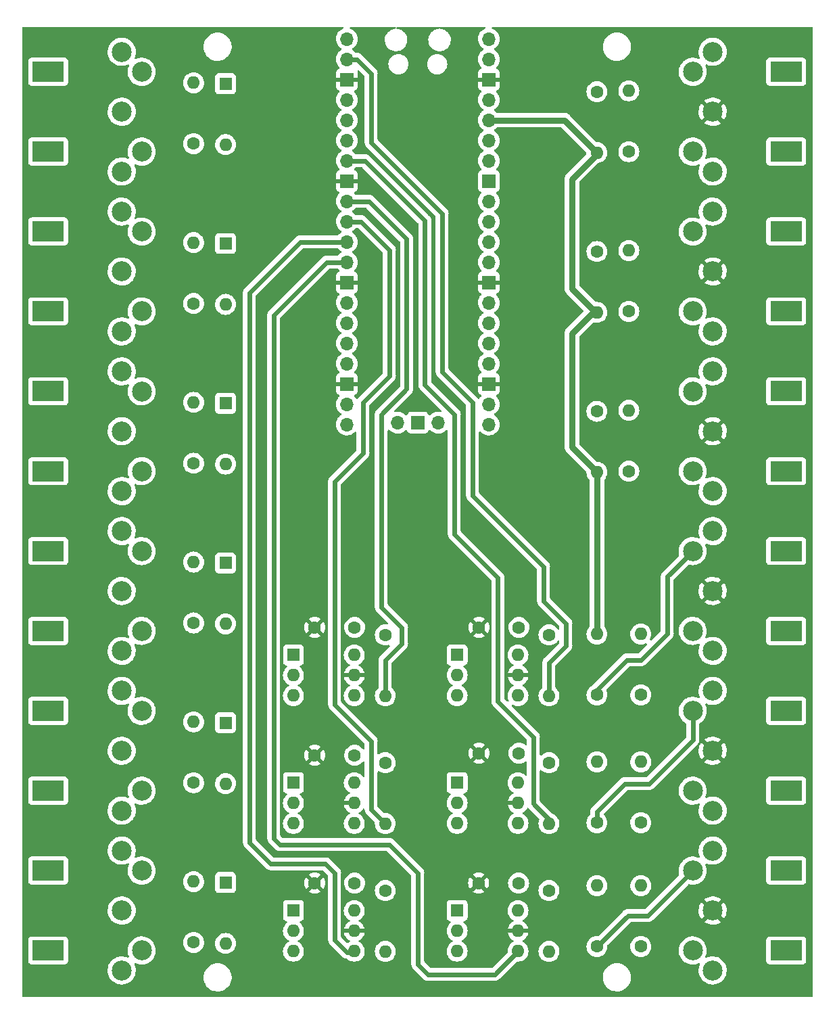
<source format=gbr>
%TF.GenerationSoftware,KiCad,Pcbnew,(6.0.5)*%
%TF.CreationDate,2022-08-17T09:38:04+01:00*%
%TF.ProjectId,PicoMIDIRouter,5069636f-4d49-4444-9952-6f757465722e,rev?*%
%TF.SameCoordinates,Original*%
%TF.FileFunction,Copper,L2,Bot*%
%TF.FilePolarity,Positive*%
%FSLAX46Y46*%
G04 Gerber Fmt 4.6, Leading zero omitted, Abs format (unit mm)*
G04 Created by KiCad (PCBNEW (6.0.5)) date 2022-08-17 09:38:04*
%MOMM*%
%LPD*%
G01*
G04 APERTURE LIST*
%TA.AperFunction,ComponentPad*%
%ADD10C,1.600000*%
%TD*%
%TA.AperFunction,WasherPad*%
%ADD11R,4.000000X2.500000*%
%TD*%
%TA.AperFunction,ComponentPad*%
%ADD12C,2.499360*%
%TD*%
%TA.AperFunction,ComponentPad*%
%ADD13O,1.600000X1.600000*%
%TD*%
%TA.AperFunction,ComponentPad*%
%ADD14R,1.600000X1.600000*%
%TD*%
%TA.AperFunction,ComponentPad*%
%ADD15O,1.700000X1.700000*%
%TD*%
%TA.AperFunction,ComponentPad*%
%ADD16R,1.700000X1.700000*%
%TD*%
%TA.AperFunction,Conductor*%
%ADD17C,0.800000*%
%TD*%
%TA.AperFunction,Conductor*%
%ADD18C,0.600000*%
%TD*%
G04 APERTURE END LIST*
D10*
%TO.P,C6,1*%
%TO.N,GND*%
X107696000Y-146558000D03*
%TO.P,C6,2*%
%TO.N,+3V3*%
X112696000Y-146558000D03*
%TD*%
D11*
%TO.P,J12,*%
%TO.N,*%
X146197700Y-155001260D03*
X146197700Y-144998740D03*
D12*
%TO.P,J12,1*%
%TO.N,unconnected-(J12-Pad1)*%
X137002800Y-142501920D03*
%TO.P,J12,2*%
%TO.N,GND*%
X137000260Y-150000000D03*
%TO.P,J12,3*%
%TO.N,unconnected-(J12-Pad3)*%
X137002800Y-157498080D03*
%TO.P,J12,4*%
%TO.N,Net-(J12-Pad4)*%
X134500900Y-145003820D03*
%TO.P,J12,5*%
%TO.N,Net-(J12-Pad5)*%
X134500900Y-154996180D03*
%TD*%
D11*
%TO.P,J1,*%
%TO.N,*%
X53802300Y-55001260D03*
X53802300Y-44998740D03*
D12*
%TO.P,J1,1*%
%TO.N,unconnected-(J1-Pad1)*%
X62997200Y-57498080D03*
%TO.P,J1,2*%
%TO.N,unconnected-(J1-Pad2)*%
X62999740Y-50000000D03*
%TO.P,J1,3*%
%TO.N,unconnected-(J1-Pad3)*%
X62997200Y-42501920D03*
%TO.P,J1,4*%
%TO.N,Net-(J1-Pad4)*%
X65499100Y-54996180D03*
%TO.P,J1,5*%
%TO.N,Net-(D1-Pad2)*%
X65499100Y-45003820D03*
%TD*%
D10*
%TO.P,R5,1*%
%TO.N,Net-(J4-Pad5)*%
X126500000Y-55000000D03*
D13*
%TO.P,R5,2*%
%TO.N,/TX0*%
X126500000Y-47380000D03*
%TD*%
D10*
%TO.P,R3,1*%
%TO.N,Net-(J3-Pad4)*%
X72000000Y-94000000D03*
D13*
%TO.P,R3,2*%
%TO.N,Net-(D3-Pad1)*%
X72000000Y-86380000D03*
%TD*%
D10*
%TO.P,R10,1*%
%TO.N,+3V3*%
X96000000Y-115500000D03*
D13*
%TO.P,R10,2*%
%TO.N,/PIO_RX0*%
X96000000Y-123120000D03*
%TD*%
D10*
%TO.P,R9,1*%
%TO.N,+3V3*%
X116500000Y-131500000D03*
D13*
%TO.P,R9,2*%
%TO.N,/RX1*%
X116500000Y-139120000D03*
%TD*%
D14*
%TO.P,D6,1,K*%
%TO.N,Net-(D6-Pad1)*%
X76000000Y-146500000D03*
D13*
%TO.P,D6,2,A*%
%TO.N,Net-(D6-Pad2)*%
X76000000Y-154120000D03*
%TD*%
D10*
%TO.P,R8,1*%
%TO.N,+3V3*%
X116500000Y-115500000D03*
D13*
%TO.P,R8,2*%
%TO.N,/RX0*%
X116500000Y-123120000D03*
%TD*%
D14*
%TO.P,D1,1,K*%
%TO.N,Net-(D1-Pad1)*%
X76000000Y-46500000D03*
D13*
%TO.P,D1,2,A*%
%TO.N,Net-(D1-Pad2)*%
X76000000Y-54120000D03*
%TD*%
D10*
%TO.P,R21,1*%
%TO.N,Net-(J11-Pad4)*%
X122500000Y-139000000D03*
D13*
%TO.P,R21,2*%
%TO.N,+3V3*%
X122500000Y-131380000D03*
%TD*%
D10*
%TO.P,R20,1*%
%TO.N,+3V3*%
X116500000Y-147500000D03*
D13*
%TO.P,R20,2*%
%TO.N,/PIO_RX3*%
X116500000Y-155120000D03*
%TD*%
D10*
%TO.P,R2,1*%
%TO.N,Net-(J2-Pad4)*%
X72000000Y-74000000D03*
D13*
%TO.P,R2,2*%
%TO.N,Net-(D2-Pad1)*%
X72000000Y-66380000D03*
%TD*%
D10*
%TO.P,R13,1*%
%TO.N,Net-(J7-Pad4)*%
X122500000Y-123000000D03*
D13*
%TO.P,R13,2*%
%TO.N,+3V3*%
X122500000Y-115380000D03*
%TD*%
D10*
%TO.P,R23,1*%
%TO.N,Net-(J12-Pad4)*%
X122500000Y-154500000D03*
D13*
%TO.P,R23,2*%
%TO.N,+3V3*%
X122500000Y-146880000D03*
%TD*%
D10*
%TO.P,R16,1*%
%TO.N,Net-(J9-Pad4)*%
X72000000Y-134000000D03*
D13*
%TO.P,R16,2*%
%TO.N,Net-(D5-Pad1)*%
X72000000Y-126380000D03*
%TD*%
D11*
%TO.P,J11,*%
%TO.N,*%
X146197700Y-135001260D03*
X146197700Y-124998740D03*
D12*
%TO.P,J11,1*%
%TO.N,unconnected-(J11-Pad1)*%
X137002800Y-122501920D03*
%TO.P,J11,2*%
%TO.N,GND*%
X137000260Y-130000000D03*
%TO.P,J11,3*%
%TO.N,unconnected-(J11-Pad3)*%
X137002800Y-137498080D03*
%TO.P,J11,4*%
%TO.N,Net-(J11-Pad4)*%
X134500900Y-125003820D03*
%TO.P,J11,5*%
%TO.N,Net-(J11-Pad5)*%
X134500900Y-134996180D03*
%TD*%
D10*
%TO.P,R12,1*%
%TO.N,Net-(J6-Pad5)*%
X126500000Y-95000000D03*
D13*
%TO.P,R12,2*%
%TO.N,/PIO_TX0*%
X126500000Y-87380000D03*
%TD*%
D10*
%TO.P,R14,1*%
%TO.N,Net-(J7-Pad5)*%
X128000000Y-123000000D03*
D13*
%TO.P,R14,2*%
%TO.N,/PIO_TX1*%
X128000000Y-115380000D03*
%TD*%
D14*
%TO.P,U6,1*%
%TO.N,Net-(D6-Pad1)*%
X105000000Y-150000000D03*
D13*
%TO.P,U6,2*%
%TO.N,Net-(D6-Pad2)*%
X105000000Y-152540000D03*
%TO.P,U6,3*%
%TO.N,unconnected-(U6-Pad3)*%
X105000000Y-155080000D03*
%TO.P,U6,4*%
%TO.N,/PIO_RX3*%
X112620000Y-155080000D03*
%TO.P,U6,5*%
%TO.N,GND*%
X112620000Y-152540000D03*
%TO.P,U6,6*%
%TO.N,+3V3*%
X112620000Y-150000000D03*
%TD*%
D10*
%TO.P,R1,1*%
%TO.N,Net-(J1-Pad4)*%
X72000000Y-54000000D03*
D13*
%TO.P,R1,2*%
%TO.N,Net-(D1-Pad1)*%
X72000000Y-46380000D03*
%TD*%
D14*
%TO.P,D4,1,K*%
%TO.N,Net-(D4-Pad1)*%
X76000000Y-106500000D03*
D13*
%TO.P,D4,2,A*%
%TO.N,Net-(D4-Pad2)*%
X76000000Y-114120000D03*
%TD*%
D11*
%TO.P,J7,*%
%TO.N,*%
X146197700Y-115001260D03*
X146197700Y-104998740D03*
D12*
%TO.P,J7,1*%
%TO.N,unconnected-(J7-Pad1)*%
X137002800Y-102501920D03*
%TO.P,J7,2*%
%TO.N,GND*%
X137000260Y-110000000D03*
%TO.P,J7,3*%
%TO.N,unconnected-(J7-Pad3)*%
X137002800Y-117498080D03*
%TO.P,J7,4*%
%TO.N,Net-(J7-Pad4)*%
X134500900Y-105003820D03*
%TO.P,J7,5*%
%TO.N,Net-(J7-Pad5)*%
X134500900Y-114996180D03*
%TD*%
D14*
%TO.P,D2,1,K*%
%TO.N,Net-(D2-Pad1)*%
X76000000Y-66500000D03*
D13*
%TO.P,D2,2,A*%
%TO.N,Net-(D2-Pad2)*%
X76000000Y-74120000D03*
%TD*%
D14*
%TO.P,U1,1*%
%TO.N,Net-(D1-Pad1)*%
X105000000Y-118000000D03*
D13*
%TO.P,U1,2*%
%TO.N,Net-(D1-Pad2)*%
X105000000Y-120540000D03*
%TO.P,U1,3*%
%TO.N,unconnected-(U1-Pad3)*%
X105000000Y-123080000D03*
%TO.P,U1,4*%
%TO.N,/RX0*%
X112620000Y-123080000D03*
%TO.P,U1,5*%
%TO.N,GND*%
X112620000Y-120540000D03*
%TO.P,U1,6*%
%TO.N,+3V3*%
X112620000Y-118000000D03*
%TD*%
D11*
%TO.P,J6,*%
%TO.N,*%
X146197700Y-95001260D03*
X146197700Y-84998740D03*
D12*
%TO.P,J6,1*%
%TO.N,unconnected-(J6-Pad1)*%
X137002800Y-82501920D03*
%TO.P,J6,2*%
%TO.N,GND*%
X137000260Y-90000000D03*
%TO.P,J6,3*%
%TO.N,unconnected-(J6-Pad3)*%
X137002800Y-97498080D03*
%TO.P,J6,4*%
%TO.N,Net-(J6-Pad4)*%
X134500900Y-85003820D03*
%TO.P,J6,5*%
%TO.N,Net-(J6-Pad5)*%
X134500900Y-94996180D03*
%TD*%
D14*
%TO.P,D3,1,K*%
%TO.N,Net-(D3-Pad1)*%
X76000000Y-86500000D03*
D13*
%TO.P,D3,2,A*%
%TO.N,Net-(D3-Pad2)*%
X76000000Y-94120000D03*
%TD*%
D10*
%TO.P,R24,1*%
%TO.N,Net-(J12-Pad5)*%
X128000000Y-154500000D03*
D13*
%TO.P,R24,2*%
%TO.N,/PIO_TX3*%
X128000000Y-146880000D03*
%TD*%
D15*
%TO.P,U7,1,GPIO0*%
%TO.N,/TX0*%
X91186000Y-40894000D03*
%TO.P,U7,2,GPIO1*%
%TO.N,/RX0*%
X91186000Y-43434000D03*
D16*
%TO.P,U7,3,GND*%
%TO.N,GND*%
X91186000Y-45974000D03*
D15*
%TO.P,U7,4,GPIO2*%
%TO.N,unconnected-(U7-Pad4)*%
X91186000Y-48514000D03*
%TO.P,U7,5,GPIO3*%
%TO.N,unconnected-(U7-Pad5)*%
X91186000Y-51054000D03*
%TO.P,U7,6,GPIO4*%
%TO.N,/TX1*%
X91186000Y-53594000D03*
%TO.P,U7,7,GPIO5*%
%TO.N,/RX1*%
X91186000Y-56134000D03*
D16*
%TO.P,U7,8,GND*%
%TO.N,GND*%
X91186000Y-58674000D03*
D15*
%TO.P,U7,9,GPIO6*%
%TO.N,/PIO_RX0*%
X91186000Y-61214000D03*
%TO.P,U7,10,GPIO7*%
%TO.N,/PIO_RX1*%
X91186000Y-63754000D03*
%TO.P,U7,11,GPIO8*%
%TO.N,/PIO_RX2*%
X91186000Y-66294000D03*
%TO.P,U7,12,GPIO9*%
%TO.N,/PIO_RX3*%
X91186000Y-68834000D03*
D16*
%TO.P,U7,13,GND*%
%TO.N,GND*%
X91186000Y-71374000D03*
D15*
%TO.P,U7,14,GPIO10*%
%TO.N,/PIO_TX0*%
X91186000Y-73914000D03*
%TO.P,U7,15,GPIO11*%
%TO.N,/PIO_TX1*%
X91186000Y-76454000D03*
%TO.P,U7,16,GPIO12*%
%TO.N,/PIO_TX2*%
X91186000Y-78994000D03*
%TO.P,U7,17,GPIO13*%
%TO.N,/PIO_TX3*%
X91186000Y-81534000D03*
D16*
%TO.P,U7,18,GND*%
%TO.N,GND*%
X91186000Y-84074000D03*
D15*
%TO.P,U7,19,GPIO14*%
%TO.N,unconnected-(U7-Pad19)*%
X91186000Y-86614000D03*
%TO.P,U7,20,GPIO15*%
%TO.N,unconnected-(U7-Pad20)*%
X91186000Y-89154000D03*
%TO.P,U7,21,GPIO16*%
%TO.N,unconnected-(U7-Pad21)*%
X108966000Y-89154000D03*
%TO.P,U7,22,GPIO17*%
%TO.N,unconnected-(U7-Pad22)*%
X108966000Y-86614000D03*
D16*
%TO.P,U7,23,GND*%
%TO.N,GND*%
X108966000Y-84074000D03*
D15*
%TO.P,U7,24,GPIO18*%
%TO.N,unconnected-(U7-Pad24)*%
X108966000Y-81534000D03*
%TO.P,U7,25,GPIO19*%
%TO.N,unconnected-(U7-Pad25)*%
X108966000Y-78994000D03*
%TO.P,U7,26,GPIO20*%
%TO.N,unconnected-(U7-Pad26)*%
X108966000Y-76454000D03*
%TO.P,U7,27,GPIO21*%
%TO.N,unconnected-(U7-Pad27)*%
X108966000Y-73914000D03*
D16*
%TO.P,U7,28,GND*%
%TO.N,GND*%
X108966000Y-71374000D03*
D15*
%TO.P,U7,29,GPIO22*%
%TO.N,unconnected-(U7-Pad29)*%
X108966000Y-68834000D03*
%TO.P,U7,30,RUN*%
%TO.N,unconnected-(U7-Pad30)*%
X108966000Y-66294000D03*
%TO.P,U7,31,GPIO26_ADC0*%
%TO.N,unconnected-(U7-Pad31)*%
X108966000Y-63754000D03*
%TO.P,U7,32,GPIO27_ADC1*%
%TO.N,unconnected-(U7-Pad32)*%
X108966000Y-61214000D03*
D16*
%TO.P,U7,33,AGND*%
%TO.N,unconnected-(U7-Pad33)*%
X108966000Y-58674000D03*
D15*
%TO.P,U7,34,GPIO28_ADC2*%
%TO.N,unconnected-(U7-Pad34)*%
X108966000Y-56134000D03*
%TO.P,U7,35,ADC_VREF*%
%TO.N,unconnected-(U7-Pad35)*%
X108966000Y-53594000D03*
%TO.P,U7,36,3V3*%
%TO.N,+3V3*%
X108966000Y-51054000D03*
%TO.P,U7,37,3V3_EN*%
%TO.N,unconnected-(U7-Pad37)*%
X108966000Y-48514000D03*
D16*
%TO.P,U7,38,GND*%
%TO.N,GND*%
X108966000Y-45974000D03*
D15*
%TO.P,U7,39,VSYS*%
%TO.N,unconnected-(U7-Pad39)*%
X108966000Y-43434000D03*
%TO.P,U7,40,VBUS*%
%TO.N,unconnected-(U7-Pad40)*%
X108966000Y-40894000D03*
%TO.P,U7,41,SWCLK*%
%TO.N,unconnected-(U7-Pad41)*%
X97536000Y-88924000D03*
D16*
%TO.P,U7,42,GND*%
%TO.N,unconnected-(U7-Pad42)*%
X100076000Y-88924000D03*
D15*
%TO.P,U7,43,SWDIO*%
%TO.N,unconnected-(U7-Pad43)*%
X102616000Y-88924000D03*
%TD*%
D14*
%TO.P,U4,1*%
%TO.N,Net-(D4-Pad1)*%
X84500000Y-134000000D03*
D13*
%TO.P,U4,2*%
%TO.N,Net-(D4-Pad2)*%
X84500000Y-136540000D03*
%TO.P,U4,3*%
%TO.N,unconnected-(U4-Pad3)*%
X84500000Y-139080000D03*
%TO.P,U4,4*%
%TO.N,/PIO_RX1*%
X92120000Y-139080000D03*
%TO.P,U4,5*%
%TO.N,GND*%
X92120000Y-136540000D03*
%TO.P,U4,6*%
%TO.N,+3V3*%
X92120000Y-134000000D03*
%TD*%
D10*
%TO.P,R18,1*%
%TO.N,+3V3*%
X96000000Y-131500000D03*
D13*
%TO.P,R18,2*%
%TO.N,/PIO_RX1*%
X96000000Y-139120000D03*
%TD*%
D10*
%TO.P,C5,1*%
%TO.N,GND*%
X87162000Y-146558000D03*
%TO.P,C5,2*%
%TO.N,+3V3*%
X92162000Y-146558000D03*
%TD*%
%TO.P,R4,1*%
%TO.N,Net-(J4-Pad4)*%
X122500000Y-47500000D03*
D13*
%TO.P,R4,2*%
%TO.N,+3V3*%
X122500000Y-55120000D03*
%TD*%
D14*
%TO.P,D5,1,K*%
%TO.N,Net-(D5-Pad1)*%
X76000000Y-126500000D03*
D13*
%TO.P,D5,2,A*%
%TO.N,Net-(D5-Pad2)*%
X76000000Y-134120000D03*
%TD*%
D10*
%TO.P,C3,1*%
%TO.N,GND*%
X87162000Y-114554000D03*
%TO.P,C3,2*%
%TO.N,+3V3*%
X92162000Y-114554000D03*
%TD*%
D14*
%TO.P,U5,1*%
%TO.N,Net-(D5-Pad1)*%
X84500000Y-150000000D03*
D13*
%TO.P,U5,2*%
%TO.N,Net-(D5-Pad2)*%
X84500000Y-152540000D03*
%TO.P,U5,3*%
%TO.N,unconnected-(U5-Pad3)*%
X84500000Y-155080000D03*
%TO.P,U5,4*%
%TO.N,/PIO_RX2*%
X92120000Y-155080000D03*
%TO.P,U5,5*%
%TO.N,GND*%
X92120000Y-152540000D03*
%TO.P,U5,6*%
%TO.N,+3V3*%
X92120000Y-150000000D03*
%TD*%
D11*
%TO.P,J8,*%
%TO.N,*%
X53802300Y-104998740D03*
X53802300Y-115001260D03*
D12*
%TO.P,J8,1*%
%TO.N,unconnected-(J8-Pad1)*%
X62997200Y-117498080D03*
%TO.P,J8,2*%
%TO.N,unconnected-(J8-Pad2)*%
X62999740Y-110000000D03*
%TO.P,J8,3*%
%TO.N,unconnected-(J8-Pad3)*%
X62997200Y-102501920D03*
%TO.P,J8,4*%
%TO.N,Net-(J8-Pad4)*%
X65499100Y-114996180D03*
%TO.P,J8,5*%
%TO.N,Net-(D4-Pad2)*%
X65499100Y-105003820D03*
%TD*%
D14*
%TO.P,U3,1*%
%TO.N,Net-(D3-Pad1)*%
X84500000Y-118000000D03*
D13*
%TO.P,U3,2*%
%TO.N,Net-(D3-Pad2)*%
X84500000Y-120540000D03*
%TO.P,U3,3*%
%TO.N,unconnected-(U3-Pad3)*%
X84500000Y-123080000D03*
%TO.P,U3,4*%
%TO.N,/PIO_RX0*%
X92120000Y-123080000D03*
%TO.P,U3,5*%
%TO.N,GND*%
X92120000Y-120540000D03*
%TO.P,U3,6*%
%TO.N,+3V3*%
X92120000Y-118000000D03*
%TD*%
D10*
%TO.P,R7,1*%
%TO.N,Net-(J5-Pad5)*%
X126500000Y-75000000D03*
D13*
%TO.P,R7,2*%
%TO.N,/TX1*%
X126500000Y-67380000D03*
%TD*%
D11*
%TO.P,J2,*%
%TO.N,*%
X53802300Y-64998740D03*
X53802300Y-75001260D03*
D12*
%TO.P,J2,1*%
%TO.N,unconnected-(J2-Pad1)*%
X62997200Y-77498080D03*
%TO.P,J2,2*%
%TO.N,unconnected-(J2-Pad2)*%
X62999740Y-70000000D03*
%TO.P,J2,3*%
%TO.N,unconnected-(J2-Pad3)*%
X62997200Y-62501920D03*
%TO.P,J2,4*%
%TO.N,Net-(J2-Pad4)*%
X65499100Y-74996180D03*
%TO.P,J2,5*%
%TO.N,Net-(D2-Pad2)*%
X65499100Y-65003820D03*
%TD*%
D11*
%TO.P,J3,*%
%TO.N,*%
X53802300Y-95001260D03*
X53802300Y-84998740D03*
D12*
%TO.P,J3,1*%
%TO.N,unconnected-(J3-Pad1)*%
X62997200Y-97498080D03*
%TO.P,J3,2*%
%TO.N,unconnected-(J3-Pad2)*%
X62999740Y-90000000D03*
%TO.P,J3,3*%
%TO.N,unconnected-(J3-Pad3)*%
X62997200Y-82501920D03*
%TO.P,J3,4*%
%TO.N,Net-(J3-Pad4)*%
X65499100Y-94996180D03*
%TO.P,J3,5*%
%TO.N,Net-(D3-Pad2)*%
X65499100Y-85003820D03*
%TD*%
D10*
%TO.P,R15,1*%
%TO.N,Net-(J8-Pad4)*%
X72000000Y-114000000D03*
D13*
%TO.P,R15,2*%
%TO.N,Net-(D4-Pad1)*%
X72000000Y-106380000D03*
%TD*%
D10*
%TO.P,R6,1*%
%TO.N,Net-(J5-Pad4)*%
X122500000Y-67500000D03*
D13*
%TO.P,R6,2*%
%TO.N,+3V3*%
X122500000Y-75120000D03*
%TD*%
D10*
%TO.P,C4,1*%
%TO.N,GND*%
X87162000Y-130556000D03*
%TO.P,C4,2*%
%TO.N,+3V3*%
X92162000Y-130556000D03*
%TD*%
D11*
%TO.P,J9,*%
%TO.N,*%
X53802300Y-135001260D03*
X53802300Y-124998740D03*
D12*
%TO.P,J9,1*%
%TO.N,unconnected-(J9-Pad1)*%
X62997200Y-137498080D03*
%TO.P,J9,2*%
%TO.N,unconnected-(J9-Pad2)*%
X62999740Y-130000000D03*
%TO.P,J9,3*%
%TO.N,unconnected-(J9-Pad3)*%
X62997200Y-122501920D03*
%TO.P,J9,4*%
%TO.N,Net-(J9-Pad4)*%
X65499100Y-134996180D03*
%TO.P,J9,5*%
%TO.N,Net-(D5-Pad2)*%
X65499100Y-125003820D03*
%TD*%
D11*
%TO.P,J4,*%
%TO.N,*%
X146197700Y-44998740D03*
X146197700Y-55001260D03*
D12*
%TO.P,J4,1*%
%TO.N,unconnected-(J4-Pad1)*%
X137002800Y-42501920D03*
%TO.P,J4,2*%
%TO.N,GND*%
X137000260Y-50000000D03*
%TO.P,J4,3*%
%TO.N,unconnected-(J4-Pad3)*%
X137002800Y-57498080D03*
%TO.P,J4,4*%
%TO.N,Net-(J4-Pad4)*%
X134500900Y-45003820D03*
%TO.P,J4,5*%
%TO.N,Net-(J4-Pad5)*%
X134500900Y-54996180D03*
%TD*%
D10*
%TO.P,C1,1*%
%TO.N,GND*%
X107736000Y-114554000D03*
%TO.P,C1,2*%
%TO.N,+3V3*%
X112736000Y-114554000D03*
%TD*%
%TO.P,C2,1*%
%TO.N,GND*%
X107736000Y-130302000D03*
%TO.P,C2,2*%
%TO.N,+3V3*%
X112736000Y-130302000D03*
%TD*%
%TO.P,R22,1*%
%TO.N,Net-(J11-Pad5)*%
X128000000Y-139000000D03*
D13*
%TO.P,R22,2*%
%TO.N,/PIO_TX2*%
X128000000Y-131380000D03*
%TD*%
D14*
%TO.P,U2,1*%
%TO.N,Net-(D2-Pad1)*%
X105000000Y-134000000D03*
D13*
%TO.P,U2,2*%
%TO.N,Net-(D2-Pad2)*%
X105000000Y-136540000D03*
%TO.P,U2,3*%
%TO.N,unconnected-(U2-Pad3)*%
X105000000Y-139080000D03*
%TO.P,U2,4*%
%TO.N,/RX1*%
X112620000Y-139080000D03*
%TO.P,U2,5*%
%TO.N,GND*%
X112620000Y-136540000D03*
%TO.P,U2,6*%
%TO.N,+3V3*%
X112620000Y-134000000D03*
%TD*%
D10*
%TO.P,R11,1*%
%TO.N,Net-(J6-Pad4)*%
X122500000Y-87500000D03*
D13*
%TO.P,R11,2*%
%TO.N,+3V3*%
X122500000Y-95120000D03*
%TD*%
D10*
%TO.P,R19,1*%
%TO.N,+3V3*%
X96000000Y-147500000D03*
D13*
%TO.P,R19,2*%
%TO.N,/PIO_RX2*%
X96000000Y-155120000D03*
%TD*%
D11*
%TO.P,J10,*%
%TO.N,*%
X53802300Y-144998740D03*
X53802300Y-155001260D03*
D12*
%TO.P,J10,1*%
%TO.N,unconnected-(J10-Pad1)*%
X62997200Y-157498080D03*
%TO.P,J10,2*%
%TO.N,unconnected-(J10-Pad2)*%
X62999740Y-150000000D03*
%TO.P,J10,3*%
%TO.N,unconnected-(J10-Pad3)*%
X62997200Y-142501920D03*
%TO.P,J10,4*%
%TO.N,Net-(J10-Pad4)*%
X65499100Y-154996180D03*
%TO.P,J10,5*%
%TO.N,Net-(D6-Pad2)*%
X65499100Y-145003820D03*
%TD*%
D11*
%TO.P,J5,*%
%TO.N,*%
X146197700Y-75001260D03*
X146197700Y-64998740D03*
D12*
%TO.P,J5,1*%
%TO.N,unconnected-(J5-Pad1)*%
X137002800Y-62501920D03*
%TO.P,J5,2*%
%TO.N,GND*%
X137000260Y-70000000D03*
%TO.P,J5,3*%
%TO.N,unconnected-(J5-Pad3)*%
X137002800Y-77498080D03*
%TO.P,J5,4*%
%TO.N,Net-(J5-Pad4)*%
X134500900Y-65003820D03*
%TO.P,J5,5*%
%TO.N,Net-(J5-Pad5)*%
X134500900Y-74996180D03*
%TD*%
D10*
%TO.P,R17,1*%
%TO.N,Net-(J10-Pad4)*%
X72000000Y-154000000D03*
D13*
%TO.P,R17,2*%
%TO.N,Net-(D6-Pad1)*%
X72000000Y-146380000D03*
%TD*%
D17*
%TO.N,+3V3*%
X119380000Y-72136000D02*
X122174000Y-74930000D01*
X119380000Y-92000000D02*
X122500000Y-95120000D01*
X122682000Y-55118000D02*
X119380000Y-58420000D01*
X122500000Y-55120000D02*
X118434000Y-51054000D01*
X122174000Y-74930000D02*
X119380000Y-77724000D01*
X122500000Y-115380000D02*
X122500000Y-95120000D01*
X119380000Y-58420000D02*
X119380000Y-72136000D01*
X119380000Y-77724000D02*
X119380000Y-92000000D01*
X118434000Y-51054000D02*
X108966000Y-51054000D01*
D18*
%TO.N,Net-(J7-Pad4)*%
X122492000Y-123000000D02*
X122492000Y-122364000D01*
X131318000Y-115316000D02*
X131318000Y-108186720D01*
X131318000Y-108186720D02*
X134500900Y-105003820D01*
X126238000Y-118618000D02*
X128016000Y-118618000D01*
X122500000Y-123000000D02*
X122492000Y-123000000D01*
X128016000Y-118618000D02*
X131318000Y-115316000D01*
X122492000Y-122364000D02*
X126238000Y-118618000D01*
%TO.N,Net-(J11-Pad4)*%
X122500000Y-137596000D02*
X125984000Y-134112000D01*
X125984000Y-134112000D02*
X129032000Y-134112000D01*
X129032000Y-134112000D02*
X134500900Y-128643100D01*
X122500000Y-139000000D02*
X122500000Y-137596000D01*
X134500900Y-128643100D02*
X134500900Y-125003820D01*
%TO.N,Net-(J12-Pad4)*%
X128882720Y-150622000D02*
X126378000Y-150622000D01*
X126378000Y-150622000D02*
X122500000Y-154500000D01*
X134500900Y-145003820D02*
X128882720Y-150622000D01*
%TO.N,/RX0*%
X116500000Y-118958000D02*
X116500000Y-123120000D01*
X103124000Y-62738000D02*
X103124000Y-82550000D01*
X91186000Y-43434000D02*
X92456000Y-43434000D01*
X94234000Y-45212000D02*
X94234000Y-53848000D01*
X118618000Y-114046000D02*
X118618000Y-116840000D01*
X106934000Y-86360000D02*
X106934000Y-98044000D01*
X92456000Y-43434000D02*
X94234000Y-45212000D01*
X103124000Y-82550000D02*
X106934000Y-86360000D01*
X115824000Y-111252000D02*
X118618000Y-114046000D01*
X118618000Y-116840000D02*
X116500000Y-118958000D01*
X115824000Y-106934000D02*
X115824000Y-111252000D01*
X106934000Y-98044000D02*
X115824000Y-106934000D01*
X94234000Y-53848000D02*
X103124000Y-62738000D01*
%TO.N,/RX1*%
X93472000Y-56134000D02*
X100965000Y-63627000D01*
X91186000Y-56134000D02*
X93472000Y-56134000D01*
X100965000Y-63627000D02*
X100965000Y-84201000D01*
X100965000Y-84201000D02*
X104648000Y-87884000D01*
X104648000Y-87884000D02*
X104648000Y-102870000D01*
X110109000Y-108331000D02*
X110109000Y-123825000D01*
X114554000Y-136642000D02*
X116596000Y-138684000D01*
X104648000Y-102870000D02*
X110109000Y-108331000D01*
X110109000Y-123825000D02*
X114554000Y-128270000D01*
X114554000Y-128270000D02*
X114554000Y-136642000D01*
%TO.N,/PIO_RX0*%
X91186000Y-61214000D02*
X93980000Y-61214000D01*
X96000000Y-118630000D02*
X96000000Y-123120000D01*
X95504000Y-112014000D02*
X98044000Y-114554000D01*
X95504000Y-87884000D02*
X95504000Y-112014000D01*
X93980000Y-61214000D02*
X98679000Y-65913000D01*
X98044000Y-114554000D02*
X98044000Y-116586000D01*
X98679000Y-65913000D02*
X98679000Y-84709000D01*
X98679000Y-84709000D02*
X95504000Y-87884000D01*
X98044000Y-116586000D02*
X96000000Y-118630000D01*
%TO.N,/PIO_RX1*%
X94234000Y-128778000D02*
X89662000Y-124206000D01*
X96520000Y-83058000D02*
X96520000Y-67310000D01*
X94234000Y-137354000D02*
X94234000Y-128778000D01*
X89662000Y-96266000D02*
X93218000Y-92710000D01*
X92964000Y-63754000D02*
X91186000Y-63754000D01*
X96520000Y-67310000D02*
X92964000Y-63754000D01*
X93218000Y-92710000D02*
X93218000Y-86360000D01*
X89662000Y-124206000D02*
X89662000Y-96266000D01*
X93218000Y-86360000D02*
X96520000Y-83058000D01*
X96000000Y-139120000D02*
X94234000Y-137354000D01*
%TO.N,/PIO_RX2*%
X88519000Y-144145000D02*
X89662000Y-145288000D01*
X78994000Y-141478000D02*
X81661000Y-144145000D01*
X89662000Y-153670000D02*
X91186000Y-155194000D01*
X89662000Y-145288000D02*
X89662000Y-153670000D01*
X91186000Y-66294000D02*
X85344000Y-66294000D01*
X91186000Y-155194000D02*
X92006000Y-155194000D01*
X78994000Y-72644000D02*
X78994000Y-141478000D01*
X81661000Y-144145000D02*
X88519000Y-144145000D01*
X92006000Y-155194000D02*
X92120000Y-155080000D01*
X85344000Y-66294000D02*
X78994000Y-72644000D01*
%TO.N,/PIO_RX3*%
X82804000Y-141732000D02*
X96520000Y-141732000D01*
X96520000Y-141732000D02*
X100076000Y-145288000D01*
X91186000Y-68834000D02*
X88646000Y-68834000D01*
X88646000Y-68834000D02*
X82042000Y-75438000D01*
X100076000Y-145288000D02*
X100076000Y-156718000D01*
X109712000Y-157988000D02*
X112620000Y-155080000D01*
X101346000Y-157988000D02*
X109712000Y-157988000D01*
X82042000Y-75438000D02*
X82042000Y-140970000D01*
X100076000Y-156718000D02*
X101346000Y-157988000D01*
X82042000Y-140970000D02*
X82804000Y-141732000D01*
%TD*%
%TA.AperFunction,Conductor*%
%TO.N,GND*%
G36*
X90751263Y-39390502D02*
G01*
X90797756Y-39444158D01*
X90807860Y-39514432D01*
X90778366Y-39579012D01*
X90722287Y-39616265D01*
X90657756Y-39637357D01*
X90632015Y-39650757D01*
X90473740Y-39733150D01*
X90459607Y-39740507D01*
X90455474Y-39743610D01*
X90455471Y-39743612D01*
X90318024Y-39846810D01*
X90280965Y-39874635D01*
X90126629Y-40036138D01*
X90123715Y-40040410D01*
X90123714Y-40040411D01*
X90043611Y-40157838D01*
X90000743Y-40220680D01*
X89985003Y-40254590D01*
X89916141Y-40402941D01*
X89906688Y-40423305D01*
X89846989Y-40638570D01*
X89823251Y-40860695D01*
X89823548Y-40865848D01*
X89823548Y-40865851D01*
X89832667Y-41024000D01*
X89836110Y-41083715D01*
X89837247Y-41088761D01*
X89837248Y-41088767D01*
X89846930Y-41131726D01*
X89885222Y-41301639D01*
X89923461Y-41395811D01*
X89965765Y-41499993D01*
X89969266Y-41508616D01*
X90085987Y-41699088D01*
X90232250Y-41867938D01*
X90404126Y-42010632D01*
X90412787Y-42015693D01*
X90477445Y-42053476D01*
X90526169Y-42105114D01*
X90539240Y-42174897D01*
X90512509Y-42240669D01*
X90472055Y-42274027D01*
X90459607Y-42280507D01*
X90455474Y-42283610D01*
X90455471Y-42283612D01*
X90325484Y-42381209D01*
X90280965Y-42414635D01*
X90126629Y-42576138D01*
X90123715Y-42580410D01*
X90123714Y-42580411D01*
X90066015Y-42664995D01*
X90000743Y-42760680D01*
X89959844Y-42848790D01*
X89909328Y-42957618D01*
X89906688Y-42963305D01*
X89846989Y-43178570D01*
X89823251Y-43400695D01*
X89823548Y-43405848D01*
X89823548Y-43405851D01*
X89832382Y-43559053D01*
X89836110Y-43623715D01*
X89837247Y-43628761D01*
X89837248Y-43628767D01*
X89852673Y-43697209D01*
X89885222Y-43841639D01*
X89969266Y-44048616D01*
X89980940Y-44067666D01*
X90083063Y-44234316D01*
X90085987Y-44239088D01*
X90232250Y-44407938D01*
X90236225Y-44411238D01*
X90236231Y-44411244D01*
X90241425Y-44415556D01*
X90281059Y-44474460D01*
X90282555Y-44545441D01*
X90245439Y-44605962D01*
X90205168Y-44630480D01*
X90097946Y-44670676D01*
X90082351Y-44679214D01*
X89980276Y-44755715D01*
X89967715Y-44768276D01*
X89891214Y-44870351D01*
X89882676Y-44885946D01*
X89837522Y-45006394D01*
X89833895Y-45021649D01*
X89828369Y-45072514D01*
X89828000Y-45079328D01*
X89828000Y-45701885D01*
X89832475Y-45717124D01*
X89833865Y-45718329D01*
X89841548Y-45720000D01*
X92525884Y-45720000D01*
X92541123Y-45715525D01*
X92542328Y-45714135D01*
X92543999Y-45706452D01*
X92543999Y-45079331D01*
X92543629Y-45072510D01*
X92538105Y-45021648D01*
X92534478Y-45006390D01*
X92528408Y-44990199D01*
X92523225Y-44919392D01*
X92557147Y-44857024D01*
X92619402Y-44822895D01*
X92690226Y-44827842D01*
X92735483Y-44856875D01*
X92824716Y-44946107D01*
X93388595Y-45509986D01*
X93422621Y-45572298D01*
X93425500Y-45599081D01*
X93425500Y-53838786D01*
X93425493Y-53840106D01*
X93424549Y-53930221D01*
X93433711Y-53972597D01*
X93435769Y-53985163D01*
X93440603Y-54028255D01*
X93442919Y-54034906D01*
X93442920Y-54034910D01*
X93451633Y-54059930D01*
X93455796Y-54074742D01*
X93462881Y-54107510D01*
X93481208Y-54146813D01*
X93485990Y-54158589D01*
X93500255Y-54199552D01*
X93503989Y-54205527D01*
X93503990Y-54205530D01*
X93518027Y-54227995D01*
X93525366Y-54241512D01*
X93536559Y-54265514D01*
X93539538Y-54271902D01*
X93543855Y-54277467D01*
X93543856Y-54277469D01*
X93566106Y-54306153D01*
X93573402Y-54316612D01*
X93587231Y-54338743D01*
X93596374Y-54353376D01*
X93601334Y-54358371D01*
X93601335Y-54358372D01*
X93624976Y-54382179D01*
X93625561Y-54382804D01*
X93626078Y-54383470D01*
X93652068Y-54409460D01*
X93724185Y-54482082D01*
X93725222Y-54482740D01*
X93726451Y-54483843D01*
X102278595Y-63035986D01*
X102312621Y-63098298D01*
X102315500Y-63125081D01*
X102315500Y-82540786D01*
X102315493Y-82542106D01*
X102314549Y-82632221D01*
X102323711Y-82674597D01*
X102325769Y-82687163D01*
X102330603Y-82730255D01*
X102332919Y-82736906D01*
X102332920Y-82736910D01*
X102341633Y-82761930D01*
X102345796Y-82776742D01*
X102346331Y-82779214D01*
X102352881Y-82809510D01*
X102371208Y-82848813D01*
X102375990Y-82860589D01*
X102390255Y-82901552D01*
X102393989Y-82907527D01*
X102393990Y-82907530D01*
X102408027Y-82929995D01*
X102415366Y-82943512D01*
X102426456Y-82967293D01*
X102429538Y-82973902D01*
X102433855Y-82979467D01*
X102433856Y-82979469D01*
X102456106Y-83008153D01*
X102463402Y-83018612D01*
X102486374Y-83055376D01*
X102491334Y-83060371D01*
X102491335Y-83060372D01*
X102514976Y-83084179D01*
X102515561Y-83084804D01*
X102516078Y-83085470D01*
X102542067Y-83111459D01*
X102614185Y-83184082D01*
X102615222Y-83184740D01*
X102616451Y-83185843D01*
X104369677Y-84939068D01*
X106088595Y-86657986D01*
X106122621Y-86720298D01*
X106125500Y-86747081D01*
X106125500Y-98034786D01*
X106125493Y-98036106D01*
X106124549Y-98126221D01*
X106133711Y-98168597D01*
X106135769Y-98181163D01*
X106140603Y-98224255D01*
X106142919Y-98230906D01*
X106142920Y-98230910D01*
X106151633Y-98255930D01*
X106155796Y-98270742D01*
X106162881Y-98303510D01*
X106181208Y-98342813D01*
X106185990Y-98354589D01*
X106200255Y-98395552D01*
X106203989Y-98401527D01*
X106203990Y-98401530D01*
X106218027Y-98423995D01*
X106225366Y-98437512D01*
X106236559Y-98461514D01*
X106239538Y-98467902D01*
X106243855Y-98473467D01*
X106243856Y-98473469D01*
X106266106Y-98502153D01*
X106273402Y-98512612D01*
X106296374Y-98549376D01*
X106301334Y-98554371D01*
X106301335Y-98554372D01*
X106324976Y-98578179D01*
X106325561Y-98578804D01*
X106326078Y-98579470D01*
X106352068Y-98605460D01*
X106424185Y-98678082D01*
X106425222Y-98678740D01*
X106426451Y-98679843D01*
X110719700Y-102973091D01*
X114978595Y-107231986D01*
X115012621Y-107294298D01*
X115015500Y-107321081D01*
X115015500Y-111242786D01*
X115015493Y-111244106D01*
X115014549Y-111334221D01*
X115023711Y-111376597D01*
X115025769Y-111389163D01*
X115030603Y-111432255D01*
X115032919Y-111438906D01*
X115032920Y-111438910D01*
X115041633Y-111463930D01*
X115045796Y-111478742D01*
X115049827Y-111497383D01*
X115052881Y-111511510D01*
X115071208Y-111550813D01*
X115075990Y-111562589D01*
X115090255Y-111603552D01*
X115093989Y-111609527D01*
X115093990Y-111609530D01*
X115108027Y-111631995D01*
X115115366Y-111645512D01*
X115126559Y-111669514D01*
X115129538Y-111675902D01*
X115133855Y-111681467D01*
X115133856Y-111681469D01*
X115156106Y-111710153D01*
X115163402Y-111720612D01*
X115182331Y-111750905D01*
X115186374Y-111757376D01*
X115191334Y-111762371D01*
X115191335Y-111762372D01*
X115214976Y-111786179D01*
X115215561Y-111786804D01*
X115216078Y-111787470D01*
X115242067Y-111813459D01*
X115314185Y-111886082D01*
X115315222Y-111886740D01*
X115316451Y-111887843D01*
X116546308Y-113117699D01*
X117772595Y-114343986D01*
X117806620Y-114406298D01*
X117809500Y-114433081D01*
X117809500Y-114689239D01*
X117789498Y-114757360D01*
X117735842Y-114803853D01*
X117665568Y-114813957D01*
X117600988Y-114784463D01*
X117580287Y-114761510D01*
X117509357Y-114660211D01*
X117509355Y-114660208D01*
X117506198Y-114655700D01*
X117344300Y-114493802D01*
X117339792Y-114490645D01*
X117339789Y-114490643D01*
X117228325Y-114412595D01*
X117156749Y-114362477D01*
X117151767Y-114360154D01*
X117151762Y-114360151D01*
X116954225Y-114268039D01*
X116954224Y-114268039D01*
X116949243Y-114265716D01*
X116943935Y-114264294D01*
X116943933Y-114264293D01*
X116733402Y-114207881D01*
X116733400Y-114207881D01*
X116728087Y-114206457D01*
X116500000Y-114186502D01*
X116271913Y-114206457D01*
X116266600Y-114207881D01*
X116266598Y-114207881D01*
X116056067Y-114264293D01*
X116056065Y-114264294D01*
X116050757Y-114265716D01*
X116045776Y-114268039D01*
X116045775Y-114268039D01*
X115848238Y-114360151D01*
X115848233Y-114360154D01*
X115843251Y-114362477D01*
X115771675Y-114412595D01*
X115660211Y-114490643D01*
X115660208Y-114490645D01*
X115655700Y-114493802D01*
X115493802Y-114655700D01*
X115490645Y-114660208D01*
X115490643Y-114660211D01*
X115466510Y-114694677D01*
X115362477Y-114843251D01*
X115360154Y-114848233D01*
X115360151Y-114848238D01*
X115290764Y-114997040D01*
X115265716Y-115050757D01*
X115264294Y-115056065D01*
X115264293Y-115056067D01*
X115207985Y-115266211D01*
X115206457Y-115271913D01*
X115186502Y-115500000D01*
X115206457Y-115728087D01*
X115207881Y-115733400D01*
X115207881Y-115733402D01*
X115264177Y-115943498D01*
X115265716Y-115949243D01*
X115268039Y-115954224D01*
X115268039Y-115954225D01*
X115360151Y-116151762D01*
X115360154Y-116151767D01*
X115362477Y-116156749D01*
X115365634Y-116161257D01*
X115488592Y-116336859D01*
X115493802Y-116344300D01*
X115655700Y-116506198D01*
X115660208Y-116509355D01*
X115660211Y-116509357D01*
X115693207Y-116532461D01*
X115843251Y-116637523D01*
X115848233Y-116639846D01*
X115848238Y-116639849D01*
X116037240Y-116727981D01*
X116050757Y-116734284D01*
X116056065Y-116735706D01*
X116056067Y-116735707D01*
X116266598Y-116792119D01*
X116266600Y-116792119D01*
X116271913Y-116793543D01*
X116500000Y-116813498D01*
X116728087Y-116793543D01*
X116733400Y-116792119D01*
X116733402Y-116792119D01*
X116943933Y-116735707D01*
X116943935Y-116735706D01*
X116949243Y-116734284D01*
X116962760Y-116727981D01*
X117151762Y-116639849D01*
X117151767Y-116639846D01*
X117156749Y-116637523D01*
X117306793Y-116532461D01*
X117339789Y-116509357D01*
X117339792Y-116509355D01*
X117344300Y-116506198D01*
X117506198Y-116344300D01*
X117511409Y-116336859D01*
X117580287Y-116238490D01*
X117635744Y-116194162D01*
X117706363Y-116186853D01*
X117769724Y-116218884D01*
X117805709Y-116280085D01*
X117809500Y-116310761D01*
X117809500Y-116452919D01*
X117789498Y-116521040D01*
X117772595Y-116542014D01*
X116819677Y-117494931D01*
X115934843Y-118379765D01*
X115933906Y-118380693D01*
X115874687Y-118438685D01*
X115869493Y-118443771D01*
X115846002Y-118480221D01*
X115838583Y-118490546D01*
X115811524Y-118524443D01*
X115808459Y-118530784D01*
X115808458Y-118530785D01*
X115796928Y-118554637D01*
X115789399Y-118568054D01*
X115771235Y-118596238D01*
X115768827Y-118602855D01*
X115768824Y-118602860D01*
X115756408Y-118636973D01*
X115751447Y-118648716D01*
X115735646Y-118681403D01*
X115735644Y-118681408D01*
X115732579Y-118687749D01*
X115730996Y-118694607D01*
X115730995Y-118694609D01*
X115725035Y-118720426D01*
X115720668Y-118735169D01*
X115709197Y-118766685D01*
X115708314Y-118773675D01*
X115708312Y-118773683D01*
X115703762Y-118809701D01*
X115701526Y-118822253D01*
X115694767Y-118851531D01*
X115691776Y-118864485D01*
X115691751Y-118871531D01*
X115691751Y-118871534D01*
X115691634Y-118905056D01*
X115691605Y-118905938D01*
X115691500Y-118906769D01*
X115691500Y-118943419D01*
X115691499Y-118943859D01*
X115691327Y-118993282D01*
X115691143Y-119045870D01*
X115691411Y-119047070D01*
X115691500Y-119048707D01*
X115691500Y-122025812D01*
X115671498Y-122093933D01*
X115654595Y-122114907D01*
X115493802Y-122275700D01*
X115490645Y-122280208D01*
X115490643Y-122280211D01*
X115449659Y-122338743D01*
X115362477Y-122463251D01*
X115360154Y-122468233D01*
X115360151Y-122468238D01*
X115286691Y-122625775D01*
X115265716Y-122670757D01*
X115264294Y-122676065D01*
X115264293Y-122676067D01*
X115252153Y-122721374D01*
X115206457Y-122891913D01*
X115186502Y-123120000D01*
X115206457Y-123348087D01*
X115207881Y-123353400D01*
X115207881Y-123353402D01*
X115262986Y-123559053D01*
X115265716Y-123569243D01*
X115268039Y-123574224D01*
X115268039Y-123574225D01*
X115360151Y-123771762D01*
X115360154Y-123771767D01*
X115362477Y-123776749D01*
X115392004Y-123818918D01*
X115487873Y-123955832D01*
X115493802Y-123964300D01*
X115655700Y-124126198D01*
X115660208Y-124129355D01*
X115660211Y-124129357D01*
X115716789Y-124168973D01*
X115843251Y-124257523D01*
X115848233Y-124259846D01*
X115848238Y-124259849D01*
X116045775Y-124351961D01*
X116050757Y-124354284D01*
X116056065Y-124355706D01*
X116056067Y-124355707D01*
X116266598Y-124412119D01*
X116266600Y-124412119D01*
X116271913Y-124413543D01*
X116500000Y-124433498D01*
X116728087Y-124413543D01*
X116733400Y-124412119D01*
X116733402Y-124412119D01*
X116943933Y-124355707D01*
X116943935Y-124355706D01*
X116949243Y-124354284D01*
X116954225Y-124351961D01*
X117151762Y-124259849D01*
X117151767Y-124259846D01*
X117156749Y-124257523D01*
X117283211Y-124168973D01*
X117339789Y-124129357D01*
X117339792Y-124129355D01*
X117344300Y-124126198D01*
X117506198Y-123964300D01*
X117512128Y-123955832D01*
X117607996Y-123818918D01*
X117637523Y-123776749D01*
X117639846Y-123771767D01*
X117639849Y-123771762D01*
X117731961Y-123574225D01*
X117731961Y-123574224D01*
X117734284Y-123569243D01*
X117737015Y-123559053D01*
X117792119Y-123353402D01*
X117792119Y-123353400D01*
X117793543Y-123348087D01*
X117813498Y-123120000D01*
X117802999Y-123000000D01*
X121186502Y-123000000D01*
X121206457Y-123228087D01*
X121207881Y-123233400D01*
X121207881Y-123233402D01*
X121256229Y-123413836D01*
X121265716Y-123449243D01*
X121268039Y-123454224D01*
X121268039Y-123454225D01*
X121360151Y-123651762D01*
X121360154Y-123651767D01*
X121362477Y-123656749D01*
X121393186Y-123700606D01*
X121490309Y-123839311D01*
X121493802Y-123844300D01*
X121655700Y-124006198D01*
X121660208Y-124009355D01*
X121660211Y-124009357D01*
X121720743Y-124051742D01*
X121843251Y-124137523D01*
X121848233Y-124139846D01*
X121848238Y-124139849D01*
X122041336Y-124229891D01*
X122050757Y-124234284D01*
X122056065Y-124235706D01*
X122056067Y-124235707D01*
X122266598Y-124292119D01*
X122266600Y-124292119D01*
X122271913Y-124293543D01*
X122500000Y-124313498D01*
X122728087Y-124293543D01*
X122733400Y-124292119D01*
X122733402Y-124292119D01*
X122943933Y-124235707D01*
X122943935Y-124235706D01*
X122949243Y-124234284D01*
X122958664Y-124229891D01*
X123151762Y-124139849D01*
X123151767Y-124139846D01*
X123156749Y-124137523D01*
X123279257Y-124051742D01*
X123339789Y-124009357D01*
X123339792Y-124009355D01*
X123344300Y-124006198D01*
X123506198Y-123844300D01*
X123509692Y-123839311D01*
X123606814Y-123700606D01*
X123637523Y-123656749D01*
X123639846Y-123651767D01*
X123639849Y-123651762D01*
X123731961Y-123454225D01*
X123731961Y-123454224D01*
X123734284Y-123449243D01*
X123743772Y-123413836D01*
X123792119Y-123233402D01*
X123792119Y-123233400D01*
X123793543Y-123228087D01*
X123813498Y-123000000D01*
X126686502Y-123000000D01*
X126706457Y-123228087D01*
X126707881Y-123233400D01*
X126707881Y-123233402D01*
X126756229Y-123413836D01*
X126765716Y-123449243D01*
X126768039Y-123454224D01*
X126768039Y-123454225D01*
X126860151Y-123651762D01*
X126860154Y-123651767D01*
X126862477Y-123656749D01*
X126893186Y-123700606D01*
X126990309Y-123839311D01*
X126993802Y-123844300D01*
X127155700Y-124006198D01*
X127160208Y-124009355D01*
X127160211Y-124009357D01*
X127220743Y-124051742D01*
X127343251Y-124137523D01*
X127348233Y-124139846D01*
X127348238Y-124139849D01*
X127541336Y-124229891D01*
X127550757Y-124234284D01*
X127556065Y-124235706D01*
X127556067Y-124235707D01*
X127766598Y-124292119D01*
X127766600Y-124292119D01*
X127771913Y-124293543D01*
X128000000Y-124313498D01*
X128228087Y-124293543D01*
X128233400Y-124292119D01*
X128233402Y-124292119D01*
X128443933Y-124235707D01*
X128443935Y-124235706D01*
X128449243Y-124234284D01*
X128458664Y-124229891D01*
X128651762Y-124139849D01*
X128651767Y-124139846D01*
X128656749Y-124137523D01*
X128779257Y-124051742D01*
X128839789Y-124009357D01*
X128839792Y-124009355D01*
X128844300Y-124006198D01*
X129006198Y-123844300D01*
X129009692Y-123839311D01*
X129106814Y-123700606D01*
X129137523Y-123656749D01*
X129139846Y-123651767D01*
X129139849Y-123651762D01*
X129231961Y-123454225D01*
X129231961Y-123454224D01*
X129234284Y-123449243D01*
X129243772Y-123413836D01*
X129292119Y-123233402D01*
X129292119Y-123233400D01*
X129293543Y-123228087D01*
X129313498Y-123000000D01*
X129293543Y-122771913D01*
X129280001Y-122721374D01*
X129235707Y-122556067D01*
X129235706Y-122556065D01*
X129234284Y-122550757D01*
X129192168Y-122460438D01*
X129139849Y-122348238D01*
X129139846Y-122348233D01*
X129137523Y-122343251D01*
X129034248Y-122195759D01*
X129009357Y-122160211D01*
X129009355Y-122160208D01*
X129006198Y-122155700D01*
X128844300Y-121993802D01*
X128839792Y-121990645D01*
X128839789Y-121990643D01*
X128744497Y-121923919D01*
X128656749Y-121862477D01*
X128651767Y-121860154D01*
X128651762Y-121860151D01*
X128454225Y-121768039D01*
X128454224Y-121768039D01*
X128449243Y-121765716D01*
X128443935Y-121764294D01*
X128443933Y-121764293D01*
X128233402Y-121707881D01*
X128233400Y-121707881D01*
X128228087Y-121706457D01*
X128000000Y-121686502D01*
X127771913Y-121706457D01*
X127766600Y-121707881D01*
X127766598Y-121707881D01*
X127556067Y-121764293D01*
X127556065Y-121764294D01*
X127550757Y-121765716D01*
X127545776Y-121768039D01*
X127545775Y-121768039D01*
X127348238Y-121860151D01*
X127348233Y-121860154D01*
X127343251Y-121862477D01*
X127255503Y-121923919D01*
X127160211Y-121990643D01*
X127160208Y-121990645D01*
X127155700Y-121993802D01*
X126993802Y-122155700D01*
X126990645Y-122160208D01*
X126990643Y-122160211D01*
X126965752Y-122195759D01*
X126862477Y-122343251D01*
X126860154Y-122348233D01*
X126860151Y-122348238D01*
X126807832Y-122460438D01*
X126765716Y-122550757D01*
X126764294Y-122556065D01*
X126764293Y-122556067D01*
X126719999Y-122721374D01*
X126706457Y-122771913D01*
X126686502Y-123000000D01*
X123813498Y-123000000D01*
X123793543Y-122771913D01*
X123778773Y-122716789D01*
X123735708Y-122556072D01*
X123734284Y-122550757D01*
X123680729Y-122435906D01*
X123670068Y-122365716D01*
X123699048Y-122300903D01*
X123705829Y-122293563D01*
X126535987Y-119463405D01*
X126598299Y-119429379D01*
X126625082Y-119426500D01*
X128006786Y-119426500D01*
X128008106Y-119426507D01*
X128098221Y-119427451D01*
X128140597Y-119418289D01*
X128153163Y-119416231D01*
X128196255Y-119411397D01*
X128202906Y-119409081D01*
X128202910Y-119409080D01*
X128227930Y-119400367D01*
X128242742Y-119396204D01*
X128268619Y-119390609D01*
X128275510Y-119389119D01*
X128314813Y-119370792D01*
X128326589Y-119366010D01*
X128367552Y-119351745D01*
X128373527Y-119348011D01*
X128373530Y-119348010D01*
X128395995Y-119333973D01*
X128409512Y-119326634D01*
X128433514Y-119315441D01*
X128433515Y-119315440D01*
X128439902Y-119312462D01*
X128448272Y-119305970D01*
X128474153Y-119285894D01*
X128484612Y-119278598D01*
X128515404Y-119259358D01*
X128515407Y-119259356D01*
X128521376Y-119255626D01*
X128550179Y-119227024D01*
X128550804Y-119226439D01*
X128551470Y-119225922D01*
X128577460Y-119199932D01*
X128650082Y-119127815D01*
X128650740Y-119126778D01*
X128651843Y-119125549D01*
X131883158Y-115894234D01*
X131884095Y-115893306D01*
X131943475Y-115835157D01*
X131943476Y-115835156D01*
X131948507Y-115830229D01*
X131971998Y-115793779D01*
X131979417Y-115783454D01*
X132006476Y-115749557D01*
X132014286Y-115733402D01*
X132021072Y-115719363D01*
X132028602Y-115705945D01*
X132046765Y-115677762D01*
X132049173Y-115671145D01*
X132049176Y-115671140D01*
X132061592Y-115637027D01*
X132066553Y-115625284D01*
X132082354Y-115592597D01*
X132082356Y-115592592D01*
X132085421Y-115586251D01*
X132092965Y-115553572D01*
X132097332Y-115538831D01*
X132108803Y-115507315D01*
X132109686Y-115500325D01*
X132109688Y-115500317D01*
X132114238Y-115464299D01*
X132116474Y-115451747D01*
X132124638Y-115416386D01*
X132124638Y-115416383D01*
X132126224Y-115409515D01*
X132126264Y-115398300D01*
X132126366Y-115368944D01*
X132126395Y-115368062D01*
X132126500Y-115367231D01*
X132126500Y-115330428D01*
X132126724Y-115266211D01*
X132126845Y-115231657D01*
X132126845Y-115231652D01*
X132126857Y-115228130D01*
X132126589Y-115226930D01*
X132126500Y-115225293D01*
X132126500Y-114950027D01*
X132738394Y-114950027D01*
X132738618Y-114954693D01*
X132738618Y-114954698D01*
X132744892Y-115085297D01*
X132750932Y-115211049D01*
X132801914Y-115467351D01*
X132890219Y-115713301D01*
X132892436Y-115717427D01*
X132987438Y-115894234D01*
X133013908Y-115943498D01*
X133016703Y-115947242D01*
X133016705Y-115947244D01*
X133167472Y-116149146D01*
X133167477Y-116149152D01*
X133170264Y-116152884D01*
X133173573Y-116156164D01*
X133173578Y-116156170D01*
X133329371Y-116310608D01*
X133355852Y-116336859D01*
X133359614Y-116339617D01*
X133359617Y-116339620D01*
X133543211Y-116474237D01*
X133566594Y-116491382D01*
X133570737Y-116493562D01*
X133570739Y-116493563D01*
X133793712Y-116610875D01*
X133793717Y-116610877D01*
X133797862Y-116613058D01*
X133802285Y-116614603D01*
X133802286Y-116614603D01*
X134040157Y-116697671D01*
X134040163Y-116697673D01*
X134044574Y-116699213D01*
X134049167Y-116700085D01*
X134296721Y-116747085D01*
X134296724Y-116747085D01*
X134301310Y-116747956D01*
X134429810Y-116753005D01*
X134557764Y-116758033D01*
X134557770Y-116758033D01*
X134562432Y-116758216D01*
X134654446Y-116748139D01*
X134817548Y-116730277D01*
X134817554Y-116730276D01*
X134822201Y-116729767D01*
X135074912Y-116663233D01*
X135166309Y-116623966D01*
X135241363Y-116591721D01*
X135311847Y-116583209D01*
X135375745Y-116614155D01*
X135412768Y-116674734D01*
X135411162Y-116745712D01*
X135407297Y-116756214D01*
X135383477Y-116813019D01*
X135330801Y-116938637D01*
X135266476Y-117191919D01*
X135240294Y-117451927D01*
X135240518Y-117456593D01*
X135240518Y-117456598D01*
X135244802Y-117545775D01*
X135252832Y-117712949D01*
X135303814Y-117969251D01*
X135392119Y-118215201D01*
X135515808Y-118445398D01*
X135518603Y-118449142D01*
X135518605Y-118449144D01*
X135669372Y-118651046D01*
X135669377Y-118651052D01*
X135672164Y-118654784D01*
X135675473Y-118658064D01*
X135675478Y-118658070D01*
X135841101Y-118822253D01*
X135857752Y-118838759D01*
X135861514Y-118841517D01*
X135861517Y-118841520D01*
X136008048Y-118948961D01*
X136068494Y-118993282D01*
X136072637Y-118995462D01*
X136072639Y-118995463D01*
X136295612Y-119112775D01*
X136295617Y-119112777D01*
X136299762Y-119114958D01*
X136304185Y-119116503D01*
X136304186Y-119116503D01*
X136542057Y-119199571D01*
X136542063Y-119199573D01*
X136546474Y-119201113D01*
X136551067Y-119201985D01*
X136798621Y-119248985D01*
X136798624Y-119248985D01*
X136803210Y-119249856D01*
X136933771Y-119254986D01*
X137059664Y-119259933D01*
X137059670Y-119259933D01*
X137064332Y-119260116D01*
X137145964Y-119251176D01*
X137319448Y-119232177D01*
X137319454Y-119232176D01*
X137324101Y-119231667D01*
X137576812Y-119165133D01*
X137816914Y-119061978D01*
X137820894Y-119059515D01*
X137820898Y-119059513D01*
X138035157Y-118926925D01*
X138035161Y-118926922D01*
X138039130Y-118924466D01*
X138137110Y-118841520D01*
X138235014Y-118758638D01*
X138235015Y-118758637D01*
X138238580Y-118755619D01*
X138330288Y-118651046D01*
X138407800Y-118562661D01*
X138407803Y-118562656D01*
X138410882Y-118559146D01*
X138429125Y-118530785D01*
X138549723Y-118343293D01*
X138552251Y-118339363D01*
X138659581Y-118101099D01*
X138673353Y-118052269D01*
X138729245Y-117854092D01*
X138729246Y-117854089D01*
X138730515Y-117849588D01*
X138735981Y-117806621D01*
X138763096Y-117593485D01*
X138763096Y-117593479D01*
X138763494Y-117590354D01*
X138765910Y-117498080D01*
X138762134Y-117447273D01*
X138746890Y-117242128D01*
X138746889Y-117242124D01*
X138746544Y-117237476D01*
X138737290Y-117196577D01*
X138691405Y-116993802D01*
X138688870Y-116982597D01*
X138680745Y-116961703D01*
X138595850Y-116743395D01*
X138595849Y-116743393D01*
X138594157Y-116739042D01*
X138589148Y-116730277D01*
X138518884Y-116607341D01*
X138464484Y-116512161D01*
X138302701Y-116306940D01*
X138294679Y-116299394D01*
X143689200Y-116299394D01*
X143695955Y-116361576D01*
X143747085Y-116497965D01*
X143834439Y-116614521D01*
X143950995Y-116701875D01*
X144087384Y-116753005D01*
X144149566Y-116759760D01*
X148245834Y-116759760D01*
X148308016Y-116753005D01*
X148444405Y-116701875D01*
X148560961Y-116614521D01*
X148648315Y-116497965D01*
X148699445Y-116361576D01*
X148706200Y-116299394D01*
X148706200Y-113703126D01*
X148699445Y-113640944D01*
X148648315Y-113504555D01*
X148560961Y-113387999D01*
X148444405Y-113300645D01*
X148308016Y-113249515D01*
X148245834Y-113242760D01*
X144149566Y-113242760D01*
X144087384Y-113249515D01*
X143950995Y-113300645D01*
X143834439Y-113387999D01*
X143747085Y-113504555D01*
X143695955Y-113640944D01*
X143689200Y-113703126D01*
X143689200Y-116299394D01*
X138294679Y-116299394D01*
X138209095Y-116218884D01*
X138115762Y-116131085D01*
X138115759Y-116131083D01*
X138112361Y-116127886D01*
X137987486Y-116041257D01*
X137901482Y-115981594D01*
X137901481Y-115981593D01*
X137897646Y-115978933D01*
X137856399Y-115958592D01*
X137667461Y-115865418D01*
X137667458Y-115865417D01*
X137663273Y-115863353D01*
X137657007Y-115861347D01*
X137556713Y-115829243D01*
X137414390Y-115783685D01*
X137409783Y-115782935D01*
X137409780Y-115782934D01*
X137161076Y-115742430D01*
X137161077Y-115742430D01*
X137156465Y-115741679D01*
X137029780Y-115740021D01*
X136899842Y-115738320D01*
X136899839Y-115738320D01*
X136895165Y-115738259D01*
X136636229Y-115773498D01*
X136631739Y-115774807D01*
X136631733Y-115774808D01*
X136566593Y-115793795D01*
X136385346Y-115846624D01*
X136381099Y-115848582D01*
X136381096Y-115848583D01*
X136263388Y-115902847D01*
X136193150Y-115913202D01*
X136128465Y-115883939D01*
X136089868Y-115824350D01*
X136089615Y-115753354D01*
X136095755Y-115736671D01*
X136155758Y-115603468D01*
X136155760Y-115603463D01*
X136157681Y-115599199D01*
X136161333Y-115586251D01*
X136227345Y-115352192D01*
X136227346Y-115352189D01*
X136228615Y-115347688D01*
X136243042Y-115234284D01*
X136261196Y-115091585D01*
X136261196Y-115091579D01*
X136261594Y-115088454D01*
X136262712Y-115045775D01*
X136263665Y-115009357D01*
X136264010Y-114996180D01*
X136259012Y-114928919D01*
X136244990Y-114740228D01*
X136244989Y-114740224D01*
X136244644Y-114735576D01*
X136241856Y-114723251D01*
X136189935Y-114493802D01*
X136186970Y-114480697D01*
X136185277Y-114476343D01*
X136093950Y-114241495D01*
X136093949Y-114241493D01*
X136092257Y-114237142D01*
X136069011Y-114196469D01*
X136044402Y-114153413D01*
X135962584Y-114010261D01*
X135800801Y-113805040D01*
X135626362Y-113640944D01*
X135613862Y-113629185D01*
X135613859Y-113629183D01*
X135610461Y-113625986D01*
X135494837Y-113545775D01*
X135399582Y-113479694D01*
X135399581Y-113479693D01*
X135395746Y-113477033D01*
X135377912Y-113468238D01*
X135165561Y-113363518D01*
X135165558Y-113363517D01*
X135161373Y-113361453D01*
X135120090Y-113348238D01*
X135039715Y-113322510D01*
X134912490Y-113281785D01*
X134907883Y-113281035D01*
X134907880Y-113281034D01*
X134704412Y-113247897D01*
X134654565Y-113239779D01*
X134527880Y-113238121D01*
X134397942Y-113236420D01*
X134397939Y-113236420D01*
X134393265Y-113236359D01*
X134134329Y-113271598D01*
X134129839Y-113272907D01*
X134129833Y-113272908D01*
X134023155Y-113304002D01*
X133883446Y-113344724D01*
X133879199Y-113346682D01*
X133879196Y-113346683D01*
X133842678Y-113363518D01*
X133646127Y-113454129D01*
X133611193Y-113477033D01*
X133431500Y-113594845D01*
X133431495Y-113594848D01*
X133427587Y-113597411D01*
X133345410Y-113670757D01*
X133238029Y-113766598D01*
X133232625Y-113771421D01*
X133065525Y-113972337D01*
X132929957Y-114195745D01*
X132928148Y-114200059D01*
X132928146Y-114200063D01*
X132841665Y-114406298D01*
X132828901Y-114436737D01*
X132764576Y-114690019D01*
X132738394Y-114950027D01*
X132126500Y-114950027D01*
X132126500Y-111408904D01*
X135956101Y-111408904D01*
X135964814Y-111420424D01*
X136062449Y-111492012D01*
X136070359Y-111496955D01*
X136293278Y-111614238D01*
X136301841Y-111617961D01*
X136539647Y-111701008D01*
X136548656Y-111703422D01*
X136796139Y-111750408D01*
X136805394Y-111751462D01*
X137057106Y-111761352D01*
X137066420Y-111761026D01*
X137316817Y-111733604D01*
X137325994Y-111731903D01*
X137569586Y-111667771D01*
X137578405Y-111664734D01*
X137809852Y-111565296D01*
X137818111Y-111560997D01*
X138032328Y-111428436D01*
X138039227Y-111423424D01*
X138047551Y-111410792D01*
X138041487Y-111400437D01*
X137013072Y-110372022D01*
X136999128Y-110364408D01*
X136997295Y-110364539D01*
X136990680Y-110368790D01*
X135962759Y-111396711D01*
X135956101Y-111408904D01*
X132126500Y-111408904D01*
X132126500Y-109958532D01*
X135238479Y-109958532D01*
X135250565Y-110210136D01*
X135251702Y-110219396D01*
X135300845Y-110466457D01*
X135303334Y-110475432D01*
X135388456Y-110712514D01*
X135392253Y-110721042D01*
X135511477Y-110942928D01*
X135516488Y-110950795D01*
X135579935Y-111035761D01*
X135591193Y-111044210D01*
X135603612Y-111037438D01*
X136628238Y-110012812D01*
X136634616Y-110001132D01*
X137364668Y-110001132D01*
X137364799Y-110002965D01*
X137369050Y-110009580D01*
X138399942Y-111040472D01*
X138412322Y-111047232D01*
X138420663Y-111040988D01*
X138546743Y-110844975D01*
X138551190Y-110836783D01*
X138654648Y-110607116D01*
X138657843Y-110598338D01*
X138726215Y-110355906D01*
X138728073Y-110346777D01*
X138760055Y-110095378D01*
X138760536Y-110089092D01*
X138762786Y-110003160D01*
X138762635Y-109996851D01*
X138743854Y-109744122D01*
X138742477Y-109734916D01*
X138686882Y-109489220D01*
X138684158Y-109480309D01*
X138592858Y-109245530D01*
X138588847Y-109237121D01*
X138463848Y-109018420D01*
X138458637Y-109010694D01*
X138421424Y-108963490D01*
X138409498Y-108955018D01*
X138397966Y-108961504D01*
X137372282Y-109987188D01*
X137364668Y-110001132D01*
X136634616Y-110001132D01*
X136635852Y-109998868D01*
X136635721Y-109997035D01*
X136631470Y-109990420D01*
X135601809Y-108960759D01*
X135588501Y-108953492D01*
X135578462Y-108960614D01*
X135568282Y-108972854D01*
X135562870Y-108980441D01*
X135432186Y-109195800D01*
X135427957Y-109204101D01*
X135330545Y-109436401D01*
X135327584Y-109445251D01*
X135265582Y-109689387D01*
X135263960Y-109698584D01*
X135238724Y-109949206D01*
X135238479Y-109958532D01*
X132126500Y-109958532D01*
X132126500Y-108589034D01*
X135953707Y-108589034D01*
X135958280Y-108598810D01*
X136987448Y-109627978D01*
X137001392Y-109635592D01*
X137003225Y-109635461D01*
X137009840Y-109631210D01*
X138038448Y-108602602D01*
X138044832Y-108590912D01*
X138035420Y-108578801D01*
X137898690Y-108483948D01*
X137890665Y-108479220D01*
X137664731Y-108367801D01*
X137656099Y-108364314D01*
X137416184Y-108287517D01*
X137407123Y-108285341D01*
X137158492Y-108244849D01*
X137149205Y-108244037D01*
X136897332Y-108240740D01*
X136888020Y-108241310D01*
X136638423Y-108275278D01*
X136629305Y-108277216D01*
X136387480Y-108347702D01*
X136378727Y-108350974D01*
X136149976Y-108456430D01*
X136141821Y-108460950D01*
X135962845Y-108578292D01*
X135953707Y-108589034D01*
X132126500Y-108589034D01*
X132126500Y-108573802D01*
X132146502Y-108505681D01*
X132163405Y-108484707D01*
X133912056Y-106736056D01*
X133974368Y-106702030D01*
X134035209Y-106705736D01*
X134035647Y-106704102D01*
X134040158Y-106705311D01*
X134044574Y-106706853D01*
X134049167Y-106707725D01*
X134296721Y-106754725D01*
X134296724Y-106754725D01*
X134301310Y-106755596D01*
X134431871Y-106760726D01*
X134557764Y-106765673D01*
X134557770Y-106765673D01*
X134562432Y-106765856D01*
X134654446Y-106755779D01*
X134817548Y-106737917D01*
X134817554Y-106737916D01*
X134822201Y-106737407D01*
X134827333Y-106736056D01*
X134934940Y-106707725D01*
X135074912Y-106670873D01*
X135315014Y-106567718D01*
X135318994Y-106565255D01*
X135318998Y-106565253D01*
X135533257Y-106432665D01*
X135533261Y-106432662D01*
X135537230Y-106430206D01*
X135574647Y-106398530D01*
X135694728Y-106296874D01*
X143689200Y-106296874D01*
X143695955Y-106359056D01*
X143747085Y-106495445D01*
X143834439Y-106612001D01*
X143950995Y-106699355D01*
X144087384Y-106750485D01*
X144149566Y-106757240D01*
X148245834Y-106757240D01*
X148308016Y-106750485D01*
X148444405Y-106699355D01*
X148560961Y-106612001D01*
X148648315Y-106495445D01*
X148699445Y-106359056D01*
X148706200Y-106296874D01*
X148706200Y-103700606D01*
X148699445Y-103638424D01*
X148648315Y-103502035D01*
X148560961Y-103385479D01*
X148444405Y-103298125D01*
X148308016Y-103246995D01*
X148245834Y-103240240D01*
X144149566Y-103240240D01*
X144087384Y-103246995D01*
X143950995Y-103298125D01*
X143834439Y-103385479D01*
X143747085Y-103502035D01*
X143695955Y-103638424D01*
X143689200Y-103700606D01*
X143689200Y-106296874D01*
X135694728Y-106296874D01*
X135733114Y-106264378D01*
X135733115Y-106264377D01*
X135736680Y-106261359D01*
X135828388Y-106156786D01*
X135905900Y-106068401D01*
X135905903Y-106068396D01*
X135908982Y-106064886D01*
X136050351Y-105845103D01*
X136157681Y-105606839D01*
X136176472Y-105540211D01*
X136227345Y-105359832D01*
X136227346Y-105359829D01*
X136228615Y-105355328D01*
X136242972Y-105242477D01*
X136261196Y-105099225D01*
X136261196Y-105099219D01*
X136261594Y-105096094D01*
X136261847Y-105086457D01*
X136263927Y-105006980D01*
X136264010Y-105003820D01*
X136244644Y-104743216D01*
X136235390Y-104702317D01*
X136188001Y-104492894D01*
X136186970Y-104488337D01*
X136099428Y-104263222D01*
X136093381Y-104192485D01*
X136126537Y-104129706D01*
X136188371Y-104094819D01*
X136259250Y-104098900D01*
X136275518Y-104106043D01*
X136299762Y-104118798D01*
X136304185Y-104120343D01*
X136304186Y-104120343D01*
X136542057Y-104203411D01*
X136542063Y-104203413D01*
X136546474Y-104204953D01*
X136551067Y-104205825D01*
X136798621Y-104252825D01*
X136798624Y-104252825D01*
X136803210Y-104253696D01*
X136933771Y-104258826D01*
X137059664Y-104263773D01*
X137059670Y-104263773D01*
X137064332Y-104263956D01*
X137156346Y-104253879D01*
X137319448Y-104236017D01*
X137319454Y-104236016D01*
X137324101Y-104235507D01*
X137576812Y-104168973D01*
X137816914Y-104065818D01*
X137820894Y-104063355D01*
X137820898Y-104063353D01*
X138035157Y-103930765D01*
X138035161Y-103930762D01*
X138039130Y-103928306D01*
X138238580Y-103759459D01*
X138330288Y-103654886D01*
X138407800Y-103566501D01*
X138407803Y-103566496D01*
X138410882Y-103562986D01*
X138552251Y-103343203D01*
X138659581Y-103104939D01*
X138676978Y-103043256D01*
X138729245Y-102857932D01*
X138729246Y-102857929D01*
X138730515Y-102853428D01*
X138763494Y-102594194D01*
X138765910Y-102501920D01*
X138746544Y-102241316D01*
X138737290Y-102200417D01*
X138689901Y-101990994D01*
X138688870Y-101986437D01*
X138687177Y-101982083D01*
X138595850Y-101747235D01*
X138595849Y-101747233D01*
X138594157Y-101742882D01*
X138464484Y-101516001D01*
X138302701Y-101310780D01*
X138112361Y-101131726D01*
X137897646Y-100982773D01*
X137856399Y-100962432D01*
X137667461Y-100869258D01*
X137667458Y-100869257D01*
X137663273Y-100867193D01*
X137617132Y-100852423D01*
X137564533Y-100835586D01*
X137414390Y-100787525D01*
X137409783Y-100786775D01*
X137409780Y-100786774D01*
X137161076Y-100746270D01*
X137161077Y-100746270D01*
X137156465Y-100745519D01*
X137029780Y-100743861D01*
X136899842Y-100742160D01*
X136899839Y-100742160D01*
X136895165Y-100742099D01*
X136636229Y-100777338D01*
X136631739Y-100778647D01*
X136631733Y-100778648D01*
X136525055Y-100809742D01*
X136385346Y-100850464D01*
X136381099Y-100852422D01*
X136381096Y-100852423D01*
X136344578Y-100869258D01*
X136148027Y-100959869D01*
X136113093Y-100982773D01*
X135933400Y-101100585D01*
X135933395Y-101100588D01*
X135929487Y-101103151D01*
X135734525Y-101277161D01*
X135567425Y-101478077D01*
X135431857Y-101701485D01*
X135430048Y-101705799D01*
X135430046Y-101705803D01*
X135414498Y-101742882D01*
X135330801Y-101942477D01*
X135266476Y-102195759D01*
X135240294Y-102455767D01*
X135240518Y-102460433D01*
X135240518Y-102460438D01*
X135244105Y-102535108D01*
X135252832Y-102716789D01*
X135303814Y-102973091D01*
X135392119Y-103219041D01*
X135394336Y-103223167D01*
X135398685Y-103231261D01*
X135413308Y-103300735D01*
X135388050Y-103367087D01*
X135330928Y-103409249D01*
X135260080Y-103413836D01*
X135231965Y-103403905D01*
X135165561Y-103371158D01*
X135165558Y-103371157D01*
X135161373Y-103369093D01*
X135155107Y-103367087D01*
X135049231Y-103333196D01*
X134912490Y-103289425D01*
X134907883Y-103288675D01*
X134907880Y-103288674D01*
X134659176Y-103248170D01*
X134659177Y-103248170D01*
X134654565Y-103247419D01*
X134527880Y-103245761D01*
X134397942Y-103244060D01*
X134397939Y-103244060D01*
X134393265Y-103243999D01*
X134134329Y-103279238D01*
X134129839Y-103280547D01*
X134129833Y-103280548D01*
X134060576Y-103300735D01*
X133883446Y-103352364D01*
X133879199Y-103354322D01*
X133879196Y-103354323D01*
X133811614Y-103385479D01*
X133646127Y-103461769D01*
X133611193Y-103484673D01*
X133431500Y-103602485D01*
X133431495Y-103602488D01*
X133427587Y-103605051D01*
X133363882Y-103661910D01*
X133251205Y-103762478D01*
X133232625Y-103779061D01*
X133065525Y-103979977D01*
X132929957Y-104203385D01*
X132928148Y-104207699D01*
X132928146Y-104207703D01*
X132830710Y-104440063D01*
X132828901Y-104444377D01*
X132764576Y-104697659D01*
X132738394Y-104957667D01*
X132738618Y-104962333D01*
X132738618Y-104962338D01*
X132743622Y-105066502D01*
X132750932Y-105218689D01*
X132751844Y-105223274D01*
X132801914Y-105474991D01*
X132800806Y-105475211D01*
X132799824Y-105540966D01*
X132768566Y-105592762D01*
X130752842Y-107608486D01*
X130751905Y-107609414D01*
X130687493Y-107672491D01*
X130664002Y-107708941D01*
X130656583Y-107719266D01*
X130629524Y-107753163D01*
X130626459Y-107759504D01*
X130626458Y-107759505D01*
X130614928Y-107783357D01*
X130607399Y-107796774D01*
X130589235Y-107824958D01*
X130586827Y-107831575D01*
X130586824Y-107831580D01*
X130574408Y-107865693D01*
X130569447Y-107877436D01*
X130553646Y-107910123D01*
X130553644Y-107910128D01*
X130550579Y-107916469D01*
X130548996Y-107923327D01*
X130548995Y-107923329D01*
X130543035Y-107949146D01*
X130538668Y-107963889D01*
X130527197Y-107995405D01*
X130526314Y-108002395D01*
X130526312Y-108002403D01*
X130521762Y-108038421D01*
X130519526Y-108050973D01*
X130513201Y-108078371D01*
X130509776Y-108093205D01*
X130509751Y-108100251D01*
X130509751Y-108100254D01*
X130509634Y-108133776D01*
X130509605Y-108134658D01*
X130509500Y-108135489D01*
X130509500Y-108172139D01*
X130509499Y-108172579D01*
X130509209Y-108255821D01*
X130509143Y-108274590D01*
X130509411Y-108275790D01*
X130509500Y-108277427D01*
X130509500Y-114928919D01*
X130489498Y-114997040D01*
X130472595Y-115018014D01*
X129366412Y-116124197D01*
X129304100Y-116158223D01*
X129233285Y-116153158D01*
X129176449Y-116110611D01*
X129151638Y-116044091D01*
X129163122Y-115981853D01*
X129231959Y-115834230D01*
X129231961Y-115834225D01*
X129234284Y-115829243D01*
X129243783Y-115793795D01*
X129292119Y-115613402D01*
X129292119Y-115613400D01*
X129293543Y-115608087D01*
X129313498Y-115380000D01*
X129293543Y-115151913D01*
X129292119Y-115146598D01*
X129235707Y-114936067D01*
X129235706Y-114936065D01*
X129234284Y-114930757D01*
X129193480Y-114843251D01*
X129139849Y-114728238D01*
X129139846Y-114728233D01*
X129137523Y-114723251D01*
X129025429Y-114563164D01*
X129009357Y-114540211D01*
X129009355Y-114540208D01*
X129006198Y-114535700D01*
X128844300Y-114373802D01*
X128839792Y-114370645D01*
X128839789Y-114370643D01*
X128740868Y-114301378D01*
X128656749Y-114242477D01*
X128651767Y-114240154D01*
X128651762Y-114240151D01*
X128454225Y-114148039D01*
X128454224Y-114148039D01*
X128449243Y-114145716D01*
X128443935Y-114144294D01*
X128443933Y-114144293D01*
X128233402Y-114087881D01*
X128233400Y-114087881D01*
X128228087Y-114086457D01*
X128000000Y-114066502D01*
X127771913Y-114086457D01*
X127766600Y-114087881D01*
X127766598Y-114087881D01*
X127556067Y-114144293D01*
X127556065Y-114144294D01*
X127550757Y-114145716D01*
X127545776Y-114148039D01*
X127545775Y-114148039D01*
X127348238Y-114240151D01*
X127348233Y-114240154D01*
X127343251Y-114242477D01*
X127259132Y-114301378D01*
X127160211Y-114370643D01*
X127160208Y-114370645D01*
X127155700Y-114373802D01*
X126993802Y-114535700D01*
X126990645Y-114540208D01*
X126990643Y-114540211D01*
X126974571Y-114563164D01*
X126862477Y-114723251D01*
X126860154Y-114728233D01*
X126860151Y-114728238D01*
X126806520Y-114843251D01*
X126765716Y-114930757D01*
X126764294Y-114936065D01*
X126764293Y-114936067D01*
X126707881Y-115146598D01*
X126706457Y-115151913D01*
X126686502Y-115380000D01*
X126706457Y-115608087D01*
X126707881Y-115613400D01*
X126707881Y-115613402D01*
X126756218Y-115793795D01*
X126765716Y-115829243D01*
X126768039Y-115834224D01*
X126768039Y-115834225D01*
X126860151Y-116031762D01*
X126860154Y-116031767D01*
X126862477Y-116036749D01*
X126904487Y-116096745D01*
X126990010Y-116218884D01*
X126993802Y-116224300D01*
X127155700Y-116386198D01*
X127160208Y-116389355D01*
X127160211Y-116389357D01*
X127238389Y-116444098D01*
X127343251Y-116517523D01*
X127348233Y-116519846D01*
X127348238Y-116519849D01*
X127543446Y-116610875D01*
X127550757Y-116614284D01*
X127556065Y-116615706D01*
X127556067Y-116615707D01*
X127766598Y-116672119D01*
X127766600Y-116672119D01*
X127771913Y-116673543D01*
X128000000Y-116693498D01*
X128228087Y-116673543D01*
X128233400Y-116672119D01*
X128233402Y-116672119D01*
X128443933Y-116615707D01*
X128443935Y-116615706D01*
X128449243Y-116614284D01*
X128464133Y-116607341D01*
X128601851Y-116543122D01*
X128672043Y-116532461D01*
X128736856Y-116561441D01*
X128775712Y-116620861D01*
X128776275Y-116691855D01*
X128744196Y-116746412D01*
X127718013Y-117772595D01*
X127655701Y-117806621D01*
X127628918Y-117809500D01*
X126247214Y-117809500D01*
X126245894Y-117809493D01*
X126244819Y-117809482D01*
X126155779Y-117808549D01*
X126113403Y-117817711D01*
X126100837Y-117819769D01*
X126057745Y-117824603D01*
X126051094Y-117826919D01*
X126051090Y-117826920D01*
X126026070Y-117835633D01*
X126011257Y-117839796D01*
X125978490Y-117846881D01*
X125939187Y-117865208D01*
X125927411Y-117869990D01*
X125886448Y-117884255D01*
X125880473Y-117887989D01*
X125880470Y-117887990D01*
X125858005Y-117902027D01*
X125844488Y-117909366D01*
X125820486Y-117920559D01*
X125814098Y-117923538D01*
X125808533Y-117927855D01*
X125808531Y-117927856D01*
X125779847Y-117950106D01*
X125769388Y-117957402D01*
X125738596Y-117976642D01*
X125738593Y-117976644D01*
X125732624Y-117980374D01*
X125727629Y-117985334D01*
X125727628Y-117985335D01*
X125703821Y-118008976D01*
X125703196Y-118009561D01*
X125702530Y-118010078D01*
X125676540Y-118036068D01*
X125603918Y-118108185D01*
X125603260Y-118109222D01*
X125602157Y-118110451D01*
X121926842Y-121785766D01*
X121925987Y-121786614D01*
X121866076Y-121845283D01*
X121843696Y-121862269D01*
X121843251Y-121862477D01*
X121763876Y-121918056D01*
X121660211Y-121990643D01*
X121660208Y-121990645D01*
X121655700Y-121993802D01*
X121493802Y-122155700D01*
X121490645Y-122160208D01*
X121490643Y-122160211D01*
X121465752Y-122195759D01*
X121362477Y-122343251D01*
X121360154Y-122348233D01*
X121360151Y-122348238D01*
X121307832Y-122460438D01*
X121265716Y-122550757D01*
X121264294Y-122556065D01*
X121264293Y-122556067D01*
X121219999Y-122721374D01*
X121206457Y-122771913D01*
X121186502Y-123000000D01*
X117802999Y-123000000D01*
X117793543Y-122891913D01*
X117747847Y-122721374D01*
X117735707Y-122676067D01*
X117735706Y-122676065D01*
X117734284Y-122670757D01*
X117713309Y-122625775D01*
X117639849Y-122468238D01*
X117639846Y-122468233D01*
X117637523Y-122463251D01*
X117550341Y-122338743D01*
X117509357Y-122280211D01*
X117509355Y-122280208D01*
X117506198Y-122275700D01*
X117345405Y-122114907D01*
X117311379Y-122052595D01*
X117308500Y-122025812D01*
X117308500Y-119345082D01*
X117328502Y-119276961D01*
X117345405Y-119255987D01*
X119183158Y-117418234D01*
X119184095Y-117417306D01*
X119243475Y-117359157D01*
X119243476Y-117359156D01*
X119248507Y-117354229D01*
X119271998Y-117317779D01*
X119279417Y-117307454D01*
X119306476Y-117273557D01*
X119321073Y-117243362D01*
X119328602Y-117229945D01*
X119342948Y-117207684D01*
X119346765Y-117201762D01*
X119349173Y-117195145D01*
X119349176Y-117195140D01*
X119361592Y-117161027D01*
X119366553Y-117149284D01*
X119382354Y-117116597D01*
X119382356Y-117116592D01*
X119385421Y-117110251D01*
X119392965Y-117077572D01*
X119397332Y-117062831D01*
X119408803Y-117031315D01*
X119409686Y-117024325D01*
X119409688Y-117024317D01*
X119414238Y-116988299D01*
X119416474Y-116975747D01*
X119424638Y-116940386D01*
X119424638Y-116940383D01*
X119426224Y-116933515D01*
X119426317Y-116907027D01*
X119426366Y-116892944D01*
X119426395Y-116892062D01*
X119426500Y-116891231D01*
X119426500Y-116854428D01*
X119426711Y-116794022D01*
X119426845Y-116755657D01*
X119426845Y-116755652D01*
X119426857Y-116752130D01*
X119426589Y-116750930D01*
X119426500Y-116749293D01*
X119426500Y-114055260D01*
X119426507Y-114053941D01*
X119427148Y-113992682D01*
X119427451Y-113963779D01*
X119418289Y-113921403D01*
X119416230Y-113908832D01*
X119415491Y-113902238D01*
X119411397Y-113865745D01*
X119402764Y-113840952D01*
X119400367Y-113834070D01*
X119396204Y-113819258D01*
X119390609Y-113793381D01*
X119389119Y-113786490D01*
X119370793Y-113747189D01*
X119366008Y-113735406D01*
X119351745Y-113694448D01*
X119333979Y-113666016D01*
X119326640Y-113652499D01*
X119315440Y-113628481D01*
X119315438Y-113628477D01*
X119312463Y-113622098D01*
X119295732Y-113600528D01*
X119285891Y-113587840D01*
X119278597Y-113577385D01*
X119259359Y-113546598D01*
X119255626Y-113540624D01*
X119227024Y-113511821D01*
X119226439Y-113511196D01*
X119225922Y-113510530D01*
X119199932Y-113484540D01*
X119127815Y-113411918D01*
X119126778Y-113411260D01*
X119125549Y-113410157D01*
X116669405Y-110954013D01*
X116635379Y-110891701D01*
X116632500Y-110864918D01*
X116632500Y-106943260D01*
X116632507Y-106941941D01*
X116633377Y-106858826D01*
X116633451Y-106851779D01*
X116624289Y-106809403D01*
X116622230Y-106796832D01*
X116618756Y-106765856D01*
X116617397Y-106753745D01*
X116611886Y-106737917D01*
X116606367Y-106722070D01*
X116602204Y-106707258D01*
X116596609Y-106681381D01*
X116595119Y-106674490D01*
X116576793Y-106635189D01*
X116572008Y-106623406D01*
X116557745Y-106582448D01*
X116539979Y-106554016D01*
X116532640Y-106540499D01*
X116521440Y-106516481D01*
X116521438Y-106516477D01*
X116518463Y-106510098D01*
X116512671Y-106502631D01*
X116491891Y-106475840D01*
X116484597Y-106465385D01*
X116465359Y-106434598D01*
X116461626Y-106428624D01*
X116433024Y-106399821D01*
X116432439Y-106399196D01*
X116431922Y-106398530D01*
X116405932Y-106372540D01*
X116333815Y-106299918D01*
X116332778Y-106299260D01*
X116331549Y-106298157D01*
X107779405Y-97746013D01*
X107745379Y-97683701D01*
X107742500Y-97656918D01*
X107742500Y-90154431D01*
X107762502Y-90086310D01*
X107816158Y-90039817D01*
X107886432Y-90029713D01*
X107951012Y-90059207D01*
X107963735Y-90071931D01*
X108012250Y-90127938D01*
X108184126Y-90270632D01*
X108377000Y-90383338D01*
X108585692Y-90463030D01*
X108590760Y-90464061D01*
X108590763Y-90464062D01*
X108698017Y-90485883D01*
X108804597Y-90507567D01*
X108809772Y-90507757D01*
X108809774Y-90507757D01*
X109022673Y-90515564D01*
X109022677Y-90515564D01*
X109027837Y-90515753D01*
X109032957Y-90515097D01*
X109032959Y-90515097D01*
X109244288Y-90488025D01*
X109244289Y-90488025D01*
X109249416Y-90487368D01*
X109288754Y-90475566D01*
X109458429Y-90424661D01*
X109458434Y-90424659D01*
X109463384Y-90423174D01*
X109663994Y-90324896D01*
X109845860Y-90195173D01*
X109887842Y-90153338D01*
X109949119Y-90092274D01*
X110004096Y-90037489D01*
X110007318Y-90033006D01*
X110131435Y-89860277D01*
X110134453Y-89856077D01*
X110137042Y-89850840D01*
X110231136Y-89660453D01*
X110231137Y-89660451D01*
X110233430Y-89655811D01*
X110298370Y-89442069D01*
X110327529Y-89220590D01*
X110328135Y-89195800D01*
X110329074Y-89157365D01*
X110329074Y-89157361D01*
X110329156Y-89154000D01*
X110310852Y-88931361D01*
X110256431Y-88714702D01*
X110167354Y-88509840D01*
X110089410Y-88389357D01*
X110048822Y-88326617D01*
X110048820Y-88326614D01*
X110046014Y-88322277D01*
X109895670Y-88157051D01*
X109891619Y-88153852D01*
X109891615Y-88153848D01*
X109724414Y-88021800D01*
X109724410Y-88021798D01*
X109720359Y-88018598D01*
X109679053Y-87995796D01*
X109629084Y-87945364D01*
X109614312Y-87875921D01*
X109639428Y-87809516D01*
X109666780Y-87782909D01*
X109736186Y-87733402D01*
X109845860Y-87655173D01*
X109872355Y-87628771D01*
X109938383Y-87562973D01*
X110004096Y-87497489D01*
X110007318Y-87493006D01*
X110131435Y-87320277D01*
X110134453Y-87316077D01*
X110139091Y-87306694D01*
X110231136Y-87120453D01*
X110231137Y-87120451D01*
X110233430Y-87115811D01*
X110298370Y-86902069D01*
X110327529Y-86680590D01*
X110327737Y-86672063D01*
X110329074Y-86617365D01*
X110329074Y-86617361D01*
X110329156Y-86614000D01*
X110310852Y-86391361D01*
X110256431Y-86174702D01*
X110167354Y-85969840D01*
X110096682Y-85860598D01*
X110048822Y-85786617D01*
X110048820Y-85786614D01*
X110046014Y-85782277D01*
X110042540Y-85778459D01*
X110042533Y-85778450D01*
X109898435Y-85620088D01*
X109867383Y-85556242D01*
X109875779Y-85485744D01*
X109920956Y-85430976D01*
X109947400Y-85417307D01*
X110054052Y-85377325D01*
X110069649Y-85368786D01*
X110171724Y-85292285D01*
X110184285Y-85279724D01*
X110260786Y-85177649D01*
X110269324Y-85162054D01*
X110314478Y-85041606D01*
X110318105Y-85026351D01*
X110323631Y-84975486D01*
X110324000Y-84968672D01*
X110324000Y-84346115D01*
X110319525Y-84330876D01*
X110318135Y-84329671D01*
X110310452Y-84328000D01*
X107626116Y-84328000D01*
X107610877Y-84332475D01*
X107609672Y-84333865D01*
X107608001Y-84341548D01*
X107608001Y-84968669D01*
X107608371Y-84975490D01*
X107613895Y-85026352D01*
X107617521Y-85041604D01*
X107662676Y-85162054D01*
X107671214Y-85177649D01*
X107747715Y-85279724D01*
X107760276Y-85292285D01*
X107862351Y-85368786D01*
X107877946Y-85377324D01*
X107986827Y-85418142D01*
X108043591Y-85460784D01*
X108068291Y-85527345D01*
X108053083Y-85596694D01*
X108033691Y-85623175D01*
X107937191Y-85724157D01*
X107906629Y-85756138D01*
X107903715Y-85760410D01*
X107903714Y-85760411D01*
X107808701Y-85899695D01*
X107753790Y-85944698D01*
X107683265Y-85952869D01*
X107619518Y-85921615D01*
X107605057Y-85905922D01*
X107601895Y-85901846D01*
X107594597Y-85891385D01*
X107575359Y-85860598D01*
X107571626Y-85854624D01*
X107562835Y-85845771D01*
X107543024Y-85825821D01*
X107542439Y-85825196D01*
X107541922Y-85824530D01*
X107515932Y-85798540D01*
X107443815Y-85725918D01*
X107442778Y-85725260D01*
X107441549Y-85724157D01*
X103969405Y-82252013D01*
X103935379Y-82189701D01*
X103932500Y-82162918D01*
X103932500Y-81500695D01*
X107603251Y-81500695D01*
X107603548Y-81505848D01*
X107603548Y-81505851D01*
X107609011Y-81600590D01*
X107616110Y-81723715D01*
X107617247Y-81728761D01*
X107617248Y-81728767D01*
X107637119Y-81816939D01*
X107665222Y-81941639D01*
X107749266Y-82148616D01*
X107751965Y-82153020D01*
X107812628Y-82252013D01*
X107865987Y-82339088D01*
X108012250Y-82507938D01*
X108016225Y-82511238D01*
X108016231Y-82511244D01*
X108021425Y-82515556D01*
X108061059Y-82574460D01*
X108062555Y-82645441D01*
X108025439Y-82705962D01*
X107985168Y-82730480D01*
X107877946Y-82770676D01*
X107862351Y-82779214D01*
X107760276Y-82855715D01*
X107747715Y-82868276D01*
X107671214Y-82970351D01*
X107662676Y-82985946D01*
X107617522Y-83106394D01*
X107613895Y-83121649D01*
X107608369Y-83172514D01*
X107608000Y-83179328D01*
X107608000Y-83801885D01*
X107612475Y-83817124D01*
X107613865Y-83818329D01*
X107621548Y-83820000D01*
X110305884Y-83820000D01*
X110321123Y-83815525D01*
X110322328Y-83814135D01*
X110323999Y-83806452D01*
X110323999Y-83179331D01*
X110323629Y-83172510D01*
X110318105Y-83121648D01*
X110314479Y-83106396D01*
X110269324Y-82985946D01*
X110260786Y-82970351D01*
X110184285Y-82868276D01*
X110171724Y-82855715D01*
X110069649Y-82779214D01*
X110054054Y-82770676D01*
X109943813Y-82729348D01*
X109887049Y-82686706D01*
X109862349Y-82620145D01*
X109877557Y-82550796D01*
X109899104Y-82522115D01*
X110000430Y-82421144D01*
X110000440Y-82421132D01*
X110004096Y-82417489D01*
X110063594Y-82334689D01*
X110131435Y-82240277D01*
X110134453Y-82236077D01*
X110144817Y-82215108D01*
X110231136Y-82040453D01*
X110231137Y-82040451D01*
X110233430Y-82035811D01*
X110298370Y-81822069D01*
X110327529Y-81600590D01*
X110329156Y-81534000D01*
X110310852Y-81311361D01*
X110256431Y-81094702D01*
X110167354Y-80889840D01*
X110102085Y-80788950D01*
X110048822Y-80706617D01*
X110048820Y-80706614D01*
X110046014Y-80702277D01*
X109895670Y-80537051D01*
X109891619Y-80533852D01*
X109891615Y-80533848D01*
X109724414Y-80401800D01*
X109724410Y-80401798D01*
X109720359Y-80398598D01*
X109679053Y-80375796D01*
X109629084Y-80325364D01*
X109614312Y-80255921D01*
X109639428Y-80189516D01*
X109666780Y-80162909D01*
X109710603Y-80131650D01*
X109845860Y-80035173D01*
X110004096Y-79877489D01*
X110063594Y-79794689D01*
X110131435Y-79700277D01*
X110134453Y-79696077D01*
X110233430Y-79495811D01*
X110298370Y-79282069D01*
X110327529Y-79060590D01*
X110329156Y-78994000D01*
X110310852Y-78771361D01*
X110256431Y-78554702D01*
X110167354Y-78349840D01*
X110127906Y-78288862D01*
X110048822Y-78166617D01*
X110048820Y-78166614D01*
X110046014Y-78162277D01*
X109895670Y-77997051D01*
X109891619Y-77993852D01*
X109891615Y-77993848D01*
X109724414Y-77861800D01*
X109724410Y-77861798D01*
X109720359Y-77858598D01*
X109679053Y-77835796D01*
X109629084Y-77785364D01*
X109614312Y-77715921D01*
X109639428Y-77649516D01*
X109666780Y-77622909D01*
X109734347Y-77574714D01*
X109845860Y-77495173D01*
X109889258Y-77451927D01*
X109944748Y-77396630D01*
X110004096Y-77337489D01*
X110037967Y-77290353D01*
X110131435Y-77160277D01*
X110134453Y-77156077D01*
X110144262Y-77136231D01*
X110231136Y-76960453D01*
X110231137Y-76960451D01*
X110233430Y-76955811D01*
X110293687Y-76757483D01*
X110296865Y-76747023D01*
X110296865Y-76747021D01*
X110298370Y-76742069D01*
X110327529Y-76520590D01*
X110328082Y-76497965D01*
X110329074Y-76457365D01*
X110329074Y-76457361D01*
X110329156Y-76454000D01*
X110310852Y-76231361D01*
X110256431Y-76014702D01*
X110167354Y-75809840D01*
X110127906Y-75748862D01*
X110048822Y-75626617D01*
X110048820Y-75626614D01*
X110046014Y-75622277D01*
X109895670Y-75457051D01*
X109891619Y-75453852D01*
X109891615Y-75453848D01*
X109724414Y-75321800D01*
X109724410Y-75321798D01*
X109720359Y-75318598D01*
X109679053Y-75295796D01*
X109629084Y-75245364D01*
X109614312Y-75175921D01*
X109639428Y-75109516D01*
X109666780Y-75082909D01*
X109734455Y-75034637D01*
X109845860Y-74955173D01*
X109855695Y-74945373D01*
X110000435Y-74801137D01*
X110004096Y-74797489D01*
X110018537Y-74777393D01*
X110131435Y-74620277D01*
X110134453Y-74616077D01*
X110155138Y-74574225D01*
X110231136Y-74420453D01*
X110231137Y-74420451D01*
X110233430Y-74415811D01*
X110277183Y-74271803D01*
X110296865Y-74207023D01*
X110296865Y-74207021D01*
X110298370Y-74202069D01*
X110327529Y-73980590D01*
X110327731Y-73972337D01*
X110329074Y-73917365D01*
X110329074Y-73917361D01*
X110329156Y-73914000D01*
X110310852Y-73691361D01*
X110256431Y-73474702D01*
X110167354Y-73269840D01*
X110096432Y-73160211D01*
X110048822Y-73086617D01*
X110048820Y-73086614D01*
X110046014Y-73082277D01*
X110042540Y-73078459D01*
X110042533Y-73078450D01*
X109898435Y-72920088D01*
X109867383Y-72856242D01*
X109875779Y-72785744D01*
X109920956Y-72730976D01*
X109947400Y-72717307D01*
X110054052Y-72677325D01*
X110069649Y-72668786D01*
X110171724Y-72592285D01*
X110184285Y-72579724D01*
X110260786Y-72477649D01*
X110269324Y-72462054D01*
X110314478Y-72341606D01*
X110318105Y-72326351D01*
X110323631Y-72275486D01*
X110324000Y-72268672D01*
X110324000Y-71646115D01*
X110319525Y-71630876D01*
X110318135Y-71629671D01*
X110310452Y-71628000D01*
X107626116Y-71628000D01*
X107610877Y-71632475D01*
X107609672Y-71633865D01*
X107608001Y-71641548D01*
X107608001Y-72268669D01*
X107608371Y-72275490D01*
X107613895Y-72326352D01*
X107617521Y-72341604D01*
X107662676Y-72462054D01*
X107671214Y-72477649D01*
X107747715Y-72579724D01*
X107760276Y-72592285D01*
X107862351Y-72668786D01*
X107877946Y-72677324D01*
X107986827Y-72718142D01*
X108043591Y-72760784D01*
X108068291Y-72827345D01*
X108053083Y-72896694D01*
X108033691Y-72923175D01*
X107930573Y-73031082D01*
X107906629Y-73056138D01*
X107780743Y-73240680D01*
X107686688Y-73443305D01*
X107626989Y-73658570D01*
X107603251Y-73880695D01*
X107603548Y-73885848D01*
X107603548Y-73885851D01*
X107615812Y-74098547D01*
X107616110Y-74103715D01*
X107617247Y-74108761D01*
X107617248Y-74108767D01*
X107626947Y-74151803D01*
X107665222Y-74321639D01*
X107749266Y-74528616D01*
X107751965Y-74533020D01*
X107848174Y-74690019D01*
X107865987Y-74719088D01*
X108012250Y-74887938D01*
X108184126Y-75030632D01*
X108190980Y-75034637D01*
X108257445Y-75073476D01*
X108306169Y-75125114D01*
X108319240Y-75194897D01*
X108292509Y-75260669D01*
X108252055Y-75294027D01*
X108239607Y-75300507D01*
X108235474Y-75303610D01*
X108235471Y-75303612D01*
X108075317Y-75423859D01*
X108060965Y-75434635D01*
X108057393Y-75438373D01*
X107927570Y-75574225D01*
X107906629Y-75596138D01*
X107780743Y-75780680D01*
X107756363Y-75833202D01*
X107697604Y-75959789D01*
X107686688Y-75983305D01*
X107626989Y-76198570D01*
X107603251Y-76420695D01*
X107603548Y-76425848D01*
X107603548Y-76425851D01*
X107611394Y-76561926D01*
X107616110Y-76643715D01*
X107617247Y-76648761D01*
X107617248Y-76648767D01*
X107635503Y-76729767D01*
X107665222Y-76861639D01*
X107703461Y-76955811D01*
X107738156Y-77041254D01*
X107749266Y-77068616D01*
X107751965Y-77073020D01*
X107849953Y-77232922D01*
X107865987Y-77259088D01*
X108012250Y-77427938D01*
X108184126Y-77570632D01*
X108254595Y-77611811D01*
X108257445Y-77613476D01*
X108306169Y-77665114D01*
X108319240Y-77734897D01*
X108292509Y-77800669D01*
X108252055Y-77834027D01*
X108239607Y-77840507D01*
X108235474Y-77843610D01*
X108235471Y-77843612D01*
X108065100Y-77971530D01*
X108060965Y-77974635D01*
X107906629Y-78136138D01*
X107903715Y-78140410D01*
X107903714Y-78140411D01*
X107852696Y-78215201D01*
X107780743Y-78320680D01*
X107765003Y-78354590D01*
X107724764Y-78441278D01*
X107686688Y-78523305D01*
X107626989Y-78738570D01*
X107603251Y-78960695D01*
X107603548Y-78965848D01*
X107603548Y-78965851D01*
X107612235Y-79116503D01*
X107616110Y-79183715D01*
X107617247Y-79188761D01*
X107617248Y-79188767D01*
X107630819Y-79248985D01*
X107665222Y-79401639D01*
X107749266Y-79608616D01*
X107865987Y-79799088D01*
X108012250Y-79967938D01*
X108184126Y-80110632D01*
X108254595Y-80151811D01*
X108257445Y-80153476D01*
X108306169Y-80205114D01*
X108319240Y-80274897D01*
X108292509Y-80340669D01*
X108252055Y-80374027D01*
X108239607Y-80380507D01*
X108235474Y-80383610D01*
X108235471Y-80383612D01*
X108211247Y-80401800D01*
X108060965Y-80514635D01*
X107906629Y-80676138D01*
X107780743Y-80860680D01*
X107765003Y-80894590D01*
X107724070Y-80982773D01*
X107686688Y-81063305D01*
X107626989Y-81278570D01*
X107603251Y-81500695D01*
X103932500Y-81500695D01*
X103932500Y-68800695D01*
X107603251Y-68800695D01*
X107603548Y-68805848D01*
X107603548Y-68805851D01*
X107615788Y-69018139D01*
X107616110Y-69023715D01*
X107617247Y-69028761D01*
X107617248Y-69028767D01*
X107637119Y-69116939D01*
X107665222Y-69241639D01*
X107703461Y-69335811D01*
X107745994Y-69440557D01*
X107749266Y-69448616D01*
X107865987Y-69639088D01*
X108012250Y-69807938D01*
X108016225Y-69811238D01*
X108016231Y-69811244D01*
X108021425Y-69815556D01*
X108061059Y-69874460D01*
X108062555Y-69945441D01*
X108025439Y-70005962D01*
X107985168Y-70030480D01*
X107877946Y-70070676D01*
X107862351Y-70079214D01*
X107760276Y-70155715D01*
X107747715Y-70168276D01*
X107671214Y-70270351D01*
X107662676Y-70285946D01*
X107617522Y-70406394D01*
X107613895Y-70421649D01*
X107608369Y-70472514D01*
X107608000Y-70479328D01*
X107608000Y-71101885D01*
X107612475Y-71117124D01*
X107613865Y-71118329D01*
X107621548Y-71120000D01*
X110305884Y-71120000D01*
X110321123Y-71115525D01*
X110322328Y-71114135D01*
X110323999Y-71106452D01*
X110323999Y-70479331D01*
X110323629Y-70472510D01*
X110318105Y-70421648D01*
X110314479Y-70406396D01*
X110269324Y-70285946D01*
X110260786Y-70270351D01*
X110184285Y-70168276D01*
X110171724Y-70155715D01*
X110069649Y-70079214D01*
X110054054Y-70070676D01*
X109943813Y-70029348D01*
X109887049Y-69986706D01*
X109862349Y-69920145D01*
X109877557Y-69850796D01*
X109899104Y-69822115D01*
X110000430Y-69721144D01*
X110000440Y-69721132D01*
X110004096Y-69717489D01*
X110063594Y-69634689D01*
X110131435Y-69540277D01*
X110134453Y-69536077D01*
X110159936Y-69484517D01*
X110231136Y-69340453D01*
X110231137Y-69340451D01*
X110233430Y-69335811D01*
X110298370Y-69122069D01*
X110327529Y-68900590D01*
X110329156Y-68834000D01*
X110310852Y-68611361D01*
X110256431Y-68394702D01*
X110167354Y-68189840D01*
X110079583Y-68054166D01*
X110048822Y-68006617D01*
X110048820Y-68006614D01*
X110046014Y-68002277D01*
X109895670Y-67837051D01*
X109891619Y-67833852D01*
X109891615Y-67833848D01*
X109724414Y-67701800D01*
X109724410Y-67701798D01*
X109720359Y-67698598D01*
X109679053Y-67675796D01*
X109629084Y-67625364D01*
X109614312Y-67555921D01*
X109639428Y-67489516D01*
X109666780Y-67462909D01*
X109730140Y-67417715D01*
X109845860Y-67335173D01*
X109862578Y-67318514D01*
X110000435Y-67181137D01*
X110004096Y-67177489D01*
X110018537Y-67157393D01*
X110131435Y-67000277D01*
X110134453Y-66996077D01*
X110153051Y-66958448D01*
X110231136Y-66800453D01*
X110231137Y-66800451D01*
X110233430Y-66795811D01*
X110290465Y-66608087D01*
X110296865Y-66587023D01*
X110296865Y-66587021D01*
X110298370Y-66582069D01*
X110327529Y-66360590D01*
X110327611Y-66357240D01*
X110329074Y-66297365D01*
X110329074Y-66297361D01*
X110329156Y-66294000D01*
X110310852Y-66071361D01*
X110256431Y-65854702D01*
X110167354Y-65649840D01*
X110096432Y-65540211D01*
X110048822Y-65466617D01*
X110048820Y-65466614D01*
X110046014Y-65462277D01*
X109895670Y-65297051D01*
X109891619Y-65293852D01*
X109891615Y-65293848D01*
X109724414Y-65161800D01*
X109724410Y-65161798D01*
X109720359Y-65158598D01*
X109679053Y-65135796D01*
X109629084Y-65085364D01*
X109614312Y-65015921D01*
X109639428Y-64949516D01*
X109666780Y-64922909D01*
X109710603Y-64891650D01*
X109845860Y-64795173D01*
X110004096Y-64637489D01*
X110063594Y-64554689D01*
X110131435Y-64460277D01*
X110134453Y-64456077D01*
X110140236Y-64444377D01*
X110231136Y-64260453D01*
X110231137Y-64260451D01*
X110233430Y-64255811D01*
X110271744Y-64129706D01*
X110296865Y-64047023D01*
X110296865Y-64047021D01*
X110298370Y-64042069D01*
X110327529Y-63820590D01*
X110327722Y-63812680D01*
X110329074Y-63757365D01*
X110329074Y-63757361D01*
X110329156Y-63754000D01*
X110310852Y-63531361D01*
X110256431Y-63314702D01*
X110167354Y-63109840D01*
X110086588Y-62984995D01*
X110048822Y-62926617D01*
X110048820Y-62926614D01*
X110046014Y-62922277D01*
X109895670Y-62757051D01*
X109891619Y-62753852D01*
X109891615Y-62753848D01*
X109724414Y-62621800D01*
X109724410Y-62621798D01*
X109720359Y-62618598D01*
X109679053Y-62595796D01*
X109629084Y-62545364D01*
X109614312Y-62475921D01*
X109639428Y-62409516D01*
X109666780Y-62382909D01*
X109720629Y-62344499D01*
X109845860Y-62255173D01*
X109864336Y-62236762D01*
X109997644Y-62103918D01*
X110004096Y-62097489D01*
X110063594Y-62014689D01*
X110131435Y-61920277D01*
X110134453Y-61916077D01*
X110217900Y-61747235D01*
X110231136Y-61720453D01*
X110231137Y-61720451D01*
X110233430Y-61715811D01*
X110298370Y-61502069D01*
X110327529Y-61280590D01*
X110329156Y-61214000D01*
X110310852Y-60991361D01*
X110256431Y-60774702D01*
X110167354Y-60569840D01*
X110086588Y-60444995D01*
X110048822Y-60386617D01*
X110048820Y-60386614D01*
X110046014Y-60382277D01*
X110042532Y-60378450D01*
X109898798Y-60220488D01*
X109867746Y-60156642D01*
X109876141Y-60086143D01*
X109921317Y-60031375D01*
X109947761Y-60017706D01*
X110054297Y-59977767D01*
X110062705Y-59974615D01*
X110179261Y-59887261D01*
X110266615Y-59770705D01*
X110317745Y-59634316D01*
X110324500Y-59572134D01*
X110324500Y-57775866D01*
X110317745Y-57713684D01*
X110266615Y-57577295D01*
X110179261Y-57460739D01*
X110062705Y-57373385D01*
X110035905Y-57363338D01*
X109944203Y-57328960D01*
X109887439Y-57286318D01*
X109862739Y-57219756D01*
X109877947Y-57150408D01*
X109899493Y-57121727D01*
X110000435Y-57021137D01*
X110004096Y-57017489D01*
X110063594Y-56934689D01*
X110131435Y-56840277D01*
X110134453Y-56836077D01*
X110172354Y-56759391D01*
X110231136Y-56640453D01*
X110231137Y-56640451D01*
X110233430Y-56635811D01*
X110298370Y-56422069D01*
X110327529Y-56200590D01*
X110327611Y-56197240D01*
X110329074Y-56137365D01*
X110329074Y-56137361D01*
X110329156Y-56134000D01*
X110310852Y-55911361D01*
X110256431Y-55694702D01*
X110167354Y-55489840D01*
X110086588Y-55364995D01*
X110048822Y-55306617D01*
X110048820Y-55306614D01*
X110046014Y-55302277D01*
X109895670Y-55137051D01*
X109891619Y-55133852D01*
X109891615Y-55133848D01*
X109724414Y-55001800D01*
X109724410Y-55001798D01*
X109720359Y-54998598D01*
X109679053Y-54975796D01*
X109629084Y-54925364D01*
X109614312Y-54855921D01*
X109639428Y-54789516D01*
X109666780Y-54762909D01*
X109711484Y-54731022D01*
X109845860Y-54635173D01*
X110004096Y-54477489D01*
X110010744Y-54468238D01*
X110131435Y-54300277D01*
X110134453Y-54296077D01*
X110142295Y-54280211D01*
X110231136Y-54100453D01*
X110231137Y-54100451D01*
X110233430Y-54095811D01*
X110298370Y-53882069D01*
X110327529Y-53660590D01*
X110328190Y-53633545D01*
X110329074Y-53597365D01*
X110329074Y-53597361D01*
X110329156Y-53594000D01*
X110310852Y-53371361D01*
X110256431Y-53154702D01*
X110167354Y-52949840D01*
X110087224Y-52825978D01*
X110048822Y-52766617D01*
X110048820Y-52766614D01*
X110046014Y-52762277D01*
X109895670Y-52597051D01*
X109891619Y-52593852D01*
X109891615Y-52593848D01*
X109724414Y-52461800D01*
X109724410Y-52461798D01*
X109720359Y-52458598D01*
X109679053Y-52435796D01*
X109629084Y-52385364D01*
X109614312Y-52315921D01*
X109639428Y-52249516D01*
X109666780Y-52222909D01*
X109710603Y-52191650D01*
X109845860Y-52095173D01*
X109942120Y-51999248D01*
X110004490Y-51965333D01*
X110031059Y-51962500D01*
X118005497Y-51962500D01*
X118073618Y-51982502D01*
X118094592Y-51999405D01*
X121151323Y-55056136D01*
X121185349Y-55118448D01*
X121187748Y-55134246D01*
X121192718Y-55191043D01*
X121198170Y-55253367D01*
X121184181Y-55322972D01*
X121161744Y-55353443D01*
X118795168Y-57720019D01*
X118780135Y-57732860D01*
X118768747Y-57741134D01*
X118764327Y-57746043D01*
X118722984Y-57791959D01*
X118718443Y-57796744D01*
X118703928Y-57811259D01*
X118701852Y-57813823D01*
X118691006Y-57827216D01*
X118686722Y-57832231D01*
X118645381Y-57878145D01*
X118645377Y-57878150D01*
X118640960Y-57883056D01*
X118637660Y-57888772D01*
X118637657Y-57888776D01*
X118633927Y-57895237D01*
X118622727Y-57911533D01*
X118613871Y-57922470D01*
X118592367Y-57964674D01*
X118582815Y-57983421D01*
X118579669Y-57989215D01*
X118545473Y-58048444D01*
X118543432Y-58054726D01*
X118543431Y-58054728D01*
X118541125Y-58061826D01*
X118533560Y-58080092D01*
X118527171Y-58092630D01*
X118525463Y-58099003D01*
X118525463Y-58099004D01*
X118509469Y-58158695D01*
X118507600Y-58165003D01*
X118486458Y-58230072D01*
X118485768Y-58236637D01*
X118485766Y-58236646D01*
X118484985Y-58244075D01*
X118481383Y-58263509D01*
X118479453Y-58270714D01*
X118477743Y-58277097D01*
X118477398Y-58283688D01*
X118477397Y-58283692D01*
X118474164Y-58345384D01*
X118473647Y-58351958D01*
X118471844Y-58369116D01*
X118471500Y-58372390D01*
X118471500Y-58392926D01*
X118471327Y-58399520D01*
X118468923Y-58445398D01*
X118467748Y-58467810D01*
X118468780Y-58474325D01*
X118469949Y-58481705D01*
X118471500Y-58501417D01*
X118471500Y-72054583D01*
X118469949Y-72074292D01*
X118467748Y-72088190D01*
X118468093Y-72094777D01*
X118468093Y-72094782D01*
X118471327Y-72156480D01*
X118471500Y-72163074D01*
X118471500Y-72183610D01*
X118471844Y-72186882D01*
X118471844Y-72186884D01*
X118473647Y-72204042D01*
X118474164Y-72210616D01*
X118477207Y-72268672D01*
X118477743Y-72278903D01*
X118479453Y-72285284D01*
X118479453Y-72285286D01*
X118481383Y-72292491D01*
X118484985Y-72311925D01*
X118485766Y-72319354D01*
X118485768Y-72319363D01*
X118486458Y-72325928D01*
X118507600Y-72390997D01*
X118509467Y-72397299D01*
X118527171Y-72463370D01*
X118533559Y-72475907D01*
X118541125Y-72494173D01*
X118545473Y-72507556D01*
X118548776Y-72513278D01*
X118548777Y-72513279D01*
X118579667Y-72566782D01*
X118582814Y-72572577D01*
X118613871Y-72633530D01*
X118618024Y-72638658D01*
X118618025Y-72638660D01*
X118622727Y-72644466D01*
X118633927Y-72660763D01*
X118637657Y-72667224D01*
X118637660Y-72667228D01*
X118640960Y-72672944D01*
X118645377Y-72677850D01*
X118645381Y-72677855D01*
X118686722Y-72723769D01*
X118691006Y-72728784D01*
X118695803Y-72734707D01*
X118703928Y-72744741D01*
X118718443Y-72759256D01*
X118722984Y-72764041D01*
X118768747Y-72814866D01*
X118774086Y-72818745D01*
X118774087Y-72818746D01*
X118780135Y-72823140D01*
X118795168Y-72835981D01*
X120800092Y-74840905D01*
X120834118Y-74903217D01*
X120829053Y-74974032D01*
X120800092Y-75019095D01*
X118795168Y-77024019D01*
X118780135Y-77036860D01*
X118768747Y-77045134D01*
X118764327Y-77050043D01*
X118722984Y-77095959D01*
X118718443Y-77100744D01*
X118703928Y-77115259D01*
X118701852Y-77117823D01*
X118691006Y-77131216D01*
X118686722Y-77136231D01*
X118645381Y-77182145D01*
X118645377Y-77182150D01*
X118640960Y-77187056D01*
X118637660Y-77192772D01*
X118637657Y-77192776D01*
X118633927Y-77199237D01*
X118622727Y-77215533D01*
X118613871Y-77226470D01*
X118595263Y-77262990D01*
X118582815Y-77287421D01*
X118579669Y-77293215D01*
X118545473Y-77352444D01*
X118543432Y-77358726D01*
X118543431Y-77358728D01*
X118541125Y-77365826D01*
X118533560Y-77384092D01*
X118527171Y-77396630D01*
X118525463Y-77403003D01*
X118525463Y-77403004D01*
X118509469Y-77462695D01*
X118507600Y-77469003D01*
X118486458Y-77534072D01*
X118485768Y-77540637D01*
X118485766Y-77540646D01*
X118484985Y-77548075D01*
X118481383Y-77567509D01*
X118479453Y-77574714D01*
X118477743Y-77581097D01*
X118477398Y-77587688D01*
X118477397Y-77587692D01*
X118474164Y-77649384D01*
X118473647Y-77655958D01*
X118472685Y-77665114D01*
X118471500Y-77676390D01*
X118471500Y-77696926D01*
X118471327Y-77703520D01*
X118468858Y-77750638D01*
X118467748Y-77771810D01*
X118468780Y-77778325D01*
X118469949Y-77785705D01*
X118471500Y-77805417D01*
X118471500Y-91918583D01*
X118469949Y-91938292D01*
X118467748Y-91952190D01*
X118468093Y-91958777D01*
X118468093Y-91958782D01*
X118471327Y-92020480D01*
X118471500Y-92027074D01*
X118471500Y-92047610D01*
X118471844Y-92050882D01*
X118471844Y-92050884D01*
X118473647Y-92068042D01*
X118474164Y-92074616D01*
X118477743Y-92142903D01*
X118479453Y-92149284D01*
X118479453Y-92149286D01*
X118481383Y-92156491D01*
X118484985Y-92175925D01*
X118485766Y-92183354D01*
X118485768Y-92183363D01*
X118486458Y-92189928D01*
X118507600Y-92254997D01*
X118509467Y-92261299D01*
X118527171Y-92327370D01*
X118533559Y-92339907D01*
X118541125Y-92358173D01*
X118545473Y-92371556D01*
X118548776Y-92377278D01*
X118548777Y-92377279D01*
X118579667Y-92430782D01*
X118582814Y-92436577D01*
X118613871Y-92497530D01*
X118618024Y-92502658D01*
X118618025Y-92502660D01*
X118622727Y-92508466D01*
X118633927Y-92524763D01*
X118637657Y-92531224D01*
X118637660Y-92531228D01*
X118640960Y-92536944D01*
X118645377Y-92541850D01*
X118645381Y-92541855D01*
X118686722Y-92587769D01*
X118691006Y-92592784D01*
X118703928Y-92608741D01*
X118718443Y-92623256D01*
X118722984Y-92628041D01*
X118768747Y-92678866D01*
X118774086Y-92682745D01*
X118774087Y-92682746D01*
X118780135Y-92687140D01*
X118795168Y-92699981D01*
X121151323Y-95056136D01*
X121185349Y-95118448D01*
X121187749Y-95134250D01*
X121205977Y-95342606D01*
X121205978Y-95342611D01*
X121206457Y-95348087D01*
X121207881Y-95353400D01*
X121207881Y-95353402D01*
X121239592Y-95471746D01*
X121265716Y-95569243D01*
X121268039Y-95574224D01*
X121268039Y-95574225D01*
X121360151Y-95771762D01*
X121360154Y-95771767D01*
X121362477Y-95776749D01*
X121409777Y-95844300D01*
X121488492Y-95956716D01*
X121493802Y-95964300D01*
X121554595Y-96025093D01*
X121588621Y-96087405D01*
X121591500Y-96114188D01*
X121591500Y-114385812D01*
X121571498Y-114453933D01*
X121554595Y-114474907D01*
X121493802Y-114535700D01*
X121490645Y-114540208D01*
X121490643Y-114540211D01*
X121474571Y-114563164D01*
X121362477Y-114723251D01*
X121360154Y-114728233D01*
X121360151Y-114728238D01*
X121306520Y-114843251D01*
X121265716Y-114930757D01*
X121264294Y-114936065D01*
X121264293Y-114936067D01*
X121207881Y-115146598D01*
X121206457Y-115151913D01*
X121186502Y-115380000D01*
X121206457Y-115608087D01*
X121207881Y-115613400D01*
X121207881Y-115613402D01*
X121256218Y-115793795D01*
X121265716Y-115829243D01*
X121268039Y-115834224D01*
X121268039Y-115834225D01*
X121360151Y-116031762D01*
X121360154Y-116031767D01*
X121362477Y-116036749D01*
X121404487Y-116096745D01*
X121490010Y-116218884D01*
X121493802Y-116224300D01*
X121655700Y-116386198D01*
X121660208Y-116389355D01*
X121660211Y-116389357D01*
X121738389Y-116444098D01*
X121843251Y-116517523D01*
X121848233Y-116519846D01*
X121848238Y-116519849D01*
X122043446Y-116610875D01*
X122050757Y-116614284D01*
X122056065Y-116615706D01*
X122056067Y-116615707D01*
X122266598Y-116672119D01*
X122266600Y-116672119D01*
X122271913Y-116673543D01*
X122500000Y-116693498D01*
X122728087Y-116673543D01*
X122733400Y-116672119D01*
X122733402Y-116672119D01*
X122943933Y-116615707D01*
X122943935Y-116615706D01*
X122949243Y-116614284D01*
X122956554Y-116610875D01*
X123151762Y-116519849D01*
X123151767Y-116519846D01*
X123156749Y-116517523D01*
X123261611Y-116444098D01*
X123339789Y-116389357D01*
X123339792Y-116389355D01*
X123344300Y-116386198D01*
X123506198Y-116224300D01*
X123509991Y-116218884D01*
X123595513Y-116096745D01*
X123637523Y-116036749D01*
X123639846Y-116031767D01*
X123639849Y-116031762D01*
X123731961Y-115834225D01*
X123731961Y-115834224D01*
X123734284Y-115829243D01*
X123743783Y-115793795D01*
X123792119Y-115613402D01*
X123792119Y-115613400D01*
X123793543Y-115608087D01*
X123813498Y-115380000D01*
X123793543Y-115151913D01*
X123792119Y-115146598D01*
X123735707Y-114936067D01*
X123735706Y-114936065D01*
X123734284Y-114930757D01*
X123693480Y-114843251D01*
X123639849Y-114728238D01*
X123639846Y-114728233D01*
X123637523Y-114723251D01*
X123525429Y-114563164D01*
X123509357Y-114540211D01*
X123509355Y-114540208D01*
X123506198Y-114535700D01*
X123445405Y-114474907D01*
X123411379Y-114412595D01*
X123408500Y-114385812D01*
X123408500Y-96114188D01*
X123428502Y-96046067D01*
X123445405Y-96025093D01*
X123506198Y-95964300D01*
X123511509Y-95956716D01*
X123590223Y-95844300D01*
X123637523Y-95776749D01*
X123639846Y-95771767D01*
X123639849Y-95771762D01*
X123731961Y-95574225D01*
X123731961Y-95574224D01*
X123734284Y-95569243D01*
X123760409Y-95471746D01*
X123792119Y-95353402D01*
X123792119Y-95353400D01*
X123793543Y-95348087D01*
X123813498Y-95120000D01*
X123802999Y-95000000D01*
X125186502Y-95000000D01*
X125206457Y-95228087D01*
X125207881Y-95233400D01*
X125207881Y-95233402D01*
X125255769Y-95412119D01*
X125265716Y-95449243D01*
X125268039Y-95454224D01*
X125268039Y-95454225D01*
X125360151Y-95651762D01*
X125360154Y-95651767D01*
X125362477Y-95656749D01*
X125410632Y-95725521D01*
X125489015Y-95837463D01*
X125493802Y-95844300D01*
X125655700Y-96006198D01*
X125660208Y-96009355D01*
X125660211Y-96009357D01*
X125698164Y-96035932D01*
X125843251Y-96137523D01*
X125848233Y-96139846D01*
X125848238Y-96139849D01*
X126045775Y-96231961D01*
X126050757Y-96234284D01*
X126056065Y-96235706D01*
X126056067Y-96235707D01*
X126266598Y-96292119D01*
X126266600Y-96292119D01*
X126271913Y-96293543D01*
X126500000Y-96313498D01*
X126728087Y-96293543D01*
X126733400Y-96292119D01*
X126733402Y-96292119D01*
X126943933Y-96235707D01*
X126943935Y-96235706D01*
X126949243Y-96234284D01*
X126954225Y-96231961D01*
X127151762Y-96139849D01*
X127151767Y-96139846D01*
X127156749Y-96137523D01*
X127301836Y-96035932D01*
X127339789Y-96009357D01*
X127339792Y-96009355D01*
X127344300Y-96006198D01*
X127506198Y-95844300D01*
X127510986Y-95837463D01*
X127589368Y-95725521D01*
X127637523Y-95656749D01*
X127639846Y-95651767D01*
X127639849Y-95651762D01*
X127731961Y-95454225D01*
X127731961Y-95454224D01*
X127734284Y-95449243D01*
X127744232Y-95412119D01*
X127792119Y-95233402D01*
X127792119Y-95233400D01*
X127793543Y-95228087D01*
X127813498Y-95000000D01*
X127809126Y-94950027D01*
X132738394Y-94950027D01*
X132738618Y-94954693D01*
X132738618Y-94954698D01*
X132740794Y-95000000D01*
X132750932Y-95211049D01*
X132801914Y-95467351D01*
X132890219Y-95713301D01*
X132892436Y-95717427D01*
X132977670Y-95876055D01*
X133013908Y-95943498D01*
X133016703Y-95947242D01*
X133016705Y-95947244D01*
X133167472Y-96149146D01*
X133167477Y-96149152D01*
X133170264Y-96152884D01*
X133173573Y-96156164D01*
X133173578Y-96156170D01*
X133329371Y-96310608D01*
X133355852Y-96336859D01*
X133359614Y-96339617D01*
X133359617Y-96339620D01*
X133543211Y-96474237D01*
X133566594Y-96491382D01*
X133570737Y-96493562D01*
X133570739Y-96493563D01*
X133793712Y-96610875D01*
X133793717Y-96610877D01*
X133797862Y-96613058D01*
X133802285Y-96614603D01*
X133802286Y-96614603D01*
X134040157Y-96697671D01*
X134040163Y-96697673D01*
X134044574Y-96699213D01*
X134049167Y-96700085D01*
X134296721Y-96747085D01*
X134296724Y-96747085D01*
X134301310Y-96747956D01*
X134429810Y-96753005D01*
X134557764Y-96758033D01*
X134557770Y-96758033D01*
X134562432Y-96758216D01*
X134654446Y-96748139D01*
X134817548Y-96730277D01*
X134817554Y-96730276D01*
X134822201Y-96729767D01*
X135074912Y-96663233D01*
X135175769Y-96619902D01*
X135241363Y-96591721D01*
X135311847Y-96583209D01*
X135375745Y-96614155D01*
X135412768Y-96674734D01*
X135411162Y-96745712D01*
X135407297Y-96756214D01*
X135405965Y-96759391D01*
X135330801Y-96938637D01*
X135266476Y-97191919D01*
X135240294Y-97451927D01*
X135240518Y-97456593D01*
X135240518Y-97456598D01*
X135246792Y-97587197D01*
X135252832Y-97712949D01*
X135303814Y-97969251D01*
X135392119Y-98215201D01*
X135394336Y-98219327D01*
X135511571Y-98437512D01*
X135515808Y-98445398D01*
X135518603Y-98449142D01*
X135518605Y-98449144D01*
X135669372Y-98651046D01*
X135669377Y-98651052D01*
X135672164Y-98654784D01*
X135675473Y-98658064D01*
X135675478Y-98658070D01*
X135854435Y-98835471D01*
X135857752Y-98838759D01*
X135861514Y-98841517D01*
X135861517Y-98841520D01*
X136064720Y-98990515D01*
X136068494Y-98993282D01*
X136072637Y-98995462D01*
X136072639Y-98995463D01*
X136295612Y-99112775D01*
X136295617Y-99112777D01*
X136299762Y-99114958D01*
X136304185Y-99116503D01*
X136304186Y-99116503D01*
X136542057Y-99199571D01*
X136542063Y-99199573D01*
X136546474Y-99201113D01*
X136551067Y-99201985D01*
X136798621Y-99248985D01*
X136798624Y-99248985D01*
X136803210Y-99249856D01*
X136933771Y-99254986D01*
X137059664Y-99259933D01*
X137059670Y-99259933D01*
X137064332Y-99260116D01*
X137156346Y-99250039D01*
X137319448Y-99232177D01*
X137319454Y-99232176D01*
X137324101Y-99231667D01*
X137576812Y-99165133D01*
X137816914Y-99061978D01*
X137820894Y-99059515D01*
X137820898Y-99059513D01*
X138035157Y-98926925D01*
X138035161Y-98926922D01*
X138039130Y-98924466D01*
X138238580Y-98755619D01*
X138391596Y-98581138D01*
X138407800Y-98562661D01*
X138407803Y-98562656D01*
X138410882Y-98559146D01*
X138552251Y-98339363D01*
X138659581Y-98101099D01*
X138677911Y-98036106D01*
X138729245Y-97854092D01*
X138729246Y-97854089D01*
X138730515Y-97849588D01*
X138747898Y-97712949D01*
X138763096Y-97593485D01*
X138763096Y-97593479D01*
X138763494Y-97590354D01*
X138765910Y-97498080D01*
X138746544Y-97237476D01*
X138737290Y-97196577D01*
X138689901Y-96987154D01*
X138688870Y-96982597D01*
X138687177Y-96978243D01*
X138595850Y-96743395D01*
X138595849Y-96743393D01*
X138594157Y-96739042D01*
X138589148Y-96730277D01*
X138515198Y-96600892D01*
X138464484Y-96512161D01*
X138302701Y-96306940D01*
X138294679Y-96299394D01*
X143689200Y-96299394D01*
X143695955Y-96361576D01*
X143747085Y-96497965D01*
X143834439Y-96614521D01*
X143950995Y-96701875D01*
X144087384Y-96753005D01*
X144149566Y-96759760D01*
X148245834Y-96759760D01*
X148308016Y-96753005D01*
X148444405Y-96701875D01*
X148560961Y-96614521D01*
X148648315Y-96497965D01*
X148699445Y-96361576D01*
X148706200Y-96299394D01*
X148706200Y-93703126D01*
X148699445Y-93640944D01*
X148648315Y-93504555D01*
X148560961Y-93387999D01*
X148444405Y-93300645D01*
X148308016Y-93249515D01*
X148245834Y-93242760D01*
X144149566Y-93242760D01*
X144087384Y-93249515D01*
X143950995Y-93300645D01*
X143834439Y-93387999D01*
X143747085Y-93504555D01*
X143695955Y-93640944D01*
X143689200Y-93703126D01*
X143689200Y-96299394D01*
X138294679Y-96299394D01*
X138202899Y-96213056D01*
X138115762Y-96131085D01*
X138115759Y-96131083D01*
X138112361Y-96127886D01*
X137968990Y-96028426D01*
X137901482Y-95981594D01*
X137901481Y-95981593D01*
X137897646Y-95978933D01*
X137875876Y-95968197D01*
X137667461Y-95865418D01*
X137667458Y-95865417D01*
X137663273Y-95863353D01*
X137657007Y-95861347D01*
X137549525Y-95826942D01*
X137414390Y-95783685D01*
X137409783Y-95782935D01*
X137409780Y-95782934D01*
X137161076Y-95742430D01*
X137161077Y-95742430D01*
X137156465Y-95741679D01*
X137029780Y-95740021D01*
X136899842Y-95738320D01*
X136899839Y-95738320D01*
X136895165Y-95738259D01*
X136636229Y-95773498D01*
X136631739Y-95774807D01*
X136631733Y-95774808D01*
X136567358Y-95793572D01*
X136385346Y-95846624D01*
X136381099Y-95848582D01*
X136381096Y-95848583D01*
X136263388Y-95902847D01*
X136193150Y-95913202D01*
X136128465Y-95883939D01*
X136089868Y-95824350D01*
X136089615Y-95753354D01*
X136095755Y-95736671D01*
X136155758Y-95603468D01*
X136155760Y-95603463D01*
X136157681Y-95599199D01*
X136210042Y-95413543D01*
X136227345Y-95352192D01*
X136227346Y-95352189D01*
X136228615Y-95347688D01*
X136243154Y-95233402D01*
X136261196Y-95091585D01*
X136261196Y-95091579D01*
X136261594Y-95088454D01*
X136264010Y-94996180D01*
X136253013Y-94848197D01*
X136244990Y-94740228D01*
X136244989Y-94740224D01*
X136244644Y-94735576D01*
X136235390Y-94694677D01*
X136188001Y-94485254D01*
X136186970Y-94480697D01*
X136172673Y-94443933D01*
X136093950Y-94241495D01*
X136093949Y-94241493D01*
X136092257Y-94237142D01*
X135962584Y-94010261D01*
X135800801Y-93805040D01*
X135675301Y-93686981D01*
X135613862Y-93629185D01*
X135613859Y-93629183D01*
X135610461Y-93625986D01*
X135395746Y-93477033D01*
X135354499Y-93456692D01*
X135165561Y-93363518D01*
X135165558Y-93363517D01*
X135161373Y-93361453D01*
X135120090Y-93348238D01*
X135062633Y-93329846D01*
X134912490Y-93281785D01*
X134907883Y-93281035D01*
X134907880Y-93281034D01*
X134704412Y-93247897D01*
X134654565Y-93239779D01*
X134527880Y-93238121D01*
X134397942Y-93236420D01*
X134397939Y-93236420D01*
X134393265Y-93236359D01*
X134134329Y-93271598D01*
X134129839Y-93272907D01*
X134129833Y-93272908D01*
X134023155Y-93304002D01*
X133883446Y-93344724D01*
X133879199Y-93346682D01*
X133879196Y-93346683D01*
X133842678Y-93363518D01*
X133646127Y-93454129D01*
X133611193Y-93477033D01*
X133431500Y-93594845D01*
X133431495Y-93594848D01*
X133427587Y-93597411D01*
X133350992Y-93665775D01*
X133238029Y-93766598D01*
X133232625Y-93771421D01*
X133065525Y-93972337D01*
X132929957Y-94195745D01*
X132928148Y-94200059D01*
X132928146Y-94200063D01*
X132863846Y-94353402D01*
X132828901Y-94436737D01*
X132764576Y-94690019D01*
X132738394Y-94950027D01*
X127809126Y-94950027D01*
X127793543Y-94771913D01*
X127785053Y-94740228D01*
X127735707Y-94556067D01*
X127735706Y-94556065D01*
X127734284Y-94550757D01*
X127701615Y-94480697D01*
X127639849Y-94348238D01*
X127639846Y-94348233D01*
X127637523Y-94343251D01*
X127553047Y-94222607D01*
X127509357Y-94160211D01*
X127509355Y-94160208D01*
X127506198Y-94155700D01*
X127344300Y-93993802D01*
X127339792Y-93990645D01*
X127339789Y-93990643D01*
X127206614Y-93897393D01*
X127156749Y-93862477D01*
X127151767Y-93860154D01*
X127151762Y-93860151D01*
X126954225Y-93768039D01*
X126954224Y-93768039D01*
X126949243Y-93765716D01*
X126943935Y-93764294D01*
X126943933Y-93764293D01*
X126733402Y-93707881D01*
X126733400Y-93707881D01*
X126728087Y-93706457D01*
X126500000Y-93686502D01*
X126271913Y-93706457D01*
X126266600Y-93707881D01*
X126266598Y-93707881D01*
X126056067Y-93764293D01*
X126056065Y-93764294D01*
X126050757Y-93765716D01*
X126045776Y-93768039D01*
X126045775Y-93768039D01*
X125848238Y-93860151D01*
X125848233Y-93860154D01*
X125843251Y-93862477D01*
X125793386Y-93897393D01*
X125660211Y-93990643D01*
X125660208Y-93990645D01*
X125655700Y-93993802D01*
X125493802Y-94155700D01*
X125490645Y-94160208D01*
X125490643Y-94160211D01*
X125446953Y-94222607D01*
X125362477Y-94343251D01*
X125360154Y-94348233D01*
X125360151Y-94348238D01*
X125298385Y-94480697D01*
X125265716Y-94550757D01*
X125264294Y-94556065D01*
X125264293Y-94556067D01*
X125214947Y-94740228D01*
X125206457Y-94771913D01*
X125186502Y-95000000D01*
X123802999Y-95000000D01*
X123793543Y-94891913D01*
X123761389Y-94771913D01*
X123735707Y-94676067D01*
X123735706Y-94676065D01*
X123734284Y-94670757D01*
X123686948Y-94569243D01*
X123639849Y-94468238D01*
X123639846Y-94468233D01*
X123637523Y-94463251D01*
X123506198Y-94275700D01*
X123344300Y-94113802D01*
X123339792Y-94110645D01*
X123339789Y-94110643D01*
X123202224Y-94014319D01*
X123156749Y-93982477D01*
X123151767Y-93980154D01*
X123151762Y-93980151D01*
X122954225Y-93888039D01*
X122954224Y-93888039D01*
X122949243Y-93885716D01*
X122943935Y-93884294D01*
X122943933Y-93884293D01*
X122733402Y-93827881D01*
X122733400Y-93827881D01*
X122728087Y-93826457D01*
X122722611Y-93825978D01*
X122722606Y-93825977D01*
X122592904Y-93814630D01*
X122514249Y-93807749D01*
X122448131Y-93781886D01*
X122436136Y-93771323D01*
X120325405Y-91660592D01*
X120291379Y-91598280D01*
X120288500Y-91571497D01*
X120288500Y-91408904D01*
X135956101Y-91408904D01*
X135964814Y-91420424D01*
X136062449Y-91492012D01*
X136070359Y-91496955D01*
X136293278Y-91614238D01*
X136301841Y-91617961D01*
X136539647Y-91701008D01*
X136548656Y-91703422D01*
X136796139Y-91750408D01*
X136805394Y-91751462D01*
X137057106Y-91761352D01*
X137066420Y-91761026D01*
X137316817Y-91733604D01*
X137325994Y-91731903D01*
X137569586Y-91667771D01*
X137578405Y-91664734D01*
X137809852Y-91565296D01*
X137818111Y-91560997D01*
X138032328Y-91428436D01*
X138039227Y-91423424D01*
X138047551Y-91410792D01*
X138041487Y-91400437D01*
X137013072Y-90372022D01*
X136999128Y-90364408D01*
X136997295Y-90364539D01*
X136990680Y-90368790D01*
X135962759Y-91396711D01*
X135956101Y-91408904D01*
X120288500Y-91408904D01*
X120288500Y-89958532D01*
X135238479Y-89958532D01*
X135250565Y-90210136D01*
X135251702Y-90219396D01*
X135300845Y-90466457D01*
X135303334Y-90475432D01*
X135388456Y-90712514D01*
X135392253Y-90721042D01*
X135511477Y-90942928D01*
X135516488Y-90950795D01*
X135579935Y-91035761D01*
X135591193Y-91044210D01*
X135603612Y-91037438D01*
X136628238Y-90012812D01*
X136634616Y-90001132D01*
X137364668Y-90001132D01*
X137364799Y-90002965D01*
X137369050Y-90009580D01*
X138399942Y-91040472D01*
X138412322Y-91047232D01*
X138420663Y-91040988D01*
X138546743Y-90844975D01*
X138551190Y-90836783D01*
X138654648Y-90607116D01*
X138657843Y-90598338D01*
X138726215Y-90355906D01*
X138728073Y-90346777D01*
X138760055Y-90095378D01*
X138760536Y-90089092D01*
X138762786Y-90003160D01*
X138762635Y-89996851D01*
X138743854Y-89744122D01*
X138742477Y-89734916D01*
X138686882Y-89489220D01*
X138684158Y-89480309D01*
X138592858Y-89245530D01*
X138588847Y-89237121D01*
X138463848Y-89018420D01*
X138458637Y-89010694D01*
X138421424Y-88963490D01*
X138409498Y-88955018D01*
X138397966Y-88961504D01*
X137372282Y-89987188D01*
X137364668Y-90001132D01*
X136634616Y-90001132D01*
X136635852Y-89998868D01*
X136635721Y-89997035D01*
X136631470Y-89990420D01*
X135601809Y-88960759D01*
X135588501Y-88953492D01*
X135578462Y-88960614D01*
X135568282Y-88972854D01*
X135562870Y-88980441D01*
X135432186Y-89195800D01*
X135427957Y-89204101D01*
X135330545Y-89436401D01*
X135327584Y-89445251D01*
X135265582Y-89689387D01*
X135263960Y-89698584D01*
X135238724Y-89949206D01*
X135238479Y-89958532D01*
X120288500Y-89958532D01*
X120288500Y-87500000D01*
X121186502Y-87500000D01*
X121206457Y-87728087D01*
X121207881Y-87733400D01*
X121207881Y-87733402D01*
X121259770Y-87927051D01*
X121265716Y-87949243D01*
X121268039Y-87954224D01*
X121268039Y-87954225D01*
X121360151Y-88151762D01*
X121360154Y-88151767D01*
X121362477Y-88156749D01*
X121424392Y-88245172D01*
X121484330Y-88330772D01*
X121493802Y-88344300D01*
X121655700Y-88506198D01*
X121660208Y-88509355D01*
X121660211Y-88509357D01*
X121736919Y-88563068D01*
X121843251Y-88637523D01*
X121848233Y-88639846D01*
X121848238Y-88639849D01*
X122008763Y-88714702D01*
X122050757Y-88734284D01*
X122056065Y-88735706D01*
X122056067Y-88735707D01*
X122266598Y-88792119D01*
X122266600Y-88792119D01*
X122271913Y-88793543D01*
X122500000Y-88813498D01*
X122728087Y-88793543D01*
X122733400Y-88792119D01*
X122733402Y-88792119D01*
X122943933Y-88735707D01*
X122943935Y-88735706D01*
X122949243Y-88734284D01*
X122991237Y-88714702D01*
X123151762Y-88639849D01*
X123151767Y-88639846D01*
X123156749Y-88637523D01*
X123263081Y-88563068D01*
X123339789Y-88509357D01*
X123339792Y-88509355D01*
X123344300Y-88506198D01*
X123506198Y-88344300D01*
X123515671Y-88330772D01*
X123575608Y-88245172D01*
X123637523Y-88156749D01*
X123639846Y-88151767D01*
X123639849Y-88151762D01*
X123731961Y-87954225D01*
X123731961Y-87954224D01*
X123734284Y-87949243D01*
X123740231Y-87927051D01*
X123792119Y-87733402D01*
X123792119Y-87733400D01*
X123793543Y-87728087D01*
X123813498Y-87500000D01*
X123802999Y-87380000D01*
X125186502Y-87380000D01*
X125206457Y-87608087D01*
X125207881Y-87613400D01*
X125207881Y-87613402D01*
X125263269Y-87820109D01*
X125265716Y-87829243D01*
X125268039Y-87834224D01*
X125268039Y-87834225D01*
X125360151Y-88031762D01*
X125360154Y-88031767D01*
X125362477Y-88036749D01*
X125401358Y-88092277D01*
X125490015Y-88218891D01*
X125493802Y-88224300D01*
X125655700Y-88386198D01*
X125660208Y-88389355D01*
X125660211Y-88389357D01*
X125738389Y-88444098D01*
X125843251Y-88517523D01*
X125848233Y-88519846D01*
X125848238Y-88519849D01*
X126029449Y-88604348D01*
X126050757Y-88614284D01*
X126056065Y-88615706D01*
X126056067Y-88615707D01*
X126266598Y-88672119D01*
X126266600Y-88672119D01*
X126271913Y-88673543D01*
X126500000Y-88693498D01*
X126728087Y-88673543D01*
X126733400Y-88672119D01*
X126733402Y-88672119D01*
X126943933Y-88615707D01*
X126943935Y-88615706D01*
X126949243Y-88614284D01*
X126970551Y-88604348D01*
X127003392Y-88589034D01*
X135953707Y-88589034D01*
X135958280Y-88598810D01*
X136987448Y-89627978D01*
X137001392Y-89635592D01*
X137003225Y-89635461D01*
X137009840Y-89631210D01*
X138038448Y-88602602D01*
X138044832Y-88590912D01*
X138035420Y-88578801D01*
X137898690Y-88483948D01*
X137890665Y-88479220D01*
X137664731Y-88367801D01*
X137656099Y-88364314D01*
X137416184Y-88287517D01*
X137407123Y-88285341D01*
X137158492Y-88244849D01*
X137149205Y-88244037D01*
X136897332Y-88240740D01*
X136888020Y-88241310D01*
X136638423Y-88275278D01*
X136629305Y-88277216D01*
X136387480Y-88347702D01*
X136378727Y-88350974D01*
X136149976Y-88456430D01*
X136141821Y-88460950D01*
X135962845Y-88578292D01*
X135953707Y-88589034D01*
X127003392Y-88589034D01*
X127151762Y-88519849D01*
X127151767Y-88519846D01*
X127156749Y-88517523D01*
X127261611Y-88444098D01*
X127339789Y-88389357D01*
X127339792Y-88389355D01*
X127344300Y-88386198D01*
X127506198Y-88224300D01*
X127509986Y-88218891D01*
X127598642Y-88092277D01*
X127637523Y-88036749D01*
X127639846Y-88031767D01*
X127639849Y-88031762D01*
X127731961Y-87834225D01*
X127731961Y-87834224D01*
X127734284Y-87829243D01*
X127736732Y-87820109D01*
X127792119Y-87613402D01*
X127792119Y-87613400D01*
X127793543Y-87608087D01*
X127813498Y-87380000D01*
X127793543Y-87151913D01*
X127785113Y-87120453D01*
X127735707Y-86936067D01*
X127735706Y-86936065D01*
X127734284Y-86930757D01*
X127693480Y-86843251D01*
X127639849Y-86728238D01*
X127639846Y-86728233D01*
X127637523Y-86723251D01*
X127534110Y-86575562D01*
X127509357Y-86540211D01*
X127509355Y-86540208D01*
X127506198Y-86535700D01*
X127344300Y-86373802D01*
X127339792Y-86370645D01*
X127339789Y-86370643D01*
X127193255Y-86268039D01*
X127156749Y-86242477D01*
X127151767Y-86240154D01*
X127151762Y-86240151D01*
X126954225Y-86148039D01*
X126954224Y-86148039D01*
X126949243Y-86145716D01*
X126943935Y-86144294D01*
X126943933Y-86144293D01*
X126733402Y-86087881D01*
X126733400Y-86087881D01*
X126728087Y-86086457D01*
X126500000Y-86066502D01*
X126271913Y-86086457D01*
X126266600Y-86087881D01*
X126266598Y-86087881D01*
X126056067Y-86144293D01*
X126056065Y-86144294D01*
X126050757Y-86145716D01*
X126045776Y-86148039D01*
X126045775Y-86148039D01*
X125848238Y-86240151D01*
X125848233Y-86240154D01*
X125843251Y-86242477D01*
X125806745Y-86268039D01*
X125660211Y-86370643D01*
X125660208Y-86370645D01*
X125655700Y-86373802D01*
X125493802Y-86535700D01*
X125490645Y-86540208D01*
X125490643Y-86540211D01*
X125465890Y-86575562D01*
X125362477Y-86723251D01*
X125360154Y-86728233D01*
X125360151Y-86728238D01*
X125306520Y-86843251D01*
X125265716Y-86930757D01*
X125264294Y-86936065D01*
X125264293Y-86936067D01*
X125214887Y-87120453D01*
X125206457Y-87151913D01*
X125186502Y-87380000D01*
X123802999Y-87380000D01*
X123793543Y-87271913D01*
X123788320Y-87252420D01*
X123735707Y-87056067D01*
X123735706Y-87056065D01*
X123734284Y-87050757D01*
X123680804Y-86936067D01*
X123639849Y-86848238D01*
X123639846Y-86848233D01*
X123637523Y-86843251D01*
X123550341Y-86718743D01*
X123509357Y-86660211D01*
X123509355Y-86660208D01*
X123506198Y-86655700D01*
X123344300Y-86493802D01*
X123339792Y-86490645D01*
X123339789Y-86490643D01*
X123205370Y-86396522D01*
X123156749Y-86362477D01*
X123151767Y-86360154D01*
X123151762Y-86360151D01*
X122954225Y-86268039D01*
X122954224Y-86268039D01*
X122949243Y-86265716D01*
X122943935Y-86264294D01*
X122943933Y-86264293D01*
X122733402Y-86207881D01*
X122733400Y-86207881D01*
X122728087Y-86206457D01*
X122500000Y-86186502D01*
X122271913Y-86206457D01*
X122266600Y-86207881D01*
X122266598Y-86207881D01*
X122056067Y-86264293D01*
X122056065Y-86264294D01*
X122050757Y-86265716D01*
X122045776Y-86268039D01*
X122045775Y-86268039D01*
X121848238Y-86360151D01*
X121848233Y-86360154D01*
X121843251Y-86362477D01*
X121794630Y-86396522D01*
X121660211Y-86490643D01*
X121660208Y-86490645D01*
X121655700Y-86493802D01*
X121493802Y-86655700D01*
X121490645Y-86660208D01*
X121490643Y-86660211D01*
X121449659Y-86718743D01*
X121362477Y-86843251D01*
X121360154Y-86848233D01*
X121360151Y-86848238D01*
X121319196Y-86936067D01*
X121265716Y-87050757D01*
X121264294Y-87056065D01*
X121264293Y-87056067D01*
X121211680Y-87252420D01*
X121206457Y-87271913D01*
X121186502Y-87500000D01*
X120288500Y-87500000D01*
X120288500Y-84957667D01*
X132738394Y-84957667D01*
X132738618Y-84962333D01*
X132738618Y-84962338D01*
X132741693Y-85026351D01*
X132750932Y-85218689D01*
X132801914Y-85474991D01*
X132890219Y-85720941D01*
X132892436Y-85725067D01*
X133010448Y-85944698D01*
X133013908Y-85951138D01*
X133016703Y-85954882D01*
X133016705Y-85954884D01*
X133167472Y-86156786D01*
X133167477Y-86156792D01*
X133170264Y-86160524D01*
X133173573Y-86163804D01*
X133173578Y-86163810D01*
X133304362Y-86293457D01*
X133355852Y-86344499D01*
X133359614Y-86347257D01*
X133359617Y-86347260D01*
X133562820Y-86496255D01*
X133566594Y-86499022D01*
X133570737Y-86501202D01*
X133570739Y-86501203D01*
X133793712Y-86618515D01*
X133793717Y-86618517D01*
X133797862Y-86620698D01*
X133802285Y-86622243D01*
X133802286Y-86622243D01*
X134040157Y-86705311D01*
X134040163Y-86705313D01*
X134044574Y-86706853D01*
X134049167Y-86707725D01*
X134296721Y-86754725D01*
X134296724Y-86754725D01*
X134301310Y-86755596D01*
X134431871Y-86760726D01*
X134557764Y-86765673D01*
X134557770Y-86765673D01*
X134562432Y-86765856D01*
X134654446Y-86755779D01*
X134817548Y-86737917D01*
X134817554Y-86737916D01*
X134822201Y-86737407D01*
X135074912Y-86670873D01*
X135315014Y-86567718D01*
X135318994Y-86565255D01*
X135318998Y-86565253D01*
X135533257Y-86432665D01*
X135533261Y-86432662D01*
X135537230Y-86430206D01*
X135612536Y-86366455D01*
X135694728Y-86296874D01*
X143689200Y-86296874D01*
X143695955Y-86359056D01*
X143747085Y-86495445D01*
X143834439Y-86612001D01*
X143950995Y-86699355D01*
X144087384Y-86750485D01*
X144149566Y-86757240D01*
X148245834Y-86757240D01*
X148308016Y-86750485D01*
X148444405Y-86699355D01*
X148560961Y-86612001D01*
X148648315Y-86495445D01*
X148699445Y-86359056D01*
X148706200Y-86296874D01*
X148706200Y-83700606D01*
X148699445Y-83638424D01*
X148648315Y-83502035D01*
X148560961Y-83385479D01*
X148444405Y-83298125D01*
X148308016Y-83246995D01*
X148245834Y-83240240D01*
X144149566Y-83240240D01*
X144087384Y-83246995D01*
X143950995Y-83298125D01*
X143834439Y-83385479D01*
X143747085Y-83502035D01*
X143695955Y-83638424D01*
X143689200Y-83700606D01*
X143689200Y-86296874D01*
X135694728Y-86296874D01*
X135733114Y-86264378D01*
X135733115Y-86264377D01*
X135736680Y-86261359D01*
X135802328Y-86186502D01*
X135905900Y-86068401D01*
X135905903Y-86068396D01*
X135908982Y-86064886D01*
X135915074Y-86055416D01*
X136047823Y-85849033D01*
X136050351Y-85845103D01*
X136157681Y-85606839D01*
X136176472Y-85540211D01*
X136227345Y-85359832D01*
X136227346Y-85359829D01*
X136228615Y-85355328D01*
X136238233Y-85279724D01*
X136261196Y-85099225D01*
X136261196Y-85099219D01*
X136261594Y-85096094D01*
X136261847Y-85086457D01*
X136263927Y-85006980D01*
X136264010Y-85003820D01*
X136245986Y-84761277D01*
X136244990Y-84747868D01*
X136244989Y-84747864D01*
X136244644Y-84743216D01*
X136242930Y-84735639D01*
X136188001Y-84492894D01*
X136186970Y-84488337D01*
X136099428Y-84263222D01*
X136093381Y-84192485D01*
X136126537Y-84129706D01*
X136188371Y-84094819D01*
X136259250Y-84098900D01*
X136275518Y-84106043D01*
X136299762Y-84118798D01*
X136304185Y-84120343D01*
X136304186Y-84120343D01*
X136542057Y-84203411D01*
X136542063Y-84203413D01*
X136546474Y-84204953D01*
X136551067Y-84205825D01*
X136798621Y-84252825D01*
X136798624Y-84252825D01*
X136803210Y-84253696D01*
X136933771Y-84258826D01*
X137059664Y-84263773D01*
X137059670Y-84263773D01*
X137064332Y-84263956D01*
X137156346Y-84253879D01*
X137319448Y-84236017D01*
X137319454Y-84236016D01*
X137324101Y-84235507D01*
X137576812Y-84168973D01*
X137816914Y-84065818D01*
X137820894Y-84063355D01*
X137820898Y-84063353D01*
X138035157Y-83930765D01*
X138035161Y-83930762D01*
X138039130Y-83928306D01*
X138169040Y-83818329D01*
X138235014Y-83762478D01*
X138235015Y-83762477D01*
X138238580Y-83759459D01*
X138330288Y-83654886D01*
X138407800Y-83566501D01*
X138407803Y-83566496D01*
X138410882Y-83562986D01*
X138552251Y-83343203D01*
X138659581Y-83104939D01*
X138683928Y-83018612D01*
X138729245Y-82857932D01*
X138729246Y-82857929D01*
X138730515Y-82853428D01*
X138740271Y-82776742D01*
X138763096Y-82597325D01*
X138763096Y-82597319D01*
X138763494Y-82594194D01*
X138765910Y-82501920D01*
X138746544Y-82241316D01*
X138737290Y-82200417D01*
X138689901Y-81990994D01*
X138688870Y-81986437D01*
X138687177Y-81982083D01*
X138595850Y-81747235D01*
X138595849Y-81747233D01*
X138594157Y-81742882D01*
X138580249Y-81718547D01*
X138514727Y-81603908D01*
X138464484Y-81516001D01*
X138302701Y-81310780D01*
X138112361Y-81131726D01*
X138020928Y-81068297D01*
X137901482Y-80985434D01*
X137901481Y-80985433D01*
X137897646Y-80982773D01*
X137856399Y-80962432D01*
X137667461Y-80869258D01*
X137667458Y-80869257D01*
X137663273Y-80867193D01*
X137642927Y-80860680D01*
X137564533Y-80835586D01*
X137414390Y-80787525D01*
X137409783Y-80786775D01*
X137409780Y-80786774D01*
X137161076Y-80746270D01*
X137161077Y-80746270D01*
X137156465Y-80745519D01*
X137029780Y-80743861D01*
X136899842Y-80742160D01*
X136899839Y-80742160D01*
X136895165Y-80742099D01*
X136636229Y-80777338D01*
X136631739Y-80778647D01*
X136631733Y-80778648D01*
X136525055Y-80809742D01*
X136385346Y-80850464D01*
X136381099Y-80852422D01*
X136381096Y-80852423D01*
X136344578Y-80869258D01*
X136148027Y-80959869D01*
X136113093Y-80982773D01*
X135933400Y-81100585D01*
X135933395Y-81100588D01*
X135929487Y-81103151D01*
X135734525Y-81277161D01*
X135567425Y-81478077D01*
X135431857Y-81701485D01*
X135430048Y-81705799D01*
X135430046Y-81705803D01*
X135414498Y-81742882D01*
X135330801Y-81942477D01*
X135266476Y-82195759D01*
X135240294Y-82455767D01*
X135240518Y-82460433D01*
X135240518Y-82460438D01*
X135242800Y-82507938D01*
X135252832Y-82716789D01*
X135303814Y-82973091D01*
X135392119Y-83219041D01*
X135394336Y-83223167D01*
X135398685Y-83231261D01*
X135413308Y-83300735D01*
X135388050Y-83367087D01*
X135330928Y-83409249D01*
X135260080Y-83413836D01*
X135231965Y-83403905D01*
X135165561Y-83371158D01*
X135165558Y-83371157D01*
X135161373Y-83369093D01*
X135155107Y-83367087D01*
X135053607Y-83334597D01*
X134912490Y-83289425D01*
X134907883Y-83288675D01*
X134907880Y-83288674D01*
X134659176Y-83248170D01*
X134659177Y-83248170D01*
X134654565Y-83247419D01*
X134527880Y-83245761D01*
X134397942Y-83244060D01*
X134397939Y-83244060D01*
X134393265Y-83243999D01*
X134134329Y-83279238D01*
X134129839Y-83280547D01*
X134129833Y-83280548D01*
X134060576Y-83300735D01*
X133883446Y-83352364D01*
X133879199Y-83354322D01*
X133879196Y-83354323D01*
X133842678Y-83371158D01*
X133646127Y-83461769D01*
X133611193Y-83484673D01*
X133431500Y-83602485D01*
X133431495Y-83602488D01*
X133427587Y-83605051D01*
X133363882Y-83661910D01*
X133251205Y-83762478D01*
X133232625Y-83779061D01*
X133065525Y-83979977D01*
X132929957Y-84203385D01*
X132928148Y-84207699D01*
X132928146Y-84207703D01*
X132851687Y-84390039D01*
X132828901Y-84444377D01*
X132764576Y-84697659D01*
X132738394Y-84957667D01*
X120288500Y-84957667D01*
X120288500Y-78152503D01*
X120308502Y-78084382D01*
X120325405Y-78063408D01*
X121986519Y-76402294D01*
X122048831Y-76368268D01*
X122108226Y-76369683D01*
X122266591Y-76412118D01*
X122266602Y-76412120D01*
X122271913Y-76413543D01*
X122500000Y-76433498D01*
X122728087Y-76413543D01*
X122733400Y-76412119D01*
X122733402Y-76412119D01*
X122943933Y-76355707D01*
X122943935Y-76355706D01*
X122949243Y-76354284D01*
X122960311Y-76349123D01*
X123151762Y-76259849D01*
X123151767Y-76259846D01*
X123156749Y-76257523D01*
X123311527Y-76149146D01*
X123339789Y-76129357D01*
X123339792Y-76129355D01*
X123344300Y-76126198D01*
X123506198Y-75964300D01*
X123511990Y-75956029D01*
X123590223Y-75844300D01*
X123637523Y-75776749D01*
X123639846Y-75771767D01*
X123639849Y-75771762D01*
X123731961Y-75574225D01*
X123731961Y-75574224D01*
X123734284Y-75569243D01*
X123760409Y-75471746D01*
X123792119Y-75353402D01*
X123792119Y-75353400D01*
X123793543Y-75348087D01*
X123813498Y-75120000D01*
X123802999Y-75000000D01*
X125186502Y-75000000D01*
X125206457Y-75228087D01*
X125207881Y-75233400D01*
X125207881Y-75233402D01*
X125255769Y-75412119D01*
X125265716Y-75449243D01*
X125268039Y-75454224D01*
X125268039Y-75454225D01*
X125360151Y-75651762D01*
X125360154Y-75651767D01*
X125362477Y-75656749D01*
X125410632Y-75725521D01*
X125489015Y-75837463D01*
X125493802Y-75844300D01*
X125655700Y-76006198D01*
X125660208Y-76009355D01*
X125660211Y-76009357D01*
X125675011Y-76019720D01*
X125843251Y-76137523D01*
X125848233Y-76139846D01*
X125848238Y-76139849D01*
X126045775Y-76231961D01*
X126050757Y-76234284D01*
X126056065Y-76235706D01*
X126056067Y-76235707D01*
X126266598Y-76292119D01*
X126266600Y-76292119D01*
X126271913Y-76293543D01*
X126500000Y-76313498D01*
X126728087Y-76293543D01*
X126733400Y-76292119D01*
X126733402Y-76292119D01*
X126943933Y-76235707D01*
X126943935Y-76235706D01*
X126949243Y-76234284D01*
X126954225Y-76231961D01*
X127151762Y-76139849D01*
X127151767Y-76139846D01*
X127156749Y-76137523D01*
X127324989Y-76019720D01*
X127339789Y-76009357D01*
X127339792Y-76009355D01*
X127344300Y-76006198D01*
X127506198Y-75844300D01*
X127510986Y-75837463D01*
X127589368Y-75725521D01*
X127637523Y-75656749D01*
X127639846Y-75651767D01*
X127639849Y-75651762D01*
X127731961Y-75454225D01*
X127731961Y-75454224D01*
X127734284Y-75449243D01*
X127744232Y-75412119D01*
X127792119Y-75233402D01*
X127792119Y-75233400D01*
X127793543Y-75228087D01*
X127813498Y-75000000D01*
X127809126Y-74950027D01*
X132738394Y-74950027D01*
X132738618Y-74954693D01*
X132738618Y-74954698D01*
X132742107Y-75027327D01*
X132750932Y-75211049D01*
X132801914Y-75467351D01*
X132890219Y-75713301D01*
X132892436Y-75717427D01*
X132970845Y-75863353D01*
X133013908Y-75943498D01*
X133016703Y-75947242D01*
X133016705Y-75947244D01*
X133167472Y-76149146D01*
X133167477Y-76149152D01*
X133170264Y-76152884D01*
X133173573Y-76156164D01*
X133173578Y-76156170D01*
X133329371Y-76310608D01*
X133355852Y-76336859D01*
X133359614Y-76339617D01*
X133359617Y-76339620D01*
X133543211Y-76474237D01*
X133566594Y-76491382D01*
X133570737Y-76493562D01*
X133570739Y-76493563D01*
X133793712Y-76610875D01*
X133793717Y-76610877D01*
X133797862Y-76613058D01*
X133802285Y-76614603D01*
X133802286Y-76614603D01*
X134040157Y-76697671D01*
X134040163Y-76697673D01*
X134044574Y-76699213D01*
X134049167Y-76700085D01*
X134296721Y-76747085D01*
X134296724Y-76747085D01*
X134301310Y-76747956D01*
X134429810Y-76753005D01*
X134557764Y-76758033D01*
X134557770Y-76758033D01*
X134562432Y-76758216D01*
X134654446Y-76748139D01*
X134817548Y-76730277D01*
X134817554Y-76730276D01*
X134822201Y-76729767D01*
X135074912Y-76663233D01*
X135175769Y-76619902D01*
X135241363Y-76591721D01*
X135311847Y-76583209D01*
X135375745Y-76614155D01*
X135412768Y-76674734D01*
X135411162Y-76745712D01*
X135407297Y-76756214D01*
X135405965Y-76759391D01*
X135330801Y-76938637D01*
X135266476Y-77191919D01*
X135240294Y-77451927D01*
X135240518Y-77456593D01*
X135240518Y-77456598D01*
X135244912Y-77548075D01*
X135252832Y-77712949D01*
X135303814Y-77969251D01*
X135392119Y-78215201D01*
X135394336Y-78219327D01*
X135446496Y-78316401D01*
X135515808Y-78445398D01*
X135518603Y-78449142D01*
X135518605Y-78449144D01*
X135669372Y-78651046D01*
X135669377Y-78651052D01*
X135672164Y-78654784D01*
X135675473Y-78658064D01*
X135675478Y-78658070D01*
X135784700Y-78766342D01*
X135857752Y-78838759D01*
X135861514Y-78841517D01*
X135861517Y-78841520D01*
X136024051Y-78960695D01*
X136068494Y-78993282D01*
X136072637Y-78995462D01*
X136072639Y-78995463D01*
X136295612Y-79112775D01*
X136295617Y-79112777D01*
X136299762Y-79114958D01*
X136304185Y-79116503D01*
X136304186Y-79116503D01*
X136542057Y-79199571D01*
X136542063Y-79199573D01*
X136546474Y-79201113D01*
X136551067Y-79201985D01*
X136798621Y-79248985D01*
X136798624Y-79248985D01*
X136803210Y-79249856D01*
X136933771Y-79254986D01*
X137059664Y-79259933D01*
X137059670Y-79259933D01*
X137064332Y-79260116D01*
X137156346Y-79250039D01*
X137319448Y-79232177D01*
X137319454Y-79232176D01*
X137324101Y-79231667D01*
X137576812Y-79165133D01*
X137816914Y-79061978D01*
X137820894Y-79059515D01*
X137820898Y-79059513D01*
X138035157Y-78926925D01*
X138035161Y-78926922D01*
X138039130Y-78924466D01*
X138144255Y-78835471D01*
X138235014Y-78758638D01*
X138235015Y-78758637D01*
X138238580Y-78755619D01*
X138330288Y-78651046D01*
X138407800Y-78562661D01*
X138407803Y-78562656D01*
X138410882Y-78559146D01*
X138413741Y-78554702D01*
X138549723Y-78343293D01*
X138552251Y-78339363D01*
X138659581Y-78101099D01*
X138727974Y-77858598D01*
X138729245Y-77854092D01*
X138729246Y-77854089D01*
X138730515Y-77849588D01*
X138748492Y-77708279D01*
X138763096Y-77593485D01*
X138763096Y-77593479D01*
X138763494Y-77590354D01*
X138763737Y-77581097D01*
X138765827Y-77501240D01*
X138765910Y-77498080D01*
X138763517Y-77465874D01*
X138746890Y-77242128D01*
X138746889Y-77242124D01*
X138746544Y-77237476D01*
X138745385Y-77232351D01*
X138689901Y-76987154D01*
X138688870Y-76982597D01*
X138676527Y-76950857D01*
X138595850Y-76743395D01*
X138595849Y-76743393D01*
X138594157Y-76739042D01*
X138589148Y-76730277D01*
X138518884Y-76607341D01*
X138464484Y-76512161D01*
X138302701Y-76306940D01*
X138294679Y-76299394D01*
X143689200Y-76299394D01*
X143695955Y-76361576D01*
X143747085Y-76497965D01*
X143834439Y-76614521D01*
X143950995Y-76701875D01*
X144087384Y-76753005D01*
X144149566Y-76759760D01*
X148245834Y-76759760D01*
X148308016Y-76753005D01*
X148444405Y-76701875D01*
X148560961Y-76614521D01*
X148648315Y-76497965D01*
X148699445Y-76361576D01*
X148706200Y-76299394D01*
X148706200Y-73703126D01*
X148699445Y-73640944D01*
X148648315Y-73504555D01*
X148560961Y-73387999D01*
X148444405Y-73300645D01*
X148308016Y-73249515D01*
X148245834Y-73242760D01*
X144149566Y-73242760D01*
X144087384Y-73249515D01*
X143950995Y-73300645D01*
X143834439Y-73387999D01*
X143747085Y-73504555D01*
X143695955Y-73640944D01*
X143689200Y-73703126D01*
X143689200Y-76299394D01*
X138294679Y-76299394D01*
X138125078Y-76139849D01*
X138115762Y-76131085D01*
X138115759Y-76131083D01*
X138112361Y-76127886D01*
X137897646Y-75978933D01*
X137875876Y-75968197D01*
X137667461Y-75865418D01*
X137667458Y-75865417D01*
X137663273Y-75863353D01*
X137657007Y-75861347D01*
X137543714Y-75825082D01*
X137414390Y-75783685D01*
X137409783Y-75782935D01*
X137409780Y-75782934D01*
X137161076Y-75742430D01*
X137161077Y-75742430D01*
X137156465Y-75741679D01*
X137029780Y-75740021D01*
X136899842Y-75738320D01*
X136899839Y-75738320D01*
X136895165Y-75738259D01*
X136636229Y-75773498D01*
X136631739Y-75774807D01*
X136631733Y-75774808D01*
X136562476Y-75794995D01*
X136385346Y-75846624D01*
X136381099Y-75848582D01*
X136381096Y-75848583D01*
X136263388Y-75902847D01*
X136193150Y-75913202D01*
X136128465Y-75883939D01*
X136089868Y-75824350D01*
X136089615Y-75753354D01*
X136095755Y-75736671D01*
X136155758Y-75603468D01*
X136155760Y-75603463D01*
X136157681Y-75599199D01*
X136204969Y-75431530D01*
X136227345Y-75352192D01*
X136227346Y-75352189D01*
X136228615Y-75347688D01*
X136241632Y-75245364D01*
X136261196Y-75091585D01*
X136261196Y-75091579D01*
X136261594Y-75088454D01*
X136261740Y-75082909D01*
X136263410Y-75019095D01*
X136264010Y-74996180D01*
X136261306Y-74959789D01*
X136244990Y-74740228D01*
X136244989Y-74740224D01*
X136244644Y-74735576D01*
X136240914Y-74719088D01*
X136188001Y-74485254D01*
X136186970Y-74480697D01*
X136172673Y-74443933D01*
X136093950Y-74241495D01*
X136093949Y-74241493D01*
X136092257Y-74237142D01*
X135962584Y-74010261D01*
X135800801Y-73805040D01*
X135675301Y-73686981D01*
X135613862Y-73629185D01*
X135613859Y-73629183D01*
X135610461Y-73625986D01*
X135395746Y-73477033D01*
X135391555Y-73474966D01*
X135165561Y-73363518D01*
X135165558Y-73363517D01*
X135161373Y-73361453D01*
X135120090Y-73348238D01*
X135062633Y-73329846D01*
X134912490Y-73281785D01*
X134907883Y-73281035D01*
X134907880Y-73281034D01*
X134704412Y-73247897D01*
X134654565Y-73239779D01*
X134527880Y-73238121D01*
X134397942Y-73236420D01*
X134397939Y-73236420D01*
X134393265Y-73236359D01*
X134134329Y-73271598D01*
X134129839Y-73272907D01*
X134129833Y-73272908D01*
X134023155Y-73304002D01*
X133883446Y-73344724D01*
X133879199Y-73346682D01*
X133879196Y-73346683D01*
X133842678Y-73363518D01*
X133646127Y-73454129D01*
X133599003Y-73485025D01*
X133431500Y-73594845D01*
X133431495Y-73594848D01*
X133427587Y-73597411D01*
X133364646Y-73653588D01*
X133238029Y-73766598D01*
X133232625Y-73771421D01*
X133065525Y-73972337D01*
X132929957Y-74195745D01*
X132928148Y-74200059D01*
X132928146Y-74200063D01*
X132863846Y-74353402D01*
X132828901Y-74436737D01*
X132764576Y-74690019D01*
X132738394Y-74950027D01*
X127809126Y-74950027D01*
X127793543Y-74771913D01*
X127785053Y-74740228D01*
X127735707Y-74556067D01*
X127735706Y-74556065D01*
X127734284Y-74550757D01*
X127723960Y-74528616D01*
X127639849Y-74348238D01*
X127639846Y-74348233D01*
X127637523Y-74343251D01*
X127538666Y-74202069D01*
X127509357Y-74160211D01*
X127509355Y-74160208D01*
X127506198Y-74155700D01*
X127344300Y-73993802D01*
X127339792Y-73990645D01*
X127339789Y-73990643D01*
X127206614Y-73897393D01*
X127156749Y-73862477D01*
X127151767Y-73860154D01*
X127151762Y-73860151D01*
X126954225Y-73768039D01*
X126954224Y-73768039D01*
X126949243Y-73765716D01*
X126943935Y-73764294D01*
X126943933Y-73764293D01*
X126733402Y-73707881D01*
X126733400Y-73707881D01*
X126728087Y-73706457D01*
X126500000Y-73686502D01*
X126271913Y-73706457D01*
X126266600Y-73707881D01*
X126266598Y-73707881D01*
X126056067Y-73764293D01*
X126056065Y-73764294D01*
X126050757Y-73765716D01*
X126045776Y-73768039D01*
X126045775Y-73768039D01*
X125848238Y-73860151D01*
X125848233Y-73860154D01*
X125843251Y-73862477D01*
X125793386Y-73897393D01*
X125660211Y-73990643D01*
X125660208Y-73990645D01*
X125655700Y-73993802D01*
X125493802Y-74155700D01*
X125490645Y-74160208D01*
X125490643Y-74160211D01*
X125461334Y-74202069D01*
X125362477Y-74343251D01*
X125360154Y-74348233D01*
X125360151Y-74348238D01*
X125276040Y-74528616D01*
X125265716Y-74550757D01*
X125264294Y-74556065D01*
X125264293Y-74556067D01*
X125214947Y-74740228D01*
X125206457Y-74771913D01*
X125186502Y-75000000D01*
X123802999Y-75000000D01*
X123793543Y-74891913D01*
X123780785Y-74844300D01*
X123735707Y-74676067D01*
X123735706Y-74676065D01*
X123734284Y-74670757D01*
X123710745Y-74620277D01*
X123639849Y-74468238D01*
X123639846Y-74468233D01*
X123637523Y-74463251D01*
X123506198Y-74275700D01*
X123344300Y-74113802D01*
X123339792Y-74110645D01*
X123339789Y-74110643D01*
X123202224Y-74014319D01*
X123156749Y-73982477D01*
X123151767Y-73980154D01*
X123151762Y-73980151D01*
X122954225Y-73888039D01*
X122954224Y-73888039D01*
X122949243Y-73885716D01*
X122943935Y-73884294D01*
X122943933Y-73884293D01*
X122733402Y-73827881D01*
X122733400Y-73827881D01*
X122728087Y-73826457D01*
X122500000Y-73806502D01*
X122494525Y-73806981D01*
X122494524Y-73806981D01*
X122407093Y-73814630D01*
X122337489Y-73800641D01*
X122307017Y-73778204D01*
X120325405Y-71796592D01*
X120291379Y-71734280D01*
X120288500Y-71707497D01*
X120288500Y-71408904D01*
X135956101Y-71408904D01*
X135964814Y-71420424D01*
X136062449Y-71492012D01*
X136070359Y-71496955D01*
X136293278Y-71614238D01*
X136301841Y-71617961D01*
X136539647Y-71701008D01*
X136548656Y-71703422D01*
X136796139Y-71750408D01*
X136805394Y-71751462D01*
X137057106Y-71761352D01*
X137066420Y-71761026D01*
X137316817Y-71733604D01*
X137325994Y-71731903D01*
X137569586Y-71667771D01*
X137578405Y-71664734D01*
X137809852Y-71565296D01*
X137818111Y-71560997D01*
X138032328Y-71428436D01*
X138039227Y-71423424D01*
X138047551Y-71410792D01*
X138041487Y-71400437D01*
X137013072Y-70372022D01*
X136999128Y-70364408D01*
X136997295Y-70364539D01*
X136990680Y-70368790D01*
X135962759Y-71396711D01*
X135956101Y-71408904D01*
X120288500Y-71408904D01*
X120288500Y-69958532D01*
X135238479Y-69958532D01*
X135250565Y-70210136D01*
X135251702Y-70219396D01*
X135300845Y-70466457D01*
X135303334Y-70475432D01*
X135388456Y-70712514D01*
X135392253Y-70721042D01*
X135511477Y-70942928D01*
X135516488Y-70950795D01*
X135579935Y-71035761D01*
X135591193Y-71044210D01*
X135603612Y-71037438D01*
X136628238Y-70012812D01*
X136634616Y-70001132D01*
X137364668Y-70001132D01*
X137364799Y-70002965D01*
X137369050Y-70009580D01*
X138399942Y-71040472D01*
X138412322Y-71047232D01*
X138420663Y-71040988D01*
X138546743Y-70844975D01*
X138551190Y-70836783D01*
X138654648Y-70607116D01*
X138657843Y-70598338D01*
X138726215Y-70355906D01*
X138728073Y-70346777D01*
X138760055Y-70095378D01*
X138760536Y-70089092D01*
X138762786Y-70003160D01*
X138762635Y-69996851D01*
X138743854Y-69744122D01*
X138742477Y-69734916D01*
X138686882Y-69489220D01*
X138684158Y-69480309D01*
X138592858Y-69245530D01*
X138588847Y-69237121D01*
X138463848Y-69018420D01*
X138458637Y-69010694D01*
X138421424Y-68963490D01*
X138409498Y-68955018D01*
X138397966Y-68961504D01*
X137372282Y-69987188D01*
X137364668Y-70001132D01*
X136634616Y-70001132D01*
X136635852Y-69998868D01*
X136635721Y-69997035D01*
X136631470Y-69990420D01*
X135601809Y-68960759D01*
X135588501Y-68953492D01*
X135578462Y-68960614D01*
X135568282Y-68972854D01*
X135562870Y-68980441D01*
X135432186Y-69195800D01*
X135427957Y-69204101D01*
X135330545Y-69436401D01*
X135327584Y-69445251D01*
X135265582Y-69689387D01*
X135263960Y-69698584D01*
X135238724Y-69949206D01*
X135238479Y-69958532D01*
X120288500Y-69958532D01*
X120288500Y-67500000D01*
X121186502Y-67500000D01*
X121206457Y-67728087D01*
X121207881Y-67733400D01*
X121207881Y-67733402D01*
X121229648Y-67814635D01*
X121265716Y-67949243D01*
X121268039Y-67954224D01*
X121268039Y-67954225D01*
X121360151Y-68151762D01*
X121360154Y-68151767D01*
X121362477Y-68156749D01*
X121493802Y-68344300D01*
X121655700Y-68506198D01*
X121660208Y-68509355D01*
X121660211Y-68509357D01*
X121738389Y-68564098D01*
X121843251Y-68637523D01*
X121848233Y-68639846D01*
X121848238Y-68639849D01*
X122045775Y-68731961D01*
X122050757Y-68734284D01*
X122056065Y-68735706D01*
X122056067Y-68735707D01*
X122266598Y-68792119D01*
X122266600Y-68792119D01*
X122271913Y-68793543D01*
X122500000Y-68813498D01*
X122728087Y-68793543D01*
X122733400Y-68792119D01*
X122733402Y-68792119D01*
X122943933Y-68735707D01*
X122943935Y-68735706D01*
X122949243Y-68734284D01*
X122954225Y-68731961D01*
X123151762Y-68639849D01*
X123151767Y-68639846D01*
X123156749Y-68637523D01*
X123261611Y-68564098D01*
X123339789Y-68509357D01*
X123339792Y-68509355D01*
X123344300Y-68506198D01*
X123506198Y-68344300D01*
X123637523Y-68156749D01*
X123639846Y-68151767D01*
X123639849Y-68151762D01*
X123731961Y-67954225D01*
X123731961Y-67954224D01*
X123734284Y-67949243D01*
X123770353Y-67814635D01*
X123792119Y-67733402D01*
X123792119Y-67733400D01*
X123793543Y-67728087D01*
X123813498Y-67500000D01*
X123802999Y-67380000D01*
X125186502Y-67380000D01*
X125206457Y-67608087D01*
X125207881Y-67613400D01*
X125207881Y-67613402D01*
X125257605Y-67798971D01*
X125265716Y-67829243D01*
X125268039Y-67834224D01*
X125268039Y-67834225D01*
X125360151Y-68031762D01*
X125360154Y-68031767D01*
X125362477Y-68036749D01*
X125493802Y-68224300D01*
X125655700Y-68386198D01*
X125660208Y-68389355D01*
X125660211Y-68389357D01*
X125675011Y-68399720D01*
X125843251Y-68517523D01*
X125848233Y-68519846D01*
X125848238Y-68519849D01*
X126045775Y-68611961D01*
X126050757Y-68614284D01*
X126056065Y-68615706D01*
X126056067Y-68615707D01*
X126266598Y-68672119D01*
X126266600Y-68672119D01*
X126271913Y-68673543D01*
X126500000Y-68693498D01*
X126728087Y-68673543D01*
X126733400Y-68672119D01*
X126733402Y-68672119D01*
X126943933Y-68615707D01*
X126943935Y-68615706D01*
X126949243Y-68614284D01*
X126954225Y-68611961D01*
X127003393Y-68589034D01*
X135953707Y-68589034D01*
X135958280Y-68598810D01*
X136987448Y-69627978D01*
X137001392Y-69635592D01*
X137003225Y-69635461D01*
X137009840Y-69631210D01*
X138038448Y-68602602D01*
X138044832Y-68590912D01*
X138035420Y-68578801D01*
X137898690Y-68483948D01*
X137890665Y-68479220D01*
X137664731Y-68367801D01*
X137656099Y-68364314D01*
X137416184Y-68287517D01*
X137407123Y-68285341D01*
X137158492Y-68244849D01*
X137149205Y-68244037D01*
X136897332Y-68240740D01*
X136888020Y-68241310D01*
X136638423Y-68275278D01*
X136629305Y-68277216D01*
X136387480Y-68347702D01*
X136378727Y-68350974D01*
X136149976Y-68456430D01*
X136141821Y-68460950D01*
X135962845Y-68578292D01*
X135953707Y-68589034D01*
X127003393Y-68589034D01*
X127151762Y-68519849D01*
X127151767Y-68519846D01*
X127156749Y-68517523D01*
X127324989Y-68399720D01*
X127339789Y-68389357D01*
X127339792Y-68389355D01*
X127344300Y-68386198D01*
X127506198Y-68224300D01*
X127637523Y-68036749D01*
X127639846Y-68031767D01*
X127639849Y-68031762D01*
X127731961Y-67834225D01*
X127731961Y-67834224D01*
X127734284Y-67829243D01*
X127742396Y-67798971D01*
X127792119Y-67613402D01*
X127792119Y-67613400D01*
X127793543Y-67608087D01*
X127813498Y-67380000D01*
X127793543Y-67151913D01*
X127792119Y-67146598D01*
X127735707Y-66936067D01*
X127735706Y-66936065D01*
X127734284Y-66930757D01*
X127723960Y-66908616D01*
X127639849Y-66728238D01*
X127639846Y-66728233D01*
X127637523Y-66723251D01*
X127535074Y-66576939D01*
X127509357Y-66540211D01*
X127509355Y-66540208D01*
X127506198Y-66535700D01*
X127344300Y-66373802D01*
X127339792Y-66370645D01*
X127339789Y-66370643D01*
X127225541Y-66290646D01*
X127156749Y-66242477D01*
X127151767Y-66240154D01*
X127151762Y-66240151D01*
X126954225Y-66148039D01*
X126954224Y-66148039D01*
X126949243Y-66145716D01*
X126943935Y-66144294D01*
X126943933Y-66144293D01*
X126733402Y-66087881D01*
X126733400Y-66087881D01*
X126728087Y-66086457D01*
X126500000Y-66066502D01*
X126271913Y-66086457D01*
X126266600Y-66087881D01*
X126266598Y-66087881D01*
X126056067Y-66144293D01*
X126056065Y-66144294D01*
X126050757Y-66145716D01*
X126045776Y-66148039D01*
X126045775Y-66148039D01*
X125848238Y-66240151D01*
X125848233Y-66240154D01*
X125843251Y-66242477D01*
X125774459Y-66290646D01*
X125660211Y-66370643D01*
X125660208Y-66370645D01*
X125655700Y-66373802D01*
X125493802Y-66535700D01*
X125490645Y-66540208D01*
X125490643Y-66540211D01*
X125464926Y-66576939D01*
X125362477Y-66723251D01*
X125360154Y-66728233D01*
X125360151Y-66728238D01*
X125276040Y-66908616D01*
X125265716Y-66930757D01*
X125264294Y-66936065D01*
X125264293Y-66936067D01*
X125207881Y-67146598D01*
X125206457Y-67151913D01*
X125186502Y-67380000D01*
X123802999Y-67380000D01*
X123793543Y-67271913D01*
X123791431Y-67264031D01*
X123735707Y-67056067D01*
X123735706Y-67056065D01*
X123734284Y-67050757D01*
X123710328Y-66999383D01*
X123639849Y-66848238D01*
X123639846Y-66848233D01*
X123637523Y-66843251D01*
X123550341Y-66718743D01*
X123509357Y-66660211D01*
X123509355Y-66660208D01*
X123506198Y-66655700D01*
X123344300Y-66493802D01*
X123339792Y-66490645D01*
X123339789Y-66490643D01*
X123173955Y-66374525D01*
X123156749Y-66362477D01*
X123151767Y-66360154D01*
X123151762Y-66360151D01*
X122954225Y-66268039D01*
X122954224Y-66268039D01*
X122949243Y-66265716D01*
X122943935Y-66264294D01*
X122943933Y-66264293D01*
X122733402Y-66207881D01*
X122733400Y-66207881D01*
X122728087Y-66206457D01*
X122500000Y-66186502D01*
X122271913Y-66206457D01*
X122266600Y-66207881D01*
X122266598Y-66207881D01*
X122056067Y-66264293D01*
X122056065Y-66264294D01*
X122050757Y-66265716D01*
X122045776Y-66268039D01*
X122045775Y-66268039D01*
X121848238Y-66360151D01*
X121848233Y-66360154D01*
X121843251Y-66362477D01*
X121826045Y-66374525D01*
X121660211Y-66490643D01*
X121660208Y-66490645D01*
X121655700Y-66493802D01*
X121493802Y-66655700D01*
X121490645Y-66660208D01*
X121490643Y-66660211D01*
X121449659Y-66718743D01*
X121362477Y-66843251D01*
X121360154Y-66848233D01*
X121360151Y-66848238D01*
X121289672Y-66999383D01*
X121265716Y-67050757D01*
X121264294Y-67056065D01*
X121264293Y-67056067D01*
X121208569Y-67264031D01*
X121206457Y-67271913D01*
X121186502Y-67500000D01*
X120288500Y-67500000D01*
X120288500Y-64957667D01*
X132738394Y-64957667D01*
X132738618Y-64962333D01*
X132738618Y-64962338D01*
X132742104Y-65034897D01*
X132750932Y-65218689D01*
X132801914Y-65474991D01*
X132890219Y-65720941D01*
X132892436Y-65725067D01*
X132997683Y-65920941D01*
X133013908Y-65951138D01*
X133016703Y-65954882D01*
X133016705Y-65954884D01*
X133167472Y-66156786D01*
X133167477Y-66156792D01*
X133170264Y-66160524D01*
X133173573Y-66163804D01*
X133173578Y-66163810D01*
X133311236Y-66300271D01*
X133355852Y-66344499D01*
X133359614Y-66347257D01*
X133359617Y-66347260D01*
X133562820Y-66496255D01*
X133566594Y-66499022D01*
X133570737Y-66501202D01*
X133570739Y-66501203D01*
X133793712Y-66618515D01*
X133793717Y-66618517D01*
X133797862Y-66620698D01*
X133802285Y-66622243D01*
X133802286Y-66622243D01*
X134040157Y-66705311D01*
X134040163Y-66705313D01*
X134044574Y-66706853D01*
X134049167Y-66707725D01*
X134296721Y-66754725D01*
X134296724Y-66754725D01*
X134301310Y-66755596D01*
X134431871Y-66760726D01*
X134557764Y-66765673D01*
X134557770Y-66765673D01*
X134562432Y-66765856D01*
X134654446Y-66755779D01*
X134817548Y-66737917D01*
X134817554Y-66737916D01*
X134822201Y-66737407D01*
X135074912Y-66670873D01*
X135315014Y-66567718D01*
X135318994Y-66565255D01*
X135318998Y-66565253D01*
X135533257Y-66432665D01*
X135533261Y-66432662D01*
X135537230Y-66430206D01*
X135612536Y-66366455D01*
X135694728Y-66296874D01*
X143689200Y-66296874D01*
X143695955Y-66359056D01*
X143747085Y-66495445D01*
X143834439Y-66612001D01*
X143950995Y-66699355D01*
X144087384Y-66750485D01*
X144149566Y-66757240D01*
X148245834Y-66757240D01*
X148308016Y-66750485D01*
X148444405Y-66699355D01*
X148560961Y-66612001D01*
X148648315Y-66495445D01*
X148699445Y-66359056D01*
X148706200Y-66296874D01*
X148706200Y-63700606D01*
X148699445Y-63638424D01*
X148648315Y-63502035D01*
X148560961Y-63385479D01*
X148444405Y-63298125D01*
X148308016Y-63246995D01*
X148245834Y-63240240D01*
X144149566Y-63240240D01*
X144087384Y-63246995D01*
X143950995Y-63298125D01*
X143834439Y-63385479D01*
X143747085Y-63502035D01*
X143695955Y-63638424D01*
X143689200Y-63700606D01*
X143689200Y-66296874D01*
X135694728Y-66296874D01*
X135733114Y-66264378D01*
X135733115Y-66264377D01*
X135736680Y-66261359D01*
X135828388Y-66156786D01*
X135905900Y-66068401D01*
X135905903Y-66068396D01*
X135908982Y-66064886D01*
X136050351Y-65845103D01*
X136157681Y-65606839D01*
X136176472Y-65540211D01*
X136227345Y-65359832D01*
X136227346Y-65359829D01*
X136228615Y-65355328D01*
X136242972Y-65242477D01*
X136261196Y-65099225D01*
X136261196Y-65099219D01*
X136261594Y-65096094D01*
X136261847Y-65086457D01*
X136263196Y-65034897D01*
X136264010Y-65003820D01*
X136257296Y-64913476D01*
X136244990Y-64747868D01*
X136244989Y-64747864D01*
X136244644Y-64743216D01*
X136241935Y-64731240D01*
X136188001Y-64492894D01*
X136186970Y-64488337D01*
X136099428Y-64263222D01*
X136093381Y-64192485D01*
X136126537Y-64129706D01*
X136188371Y-64094819D01*
X136259250Y-64098900D01*
X136275518Y-64106043D01*
X136299762Y-64118798D01*
X136304185Y-64120343D01*
X136304186Y-64120343D01*
X136542057Y-64203411D01*
X136542063Y-64203413D01*
X136546474Y-64204953D01*
X136551067Y-64205825D01*
X136798621Y-64252825D01*
X136798624Y-64252825D01*
X136803210Y-64253696D01*
X136933771Y-64258826D01*
X137059664Y-64263773D01*
X137059670Y-64263773D01*
X137064332Y-64263956D01*
X137156346Y-64253879D01*
X137319448Y-64236017D01*
X137319454Y-64236016D01*
X137324101Y-64235507D01*
X137576812Y-64168973D01*
X137816914Y-64065818D01*
X137820894Y-64063355D01*
X137820898Y-64063353D01*
X138035157Y-63930765D01*
X138035161Y-63930762D01*
X138039130Y-63928306D01*
X138238580Y-63759459D01*
X138330288Y-63654886D01*
X138407800Y-63566501D01*
X138407803Y-63566496D01*
X138410882Y-63562986D01*
X138449012Y-63503707D01*
X138503534Y-63418942D01*
X138552251Y-63343203D01*
X138659581Y-63104939D01*
X138675760Y-63047574D01*
X138729245Y-62857932D01*
X138729246Y-62857929D01*
X138730515Y-62853428D01*
X138754763Y-62662826D01*
X138763096Y-62597325D01*
X138763096Y-62597319D01*
X138763494Y-62594194D01*
X138765910Y-62501920D01*
X138746544Y-62241316D01*
X138744578Y-62232624D01*
X138689901Y-61990994D01*
X138688870Y-61986437D01*
X138687177Y-61982083D01*
X138595850Y-61747235D01*
X138595849Y-61747233D01*
X138594157Y-61742882D01*
X138464484Y-61516001D01*
X138302701Y-61310780D01*
X138112361Y-61131726D01*
X137897646Y-60982773D01*
X137856399Y-60962432D01*
X137667461Y-60869258D01*
X137667458Y-60869257D01*
X137663273Y-60867193D01*
X137617132Y-60852423D01*
X137564533Y-60835586D01*
X137414390Y-60787525D01*
X137409783Y-60786775D01*
X137409780Y-60786774D01*
X137161076Y-60746270D01*
X137161077Y-60746270D01*
X137156465Y-60745519D01*
X137029780Y-60743861D01*
X136899842Y-60742160D01*
X136899839Y-60742160D01*
X136895165Y-60742099D01*
X136636229Y-60777338D01*
X136631739Y-60778647D01*
X136631733Y-60778648D01*
X136525055Y-60809742D01*
X136385346Y-60850464D01*
X136381099Y-60852422D01*
X136381096Y-60852423D01*
X136344578Y-60869258D01*
X136148027Y-60959869D01*
X136113093Y-60982773D01*
X135933400Y-61100585D01*
X135933395Y-61100588D01*
X135929487Y-61103151D01*
X135734525Y-61277161D01*
X135567425Y-61478077D01*
X135431857Y-61701485D01*
X135430048Y-61705799D01*
X135430046Y-61705803D01*
X135414498Y-61742882D01*
X135330801Y-61942477D01*
X135266476Y-62195759D01*
X135240294Y-62455767D01*
X135240518Y-62460433D01*
X135240518Y-62460438D01*
X135243671Y-62526070D01*
X135252832Y-62716789D01*
X135303814Y-62973091D01*
X135392119Y-63219041D01*
X135394336Y-63223167D01*
X135398685Y-63231261D01*
X135413308Y-63300735D01*
X135388050Y-63367087D01*
X135330928Y-63409249D01*
X135260080Y-63413836D01*
X135231965Y-63403905D01*
X135165561Y-63371158D01*
X135165558Y-63371157D01*
X135161373Y-63369093D01*
X135156366Y-63367490D01*
X135062633Y-63337486D01*
X134912490Y-63289425D01*
X134907883Y-63288675D01*
X134907880Y-63288674D01*
X134659176Y-63248170D01*
X134659177Y-63248170D01*
X134654565Y-63247419D01*
X134527880Y-63245761D01*
X134397942Y-63244060D01*
X134397939Y-63244060D01*
X134393265Y-63243999D01*
X134134329Y-63279238D01*
X134129839Y-63280547D01*
X134129833Y-63280548D01*
X134023155Y-63311642D01*
X133883446Y-63352364D01*
X133879199Y-63354322D01*
X133879196Y-63354323D01*
X133842678Y-63371158D01*
X133646127Y-63461769D01*
X133611193Y-63484673D01*
X133431500Y-63602485D01*
X133431495Y-63602488D01*
X133427587Y-63605051D01*
X133363882Y-63661910D01*
X133251205Y-63762478D01*
X133232625Y-63779061D01*
X133065525Y-63979977D01*
X132929957Y-64203385D01*
X132928148Y-64207699D01*
X132928146Y-64207703D01*
X132862677Y-64363829D01*
X132828901Y-64444377D01*
X132764576Y-64697659D01*
X132738394Y-64957667D01*
X120288500Y-64957667D01*
X120288500Y-58848503D01*
X120308502Y-58780382D01*
X120325405Y-58759408D01*
X122633394Y-56451419D01*
X122695706Y-56417393D01*
X122711509Y-56414993D01*
X122713440Y-56414824D01*
X122722606Y-56414023D01*
X122722612Y-56414022D01*
X122728087Y-56413543D01*
X122894416Y-56368975D01*
X122943933Y-56355707D01*
X122943935Y-56355706D01*
X122949243Y-56354284D01*
X122954225Y-56351961D01*
X123151762Y-56259849D01*
X123151767Y-56259846D01*
X123156749Y-56257523D01*
X123311527Y-56149146D01*
X123339789Y-56129357D01*
X123339792Y-56129355D01*
X123344300Y-56126198D01*
X123506198Y-55964300D01*
X123511990Y-55956029D01*
X123590223Y-55844300D01*
X123637523Y-55776749D01*
X123639846Y-55771767D01*
X123639849Y-55771762D01*
X123731961Y-55574225D01*
X123731961Y-55574224D01*
X123734284Y-55569243D01*
X123750554Y-55508525D01*
X123792119Y-55353402D01*
X123792119Y-55353400D01*
X123793543Y-55348087D01*
X123813498Y-55120000D01*
X123802999Y-55000000D01*
X125186502Y-55000000D01*
X125206457Y-55228087D01*
X125207881Y-55233400D01*
X125207881Y-55233402D01*
X125255769Y-55412119D01*
X125265716Y-55449243D01*
X125268039Y-55454224D01*
X125268039Y-55454225D01*
X125360151Y-55651762D01*
X125360154Y-55651767D01*
X125362477Y-55656749D01*
X125410632Y-55725521D01*
X125489015Y-55837463D01*
X125493802Y-55844300D01*
X125655700Y-56006198D01*
X125660208Y-56009355D01*
X125660211Y-56009357D01*
X125722987Y-56053313D01*
X125843251Y-56137523D01*
X125848233Y-56139846D01*
X125848238Y-56139849D01*
X126045775Y-56231961D01*
X126050757Y-56234284D01*
X126056065Y-56235706D01*
X126056067Y-56235707D01*
X126266598Y-56292119D01*
X126266600Y-56292119D01*
X126271913Y-56293543D01*
X126500000Y-56313498D01*
X126728087Y-56293543D01*
X126733400Y-56292119D01*
X126733402Y-56292119D01*
X126943933Y-56235707D01*
X126943935Y-56235706D01*
X126949243Y-56234284D01*
X126954225Y-56231961D01*
X127151762Y-56139849D01*
X127151767Y-56139846D01*
X127156749Y-56137523D01*
X127277013Y-56053313D01*
X127339789Y-56009357D01*
X127339792Y-56009355D01*
X127344300Y-56006198D01*
X127506198Y-55844300D01*
X127510986Y-55837463D01*
X127589368Y-55725521D01*
X127637523Y-55656749D01*
X127639846Y-55651767D01*
X127639849Y-55651762D01*
X127731961Y-55454225D01*
X127731961Y-55454224D01*
X127734284Y-55449243D01*
X127744232Y-55412119D01*
X127792119Y-55233402D01*
X127792119Y-55233400D01*
X127793543Y-55228087D01*
X127813498Y-55000000D01*
X127809126Y-54950027D01*
X132738394Y-54950027D01*
X132738618Y-54954693D01*
X132738618Y-54954698D01*
X132740794Y-55000000D01*
X132750932Y-55211049D01*
X132801914Y-55467351D01*
X132890219Y-55713301D01*
X132892436Y-55717427D01*
X132970845Y-55863353D01*
X133013908Y-55943498D01*
X133016703Y-55947242D01*
X133016705Y-55947244D01*
X133167472Y-56149146D01*
X133167477Y-56149152D01*
X133170264Y-56152884D01*
X133173573Y-56156164D01*
X133173578Y-56156170D01*
X133329371Y-56310608D01*
X133355852Y-56336859D01*
X133359614Y-56339617D01*
X133359617Y-56339620D01*
X133543211Y-56474237D01*
X133566594Y-56491382D01*
X133570737Y-56493562D01*
X133570739Y-56493563D01*
X133793712Y-56610875D01*
X133793717Y-56610877D01*
X133797862Y-56613058D01*
X133802285Y-56614603D01*
X133802286Y-56614603D01*
X134040157Y-56697671D01*
X134040163Y-56697673D01*
X134044574Y-56699213D01*
X134049167Y-56700085D01*
X134296721Y-56747085D01*
X134296724Y-56747085D01*
X134301310Y-56747956D01*
X134429810Y-56753005D01*
X134557764Y-56758033D01*
X134557770Y-56758033D01*
X134562432Y-56758216D01*
X134654446Y-56748139D01*
X134817548Y-56730277D01*
X134817554Y-56730276D01*
X134822201Y-56729767D01*
X135074912Y-56663233D01*
X135175769Y-56619902D01*
X135241363Y-56591721D01*
X135311847Y-56583209D01*
X135375745Y-56614155D01*
X135412768Y-56674734D01*
X135411162Y-56745712D01*
X135407297Y-56756214D01*
X135405965Y-56759391D01*
X135330801Y-56938637D01*
X135266476Y-57191919D01*
X135240294Y-57451927D01*
X135240518Y-57456593D01*
X135240518Y-57456598D01*
X135246792Y-57587197D01*
X135252832Y-57712949D01*
X135303814Y-57969251D01*
X135392119Y-58215201D01*
X135394336Y-58219327D01*
X135499757Y-58415525D01*
X135515808Y-58445398D01*
X135518603Y-58449142D01*
X135518605Y-58449144D01*
X135669372Y-58651046D01*
X135669377Y-58651052D01*
X135672164Y-58654784D01*
X135675473Y-58658064D01*
X135675478Y-58658070D01*
X135777705Y-58759408D01*
X135857752Y-58838759D01*
X135861514Y-58841517D01*
X135861517Y-58841520D01*
X136064720Y-58990515D01*
X136068494Y-58993282D01*
X136072637Y-58995462D01*
X136072639Y-58995463D01*
X136295612Y-59112775D01*
X136295617Y-59112777D01*
X136299762Y-59114958D01*
X136304185Y-59116503D01*
X136304186Y-59116503D01*
X136542057Y-59199571D01*
X136542063Y-59199573D01*
X136546474Y-59201113D01*
X136551067Y-59201985D01*
X136798621Y-59248985D01*
X136798624Y-59248985D01*
X136803210Y-59249856D01*
X136933771Y-59254986D01*
X137059664Y-59259933D01*
X137059670Y-59259933D01*
X137064332Y-59260116D01*
X137156346Y-59250039D01*
X137319448Y-59232177D01*
X137319454Y-59232176D01*
X137324101Y-59231667D01*
X137576812Y-59165133D01*
X137816914Y-59061978D01*
X137820894Y-59059515D01*
X137820898Y-59059513D01*
X138035157Y-58926925D01*
X138035161Y-58926922D01*
X138039130Y-58924466D01*
X138238580Y-58755619D01*
X138330288Y-58651046D01*
X138407800Y-58562661D01*
X138407803Y-58562656D01*
X138410882Y-58559146D01*
X138448015Y-58501417D01*
X138501458Y-58418329D01*
X138552251Y-58339363D01*
X138659581Y-58101099D01*
X138698057Y-57964674D01*
X138729245Y-57854092D01*
X138729246Y-57854089D01*
X138730515Y-57849588D01*
X138746805Y-57721540D01*
X138763096Y-57593485D01*
X138763096Y-57593479D01*
X138763494Y-57590354D01*
X138763610Y-57585946D01*
X138765827Y-57501240D01*
X138765910Y-57498080D01*
X138756644Y-57373385D01*
X138746890Y-57242128D01*
X138746889Y-57242124D01*
X138746544Y-57237476D01*
X138742623Y-57220145D01*
X138689901Y-56987154D01*
X138688870Y-56982597D01*
X138681056Y-56962502D01*
X138595850Y-56743395D01*
X138595849Y-56743393D01*
X138594157Y-56739042D01*
X138589148Y-56730277D01*
X138518884Y-56607341D01*
X138464484Y-56512161D01*
X138302701Y-56306940D01*
X138294679Y-56299394D01*
X143689200Y-56299394D01*
X143695955Y-56361576D01*
X143747085Y-56497965D01*
X143834439Y-56614521D01*
X143950995Y-56701875D01*
X144087384Y-56753005D01*
X144149566Y-56759760D01*
X148245834Y-56759760D01*
X148308016Y-56753005D01*
X148444405Y-56701875D01*
X148560961Y-56614521D01*
X148648315Y-56497965D01*
X148699445Y-56361576D01*
X148706200Y-56299394D01*
X148706200Y-53703126D01*
X148699445Y-53640944D01*
X148648315Y-53504555D01*
X148560961Y-53387999D01*
X148444405Y-53300645D01*
X148308016Y-53249515D01*
X148245834Y-53242760D01*
X144149566Y-53242760D01*
X144087384Y-53249515D01*
X143950995Y-53300645D01*
X143834439Y-53387999D01*
X143747085Y-53504555D01*
X143695955Y-53640944D01*
X143689200Y-53703126D01*
X143689200Y-56299394D01*
X138294679Y-56299394D01*
X138189648Y-56200590D01*
X138115762Y-56131085D01*
X138115759Y-56131083D01*
X138112361Y-56127886D01*
X137897646Y-55978933D01*
X137875876Y-55968197D01*
X137667461Y-55865418D01*
X137667458Y-55865417D01*
X137663273Y-55863353D01*
X137657007Y-55861347D01*
X137564533Y-55831746D01*
X137414390Y-55783685D01*
X137409783Y-55782935D01*
X137409780Y-55782934D01*
X137161076Y-55742430D01*
X137161077Y-55742430D01*
X137156465Y-55741679D01*
X137029780Y-55740021D01*
X136899842Y-55738320D01*
X136899839Y-55738320D01*
X136895165Y-55738259D01*
X136636229Y-55773498D01*
X136631739Y-55774807D01*
X136631733Y-55774808D01*
X136562476Y-55794995D01*
X136385346Y-55846624D01*
X136381099Y-55848582D01*
X136381096Y-55848583D01*
X136263388Y-55902847D01*
X136193150Y-55913202D01*
X136128465Y-55883939D01*
X136089868Y-55824350D01*
X136089615Y-55753354D01*
X136095755Y-55736671D01*
X136155758Y-55603468D01*
X136155760Y-55603463D01*
X136157681Y-55599199D01*
X136166243Y-55568842D01*
X136227345Y-55352192D01*
X136227346Y-55352189D01*
X136228615Y-55347688D01*
X136243154Y-55233402D01*
X136261196Y-55091585D01*
X136261196Y-55091579D01*
X136261594Y-55088454D01*
X136264010Y-54996180D01*
X136253013Y-54848197D01*
X136244990Y-54740228D01*
X136244989Y-54740224D01*
X136244644Y-54735576D01*
X136239591Y-54713242D01*
X136188001Y-54485254D01*
X136186970Y-54480697D01*
X136185277Y-54476343D01*
X136093950Y-54241495D01*
X136093949Y-54241493D01*
X136092257Y-54237142D01*
X135962584Y-54010261D01*
X135800801Y-53805040D01*
X135675301Y-53686981D01*
X135613862Y-53629185D01*
X135613859Y-53629183D01*
X135610461Y-53625986D01*
X135395746Y-53477033D01*
X135354499Y-53456692D01*
X135165561Y-53363518D01*
X135165558Y-53363517D01*
X135161373Y-53361453D01*
X135120090Y-53348238D01*
X135062633Y-53329846D01*
X134912490Y-53281785D01*
X134907883Y-53281035D01*
X134907880Y-53281034D01*
X134704412Y-53247897D01*
X134654565Y-53239779D01*
X134527880Y-53238121D01*
X134397942Y-53236420D01*
X134397939Y-53236420D01*
X134393265Y-53236359D01*
X134134329Y-53271598D01*
X134129839Y-53272907D01*
X134129833Y-53272908D01*
X134023155Y-53304002D01*
X133883446Y-53344724D01*
X133879199Y-53346682D01*
X133879196Y-53346683D01*
X133814470Y-53376522D01*
X133646127Y-53454129D01*
X133611193Y-53477033D01*
X133431500Y-53594845D01*
X133431495Y-53594848D01*
X133427587Y-53597411D01*
X133360554Y-53657240D01*
X133238029Y-53766598D01*
X133232625Y-53771421D01*
X133065525Y-53972337D01*
X132929957Y-54195745D01*
X132928148Y-54200059D01*
X132928146Y-54200063D01*
X132863857Y-54353376D01*
X132828901Y-54436737D01*
X132764576Y-54690019D01*
X132738394Y-54950027D01*
X127809126Y-54950027D01*
X127793543Y-54771913D01*
X127791663Y-54764896D01*
X127735707Y-54556067D01*
X127735706Y-54556065D01*
X127734284Y-54550757D01*
X127703082Y-54483843D01*
X127639849Y-54348238D01*
X127639846Y-54348233D01*
X127637523Y-54343251D01*
X127543250Y-54208616D01*
X127509357Y-54160211D01*
X127509355Y-54160208D01*
X127506198Y-54155700D01*
X127344300Y-53993802D01*
X127339792Y-53990645D01*
X127339789Y-53990643D01*
X127206614Y-53897393D01*
X127156749Y-53862477D01*
X127151767Y-53860154D01*
X127151762Y-53860151D01*
X126954225Y-53768039D01*
X126954224Y-53768039D01*
X126949243Y-53765716D01*
X126943935Y-53764294D01*
X126943933Y-53764293D01*
X126733402Y-53707881D01*
X126733400Y-53707881D01*
X126728087Y-53706457D01*
X126500000Y-53686502D01*
X126271913Y-53706457D01*
X126266600Y-53707881D01*
X126266598Y-53707881D01*
X126056067Y-53764293D01*
X126056065Y-53764294D01*
X126050757Y-53765716D01*
X126045776Y-53768039D01*
X126045775Y-53768039D01*
X125848238Y-53860151D01*
X125848233Y-53860154D01*
X125843251Y-53862477D01*
X125793386Y-53897393D01*
X125660211Y-53990643D01*
X125660208Y-53990645D01*
X125655700Y-53993802D01*
X125493802Y-54155700D01*
X125490645Y-54160208D01*
X125490643Y-54160211D01*
X125456750Y-54208616D01*
X125362477Y-54343251D01*
X125360154Y-54348233D01*
X125360151Y-54348238D01*
X125296918Y-54483843D01*
X125265716Y-54550757D01*
X125264294Y-54556065D01*
X125264293Y-54556067D01*
X125208337Y-54764896D01*
X125206457Y-54771913D01*
X125186502Y-55000000D01*
X123802999Y-55000000D01*
X123793543Y-54891913D01*
X123786545Y-54865797D01*
X123735707Y-54676067D01*
X123735706Y-54676065D01*
X123734284Y-54670757D01*
X123686339Y-54567938D01*
X123639849Y-54468238D01*
X123639846Y-54468233D01*
X123637523Y-54463251D01*
X123531053Y-54311196D01*
X123509357Y-54280211D01*
X123509355Y-54280208D01*
X123506198Y-54275700D01*
X123344300Y-54113802D01*
X123339792Y-54110645D01*
X123339789Y-54110643D01*
X123231631Y-54034910D01*
X123156749Y-53982477D01*
X123151767Y-53980154D01*
X123151762Y-53980151D01*
X122954225Y-53888039D01*
X122954224Y-53888039D01*
X122949243Y-53885716D01*
X122943935Y-53884294D01*
X122943933Y-53884293D01*
X122733402Y-53827881D01*
X122733400Y-53827881D01*
X122728087Y-53826457D01*
X122722611Y-53825978D01*
X122722606Y-53825977D01*
X122592904Y-53814630D01*
X122514249Y-53807749D01*
X122448131Y-53781886D01*
X122436136Y-53771323D01*
X120073717Y-51408904D01*
X135956101Y-51408904D01*
X135964814Y-51420424D01*
X136062449Y-51492012D01*
X136070359Y-51496955D01*
X136293278Y-51614238D01*
X136301841Y-51617961D01*
X136539647Y-51701008D01*
X136548656Y-51703422D01*
X136796139Y-51750408D01*
X136805394Y-51751462D01*
X137057106Y-51761352D01*
X137066420Y-51761026D01*
X137316817Y-51733604D01*
X137325994Y-51731903D01*
X137569586Y-51667771D01*
X137578405Y-51664734D01*
X137809852Y-51565296D01*
X137818111Y-51560997D01*
X138032328Y-51428436D01*
X138039227Y-51423424D01*
X138047551Y-51410792D01*
X138041487Y-51400437D01*
X137013072Y-50372022D01*
X136999128Y-50364408D01*
X136997295Y-50364539D01*
X136990680Y-50368790D01*
X135962759Y-51396711D01*
X135956101Y-51408904D01*
X120073717Y-51408904D01*
X119133981Y-50469168D01*
X119121140Y-50454135D01*
X119116746Y-50448087D01*
X119116745Y-50448086D01*
X119112866Y-50442747D01*
X119062041Y-50396984D01*
X119057256Y-50392443D01*
X119042741Y-50377928D01*
X119035282Y-50371888D01*
X119026784Y-50365006D01*
X119021769Y-50360722D01*
X118975855Y-50319381D01*
X118975850Y-50319377D01*
X118970944Y-50314960D01*
X118965228Y-50311660D01*
X118965224Y-50311657D01*
X118958763Y-50307927D01*
X118942466Y-50296727D01*
X118936660Y-50292025D01*
X118936658Y-50292024D01*
X118931530Y-50287871D01*
X118870577Y-50256814D01*
X118864782Y-50253667D01*
X118811279Y-50222777D01*
X118811278Y-50222776D01*
X118805556Y-50219473D01*
X118799274Y-50217432D01*
X118799272Y-50217431D01*
X118792174Y-50215125D01*
X118773907Y-50207559D01*
X118761370Y-50201171D01*
X118695299Y-50183467D01*
X118688997Y-50181600D01*
X118623928Y-50160458D01*
X118617363Y-50159768D01*
X118617354Y-50159766D01*
X118609925Y-50158985D01*
X118590491Y-50155383D01*
X118583286Y-50153453D01*
X118583284Y-50153453D01*
X118576903Y-50151743D01*
X118570312Y-50151398D01*
X118570308Y-50151397D01*
X118508616Y-50148164D01*
X118502042Y-50147647D01*
X118484884Y-50145844D01*
X118484882Y-50145844D01*
X118481610Y-50145500D01*
X118461074Y-50145500D01*
X118454480Y-50145327D01*
X118392782Y-50142093D01*
X118392777Y-50142093D01*
X118386190Y-50141748D01*
X118372292Y-50143949D01*
X118352583Y-50145500D01*
X110031856Y-50145500D01*
X109963735Y-50125498D01*
X109938662Y-50104299D01*
X109899148Y-50060873D01*
X109899145Y-50060870D01*
X109895670Y-50057051D01*
X109770924Y-49958532D01*
X135238479Y-49958532D01*
X135250565Y-50210136D01*
X135251702Y-50219396D01*
X135300845Y-50466457D01*
X135303334Y-50475432D01*
X135388456Y-50712514D01*
X135392253Y-50721042D01*
X135511477Y-50942928D01*
X135516488Y-50950795D01*
X135579935Y-51035761D01*
X135591193Y-51044210D01*
X135603612Y-51037438D01*
X136628238Y-50012812D01*
X136634616Y-50001132D01*
X137364668Y-50001132D01*
X137364799Y-50002965D01*
X137369050Y-50009580D01*
X138399942Y-51040472D01*
X138412322Y-51047232D01*
X138420663Y-51040988D01*
X138546743Y-50844975D01*
X138551190Y-50836783D01*
X138654648Y-50607116D01*
X138657843Y-50598338D01*
X138726215Y-50355906D01*
X138728073Y-50346777D01*
X138760055Y-50095378D01*
X138760536Y-50089092D01*
X138762786Y-50003160D01*
X138762635Y-49996851D01*
X138743854Y-49744122D01*
X138742477Y-49734916D01*
X138686882Y-49489220D01*
X138684158Y-49480309D01*
X138592858Y-49245530D01*
X138588847Y-49237121D01*
X138463848Y-49018420D01*
X138458637Y-49010694D01*
X138421424Y-48963490D01*
X138409498Y-48955018D01*
X138397966Y-48961504D01*
X137372282Y-49987188D01*
X137364668Y-50001132D01*
X136634616Y-50001132D01*
X136635852Y-49998868D01*
X136635721Y-49997035D01*
X136631470Y-49990420D01*
X135601809Y-48960759D01*
X135588501Y-48953492D01*
X135578462Y-48960614D01*
X135568282Y-48972854D01*
X135562870Y-48980441D01*
X135432186Y-49195800D01*
X135427957Y-49204101D01*
X135330545Y-49436401D01*
X135327584Y-49445251D01*
X135265582Y-49689387D01*
X135263960Y-49698584D01*
X135238724Y-49949206D01*
X135238479Y-49958532D01*
X109770924Y-49958532D01*
X109724414Y-49921800D01*
X109724410Y-49921798D01*
X109720359Y-49918598D01*
X109679053Y-49895796D01*
X109629084Y-49845364D01*
X109614312Y-49775921D01*
X109639428Y-49709516D01*
X109666780Y-49682909D01*
X109733300Y-49635461D01*
X109845860Y-49555173D01*
X110004096Y-49397489D01*
X110063594Y-49314689D01*
X110131435Y-49220277D01*
X110134453Y-49216077D01*
X110144475Y-49195800D01*
X110231136Y-49020453D01*
X110231137Y-49020451D01*
X110233430Y-49015811D01*
X110298370Y-48802069D01*
X110327529Y-48580590D01*
X110329156Y-48514000D01*
X110310852Y-48291361D01*
X110256431Y-48074702D01*
X110167354Y-47869840D01*
X110090224Y-47750615D01*
X110048822Y-47686617D01*
X110048820Y-47686614D01*
X110046014Y-47682277D01*
X110042540Y-47678459D01*
X110042533Y-47678450D01*
X109898435Y-47520088D01*
X109888665Y-47500000D01*
X121186502Y-47500000D01*
X121206457Y-47728087D01*
X121207881Y-47733400D01*
X121207881Y-47733402D01*
X121245713Y-47874590D01*
X121265716Y-47949243D01*
X121268039Y-47954224D01*
X121268039Y-47954225D01*
X121360151Y-48151762D01*
X121360154Y-48151767D01*
X121362477Y-48156749D01*
X121430285Y-48253588D01*
X121456734Y-48291361D01*
X121493802Y-48344300D01*
X121655700Y-48506198D01*
X121660208Y-48509355D01*
X121660211Y-48509357D01*
X121738389Y-48564098D01*
X121843251Y-48637523D01*
X121848233Y-48639846D01*
X121848238Y-48639849D01*
X121974118Y-48698547D01*
X122050757Y-48734284D01*
X122056065Y-48735706D01*
X122056067Y-48735707D01*
X122266598Y-48792119D01*
X122266600Y-48792119D01*
X122271913Y-48793543D01*
X122500000Y-48813498D01*
X122728087Y-48793543D01*
X122733400Y-48792119D01*
X122733402Y-48792119D01*
X122943933Y-48735707D01*
X122943935Y-48735706D01*
X122949243Y-48734284D01*
X123025882Y-48698547D01*
X123151762Y-48639849D01*
X123151767Y-48639846D01*
X123156749Y-48637523D01*
X123261611Y-48564098D01*
X123339789Y-48509357D01*
X123339792Y-48509355D01*
X123344300Y-48506198D01*
X123506198Y-48344300D01*
X123543267Y-48291361D01*
X123569715Y-48253588D01*
X123637523Y-48156749D01*
X123639846Y-48151767D01*
X123639849Y-48151762D01*
X123731961Y-47954225D01*
X123731961Y-47954224D01*
X123734284Y-47949243D01*
X123754288Y-47874590D01*
X123792119Y-47733402D01*
X123792119Y-47733400D01*
X123793543Y-47728087D01*
X123813498Y-47500000D01*
X123802999Y-47380000D01*
X125186502Y-47380000D01*
X125206457Y-47608087D01*
X125207881Y-47613400D01*
X125207881Y-47613402D01*
X125257605Y-47798971D01*
X125265716Y-47829243D01*
X125268039Y-47834224D01*
X125268039Y-47834225D01*
X125360151Y-48031762D01*
X125360154Y-48031767D01*
X125362477Y-48036749D01*
X125493802Y-48224300D01*
X125655700Y-48386198D01*
X125660208Y-48389355D01*
X125660211Y-48389357D01*
X125738389Y-48444098D01*
X125843251Y-48517523D01*
X125848233Y-48519846D01*
X125848238Y-48519849D01*
X126029449Y-48604348D01*
X126050757Y-48614284D01*
X126056065Y-48615706D01*
X126056067Y-48615707D01*
X126266598Y-48672119D01*
X126266600Y-48672119D01*
X126271913Y-48673543D01*
X126500000Y-48693498D01*
X126728087Y-48673543D01*
X126733400Y-48672119D01*
X126733402Y-48672119D01*
X126943933Y-48615707D01*
X126943935Y-48615706D01*
X126949243Y-48614284D01*
X126970551Y-48604348D01*
X127003392Y-48589034D01*
X135953707Y-48589034D01*
X135958280Y-48598810D01*
X136987448Y-49627978D01*
X137001392Y-49635592D01*
X137003225Y-49635461D01*
X137009840Y-49631210D01*
X138038448Y-48602602D01*
X138044832Y-48590912D01*
X138035420Y-48578801D01*
X137898690Y-48483948D01*
X137890665Y-48479220D01*
X137664731Y-48367801D01*
X137656099Y-48364314D01*
X137416184Y-48287517D01*
X137407123Y-48285341D01*
X137158492Y-48244849D01*
X137149205Y-48244037D01*
X136897332Y-48240740D01*
X136888020Y-48241310D01*
X136638423Y-48275278D01*
X136629305Y-48277216D01*
X136387480Y-48347702D01*
X136378727Y-48350974D01*
X136149976Y-48456430D01*
X136141821Y-48460950D01*
X135962845Y-48578292D01*
X135953707Y-48589034D01*
X127003392Y-48589034D01*
X127151762Y-48519849D01*
X127151767Y-48519846D01*
X127156749Y-48517523D01*
X127261611Y-48444098D01*
X127339789Y-48389357D01*
X127339792Y-48389355D01*
X127344300Y-48386198D01*
X127506198Y-48224300D01*
X127637523Y-48036749D01*
X127639846Y-48031767D01*
X127639849Y-48031762D01*
X127731961Y-47834225D01*
X127731961Y-47834224D01*
X127734284Y-47829243D01*
X127742396Y-47798971D01*
X127792119Y-47613402D01*
X127792119Y-47613400D01*
X127793543Y-47608087D01*
X127813498Y-47380000D01*
X127793543Y-47151913D01*
X127762685Y-47036749D01*
X127735707Y-46936067D01*
X127735706Y-46936065D01*
X127734284Y-46930757D01*
X127708511Y-46875486D01*
X127639849Y-46728238D01*
X127639846Y-46728233D01*
X127637523Y-46723251D01*
X127553047Y-46602607D01*
X127509357Y-46540211D01*
X127509355Y-46540208D01*
X127506198Y-46535700D01*
X127344300Y-46373802D01*
X127339792Y-46370645D01*
X127339789Y-46370643D01*
X127193255Y-46268039D01*
X127156749Y-46242477D01*
X127151767Y-46240154D01*
X127151762Y-46240151D01*
X126954225Y-46148039D01*
X126954224Y-46148039D01*
X126949243Y-46145716D01*
X126943935Y-46144294D01*
X126943933Y-46144293D01*
X126733402Y-46087881D01*
X126733400Y-46087881D01*
X126728087Y-46086457D01*
X126500000Y-46066502D01*
X126271913Y-46086457D01*
X126266600Y-46087881D01*
X126266598Y-46087881D01*
X126056067Y-46144293D01*
X126056065Y-46144294D01*
X126050757Y-46145716D01*
X126045776Y-46148039D01*
X126045775Y-46148039D01*
X125848238Y-46240151D01*
X125848233Y-46240154D01*
X125843251Y-46242477D01*
X125806745Y-46268039D01*
X125660211Y-46370643D01*
X125660208Y-46370645D01*
X125655700Y-46373802D01*
X125493802Y-46535700D01*
X125490645Y-46540208D01*
X125490643Y-46540211D01*
X125446953Y-46602607D01*
X125362477Y-46723251D01*
X125360154Y-46728233D01*
X125360151Y-46728238D01*
X125291489Y-46875486D01*
X125265716Y-46930757D01*
X125264294Y-46936065D01*
X125264293Y-46936067D01*
X125237315Y-47036749D01*
X125206457Y-47151913D01*
X125186502Y-47380000D01*
X123802999Y-47380000D01*
X123793543Y-47271913D01*
X123772207Y-47192285D01*
X123735707Y-47056067D01*
X123735706Y-47056065D01*
X123734284Y-47050757D01*
X123725427Y-47031762D01*
X123639849Y-46848238D01*
X123639846Y-46848233D01*
X123637523Y-46843251D01*
X123550341Y-46718743D01*
X123509357Y-46660211D01*
X123509355Y-46660208D01*
X123506198Y-46655700D01*
X123344300Y-46493802D01*
X123339792Y-46490645D01*
X123339789Y-46490643D01*
X123173955Y-46374525D01*
X123156749Y-46362477D01*
X123151767Y-46360154D01*
X123151762Y-46360151D01*
X122954225Y-46268039D01*
X122954224Y-46268039D01*
X122949243Y-46265716D01*
X122943935Y-46264294D01*
X122943933Y-46264293D01*
X122733402Y-46207881D01*
X122733400Y-46207881D01*
X122728087Y-46206457D01*
X122500000Y-46186502D01*
X122271913Y-46206457D01*
X122266600Y-46207881D01*
X122266598Y-46207881D01*
X122056067Y-46264293D01*
X122056065Y-46264294D01*
X122050757Y-46265716D01*
X122045776Y-46268039D01*
X122045775Y-46268039D01*
X121848238Y-46360151D01*
X121848233Y-46360154D01*
X121843251Y-46362477D01*
X121826045Y-46374525D01*
X121660211Y-46490643D01*
X121660208Y-46490645D01*
X121655700Y-46493802D01*
X121493802Y-46655700D01*
X121490645Y-46660208D01*
X121490643Y-46660211D01*
X121449659Y-46718743D01*
X121362477Y-46843251D01*
X121360154Y-46848233D01*
X121360151Y-46848238D01*
X121274573Y-47031762D01*
X121265716Y-47050757D01*
X121264294Y-47056065D01*
X121264293Y-47056067D01*
X121227793Y-47192285D01*
X121206457Y-47271913D01*
X121186502Y-47500000D01*
X109888665Y-47500000D01*
X109867383Y-47456242D01*
X109875779Y-47385744D01*
X109920956Y-47330976D01*
X109947400Y-47317307D01*
X110054052Y-47277325D01*
X110069649Y-47268786D01*
X110171724Y-47192285D01*
X110184285Y-47179724D01*
X110260786Y-47077649D01*
X110269324Y-47062054D01*
X110314478Y-46941606D01*
X110318105Y-46926351D01*
X110323631Y-46875486D01*
X110324000Y-46868672D01*
X110324000Y-46246115D01*
X110319525Y-46230876D01*
X110318135Y-46229671D01*
X110310452Y-46228000D01*
X107626116Y-46228000D01*
X107610877Y-46232475D01*
X107609672Y-46233865D01*
X107608001Y-46241548D01*
X107608001Y-46868669D01*
X107608371Y-46875490D01*
X107613895Y-46926352D01*
X107617521Y-46941604D01*
X107662676Y-47062054D01*
X107671214Y-47077649D01*
X107747715Y-47179724D01*
X107760276Y-47192285D01*
X107862351Y-47268786D01*
X107877946Y-47277324D01*
X107986827Y-47318142D01*
X108043591Y-47360784D01*
X108068291Y-47427345D01*
X108053083Y-47496694D01*
X108033691Y-47523175D01*
X107945266Y-47615707D01*
X107906629Y-47656138D01*
X107903715Y-47660410D01*
X107903714Y-47660411D01*
X107894756Y-47673543D01*
X107780743Y-47840680D01*
X107686688Y-48043305D01*
X107626989Y-48258570D01*
X107603251Y-48480695D01*
X107603548Y-48485848D01*
X107603548Y-48485851D01*
X107614288Y-48672119D01*
X107616110Y-48703715D01*
X107617247Y-48708761D01*
X107617248Y-48708767D01*
X107631527Y-48772124D01*
X107665222Y-48921639D01*
X107749266Y-49128616D01*
X107865987Y-49319088D01*
X108012250Y-49487938D01*
X108184126Y-49630632D01*
X108254595Y-49671811D01*
X108257445Y-49673476D01*
X108306169Y-49725114D01*
X108319240Y-49794897D01*
X108292509Y-49860669D01*
X108252055Y-49894027D01*
X108239607Y-49900507D01*
X108235474Y-49903610D01*
X108235471Y-49903612D01*
X108065100Y-50031530D01*
X108060965Y-50034635D01*
X108057393Y-50038373D01*
X107920527Y-50181595D01*
X107906629Y-50196138D01*
X107903715Y-50200410D01*
X107903714Y-50200411D01*
X107830372Y-50307927D01*
X107780743Y-50380680D01*
X107686688Y-50583305D01*
X107626989Y-50798570D01*
X107603251Y-51020695D01*
X107603548Y-51025848D01*
X107603548Y-51025851D01*
X107615812Y-51238547D01*
X107616110Y-51243715D01*
X107617247Y-51248761D01*
X107617248Y-51248767D01*
X107637119Y-51336939D01*
X107665222Y-51461639D01*
X107749266Y-51668616D01*
X107751965Y-51673020D01*
X107806402Y-51761853D01*
X107865987Y-51859088D01*
X108012250Y-52027938D01*
X108184126Y-52170632D01*
X108254595Y-52211811D01*
X108257445Y-52213476D01*
X108306169Y-52265114D01*
X108319240Y-52334897D01*
X108292509Y-52400669D01*
X108252055Y-52434027D01*
X108239607Y-52440507D01*
X108235474Y-52443610D01*
X108235471Y-52443612D01*
X108211247Y-52461800D01*
X108060965Y-52574635D01*
X108057393Y-52578373D01*
X107935451Y-52705978D01*
X107906629Y-52736138D01*
X107903715Y-52740410D01*
X107903714Y-52740411D01*
X107858630Y-52806502D01*
X107780743Y-52920680D01*
X107686688Y-53123305D01*
X107626989Y-53338570D01*
X107603251Y-53560695D01*
X107603548Y-53565848D01*
X107603548Y-53565851D01*
X107615609Y-53775020D01*
X107616110Y-53783715D01*
X107617247Y-53788761D01*
X107617248Y-53788767D01*
X107637119Y-53876939D01*
X107665222Y-54001639D01*
X107709484Y-54110643D01*
X107745586Y-54199552D01*
X107749266Y-54208616D01*
X107761198Y-54228087D01*
X107837991Y-54353402D01*
X107865987Y-54399088D01*
X108012250Y-54567938D01*
X108184126Y-54710632D01*
X108226813Y-54735576D01*
X108257445Y-54753476D01*
X108306169Y-54805114D01*
X108319240Y-54874897D01*
X108292509Y-54940669D01*
X108252055Y-54974027D01*
X108239607Y-54980507D01*
X108235474Y-54983610D01*
X108235471Y-54983612D01*
X108088950Y-55093623D01*
X108060965Y-55114635D01*
X107995346Y-55183301D01*
X107947469Y-55233402D01*
X107906629Y-55276138D01*
X107903715Y-55280410D01*
X107903714Y-55280411D01*
X107846015Y-55364995D01*
X107780743Y-55460680D01*
X107765003Y-55494590D01*
X107714466Y-55603463D01*
X107686688Y-55663305D01*
X107626989Y-55878570D01*
X107603251Y-56100695D01*
X107603548Y-56105848D01*
X107603548Y-56105851D01*
X107613025Y-56270204D01*
X107616110Y-56323715D01*
X107617247Y-56328761D01*
X107617248Y-56328767D01*
X107639392Y-56427023D01*
X107665222Y-56541639D01*
X107749266Y-56748616D01*
X107865987Y-56939088D01*
X108012250Y-57107938D01*
X108016230Y-57111242D01*
X108020981Y-57115187D01*
X108060616Y-57174090D01*
X108062113Y-57245071D01*
X108024997Y-57305593D01*
X107984725Y-57330112D01*
X107896095Y-57363338D01*
X107869295Y-57373385D01*
X107752739Y-57460739D01*
X107665385Y-57577295D01*
X107614255Y-57713684D01*
X107607500Y-57775866D01*
X107607500Y-59572134D01*
X107614255Y-59634316D01*
X107665385Y-59770705D01*
X107752739Y-59887261D01*
X107869295Y-59974615D01*
X107877704Y-59977767D01*
X107877705Y-59977768D01*
X107986451Y-60018535D01*
X108043216Y-60061176D01*
X108067916Y-60127738D01*
X108052709Y-60197087D01*
X108033316Y-60223568D01*
X107906629Y-60356138D01*
X107903715Y-60360410D01*
X107903714Y-60360411D01*
X107846015Y-60444995D01*
X107780743Y-60540680D01*
X107686688Y-60743305D01*
X107626989Y-60958570D01*
X107603251Y-61180695D01*
X107603548Y-61185848D01*
X107603548Y-61185851D01*
X107610963Y-61314448D01*
X107616110Y-61403715D01*
X107617247Y-61408761D01*
X107617248Y-61408767D01*
X107632058Y-61474483D01*
X107665222Y-61621639D01*
X107749266Y-61828616D01*
X107751965Y-61833020D01*
X107845979Y-61986437D01*
X107865987Y-62019088D01*
X108012250Y-62187938D01*
X108184126Y-62330632D01*
X108207857Y-62344499D01*
X108257445Y-62373476D01*
X108306169Y-62425114D01*
X108319240Y-62494897D01*
X108292509Y-62560669D01*
X108252055Y-62594027D01*
X108245720Y-62597325D01*
X108239607Y-62600507D01*
X108235474Y-62603610D01*
X108235471Y-62603612D01*
X108078627Y-62721374D01*
X108060965Y-62734635D01*
X107995346Y-62803301D01*
X107943140Y-62857932D01*
X107906629Y-62896138D01*
X107903715Y-62900410D01*
X107903714Y-62900411D01*
X107846015Y-62984995D01*
X107780743Y-63080680D01*
X107765003Y-63114590D01*
X107688869Y-63278607D01*
X107686688Y-63283305D01*
X107626989Y-63498570D01*
X107603251Y-63720695D01*
X107603548Y-63725848D01*
X107603548Y-63725851D01*
X107615222Y-63928306D01*
X107616110Y-63943715D01*
X107617247Y-63948761D01*
X107617248Y-63948767D01*
X107620206Y-63961892D01*
X107665222Y-64161639D01*
X107749266Y-64368616D01*
X107865987Y-64559088D01*
X108012250Y-64727938D01*
X108184126Y-64870632D01*
X108254595Y-64911811D01*
X108257445Y-64913476D01*
X108306169Y-64965114D01*
X108319240Y-65034897D01*
X108292509Y-65100669D01*
X108252055Y-65134027D01*
X108239607Y-65140507D01*
X108235474Y-65143610D01*
X108235471Y-65143612D01*
X108087421Y-65254771D01*
X108060965Y-65274635D01*
X108057393Y-65278373D01*
X107969218Y-65370643D01*
X107906629Y-65436138D01*
X107903715Y-65440410D01*
X107903714Y-65440411D01*
X107870502Y-65489098D01*
X107780743Y-65620680D01*
X107750303Y-65686258D01*
X107731814Y-65726090D01*
X107686688Y-65823305D01*
X107626989Y-66038570D01*
X107603251Y-66260695D01*
X107603548Y-66265848D01*
X107603548Y-66265851D01*
X107615812Y-66478547D01*
X107616110Y-66483715D01*
X107617247Y-66488761D01*
X107617248Y-66488767D01*
X107635041Y-66567718D01*
X107665222Y-66701639D01*
X107749266Y-66908616D01*
X107751965Y-66913020D01*
X107836206Y-67050489D01*
X107865987Y-67099088D01*
X108012250Y-67267938D01*
X108184126Y-67410632D01*
X108254595Y-67451811D01*
X108257445Y-67453476D01*
X108306169Y-67505114D01*
X108319240Y-67574897D01*
X108292509Y-67640669D01*
X108252055Y-67674027D01*
X108239607Y-67680507D01*
X108235474Y-67683610D01*
X108235471Y-67683612D01*
X108069136Y-67808500D01*
X108060965Y-67814635D01*
X108057393Y-67818373D01*
X107927570Y-67954225D01*
X107906629Y-67976138D01*
X107903715Y-67980410D01*
X107903714Y-67980411D01*
X107872589Y-68026039D01*
X107780743Y-68160680D01*
X107742050Y-68244037D01*
X107693540Y-68348544D01*
X107686688Y-68363305D01*
X107626989Y-68578570D01*
X107603251Y-68800695D01*
X103932500Y-68800695D01*
X103932500Y-62747260D01*
X103932507Y-62745941D01*
X103933377Y-62662826D01*
X103933451Y-62655779D01*
X103924289Y-62613403D01*
X103922230Y-62600832D01*
X103921486Y-62594194D01*
X103917397Y-62557745D01*
X103906367Y-62526070D01*
X103902204Y-62511258D01*
X103896609Y-62485381D01*
X103895119Y-62478490D01*
X103876793Y-62439189D01*
X103872008Y-62427406D01*
X103857745Y-62386448D01*
X103839979Y-62358016D01*
X103832640Y-62344499D01*
X103821440Y-62320481D01*
X103821438Y-62320477D01*
X103818463Y-62314098D01*
X103814146Y-62308532D01*
X103791891Y-62279840D01*
X103784597Y-62269385D01*
X103765359Y-62238598D01*
X103761626Y-62232624D01*
X103733024Y-62203821D01*
X103732439Y-62203196D01*
X103731922Y-62202530D01*
X103705932Y-62176540D01*
X103633815Y-62103918D01*
X103632778Y-62103260D01*
X103631549Y-62102157D01*
X95079405Y-53550013D01*
X95045379Y-53487701D01*
X95042500Y-53460918D01*
X95042500Y-45221260D01*
X95042507Y-45219941D01*
X95043235Y-45150381D01*
X95043451Y-45129779D01*
X95034289Y-45087403D01*
X95032230Y-45074832D01*
X95031350Y-45066981D01*
X95027397Y-45031745D01*
X95025017Y-45024908D01*
X95016367Y-45000070D01*
X95012204Y-44985258D01*
X95006609Y-44959381D01*
X95005119Y-44952490D01*
X94986793Y-44913189D01*
X94982008Y-44901406D01*
X94967745Y-44860448D01*
X94949979Y-44832016D01*
X94942640Y-44818499D01*
X94931440Y-44794481D01*
X94931438Y-44794477D01*
X94928463Y-44788098D01*
X94913088Y-44768276D01*
X94901891Y-44753840D01*
X94894597Y-44743385D01*
X94875359Y-44712598D01*
X94871626Y-44706624D01*
X94866663Y-44701626D01*
X94843024Y-44677821D01*
X94842439Y-44677196D01*
X94841922Y-44676530D01*
X94815932Y-44650540D01*
X94743815Y-44577918D01*
X94742778Y-44577260D01*
X94741549Y-44576157D01*
X94219392Y-44054000D01*
X96387693Y-44054000D01*
X96406885Y-44273371D01*
X96463880Y-44486076D01*
X96507415Y-44579438D01*
X96554618Y-44680666D01*
X96554621Y-44680671D01*
X96556944Y-44685653D01*
X96560100Y-44690160D01*
X96560101Y-44690162D01*
X96679337Y-44860448D01*
X96683251Y-44866038D01*
X96838962Y-45021749D01*
X96843471Y-45024906D01*
X96843473Y-45024908D01*
X96903560Y-45066981D01*
X97019346Y-45148056D01*
X97218924Y-45241120D01*
X97431629Y-45298115D01*
X97651000Y-45317307D01*
X97870371Y-45298115D01*
X98083076Y-45241120D01*
X98282654Y-45148056D01*
X98398440Y-45066981D01*
X98458527Y-45024908D01*
X98458529Y-45024906D01*
X98463038Y-45021749D01*
X98618749Y-44866038D01*
X98622664Y-44860448D01*
X98741899Y-44690162D01*
X98741900Y-44690160D01*
X98745056Y-44685653D01*
X98747379Y-44680671D01*
X98747382Y-44680666D01*
X98794585Y-44579438D01*
X98838120Y-44486076D01*
X98895115Y-44273371D01*
X98914307Y-44054000D01*
X101237693Y-44054000D01*
X101256885Y-44273371D01*
X101313880Y-44486076D01*
X101357415Y-44579438D01*
X101404618Y-44680666D01*
X101404621Y-44680671D01*
X101406944Y-44685653D01*
X101410100Y-44690160D01*
X101410101Y-44690162D01*
X101529337Y-44860448D01*
X101533251Y-44866038D01*
X101688962Y-45021749D01*
X101693471Y-45024906D01*
X101693473Y-45024908D01*
X101753560Y-45066981D01*
X101869346Y-45148056D01*
X102068924Y-45241120D01*
X102281629Y-45298115D01*
X102501000Y-45317307D01*
X102720371Y-45298115D01*
X102933076Y-45241120D01*
X103132654Y-45148056D01*
X103248440Y-45066981D01*
X103308527Y-45024908D01*
X103308529Y-45024906D01*
X103313038Y-45021749D01*
X103468749Y-44866038D01*
X103472664Y-44860448D01*
X103591899Y-44690162D01*
X103591900Y-44690160D01*
X103595056Y-44685653D01*
X103597379Y-44680671D01*
X103597382Y-44680666D01*
X103644585Y-44579438D01*
X103688120Y-44486076D01*
X103745115Y-44273371D01*
X103764307Y-44054000D01*
X103745115Y-43834629D01*
X103688120Y-43621924D01*
X103636136Y-43510443D01*
X103597382Y-43427334D01*
X103597379Y-43427329D01*
X103595056Y-43422347D01*
X103585421Y-43408587D01*
X103471908Y-43246473D01*
X103471906Y-43246470D01*
X103468749Y-43241962D01*
X103313038Y-43086251D01*
X103132654Y-42959944D01*
X102933076Y-42866880D01*
X102720371Y-42809885D01*
X102501000Y-42790693D01*
X102281629Y-42809885D01*
X102068924Y-42866880D01*
X101975562Y-42910415D01*
X101874334Y-42957618D01*
X101874329Y-42957621D01*
X101869347Y-42959944D01*
X101864840Y-42963100D01*
X101864838Y-42963101D01*
X101693473Y-43083092D01*
X101693470Y-43083094D01*
X101688962Y-43086251D01*
X101533251Y-43241962D01*
X101530094Y-43246470D01*
X101530092Y-43246473D01*
X101416579Y-43408587D01*
X101406944Y-43422347D01*
X101404621Y-43427329D01*
X101404618Y-43427334D01*
X101365864Y-43510443D01*
X101313880Y-43621924D01*
X101256885Y-43834629D01*
X101237693Y-44054000D01*
X98914307Y-44054000D01*
X98895115Y-43834629D01*
X98838120Y-43621924D01*
X98786136Y-43510443D01*
X98747382Y-43427334D01*
X98747379Y-43427329D01*
X98745056Y-43422347D01*
X98735421Y-43408587D01*
X98621908Y-43246473D01*
X98621906Y-43246470D01*
X98618749Y-43241962D01*
X98463038Y-43086251D01*
X98282654Y-42959944D01*
X98083076Y-42866880D01*
X97870371Y-42809885D01*
X97651000Y-42790693D01*
X97431629Y-42809885D01*
X97218924Y-42866880D01*
X97125562Y-42910415D01*
X97024334Y-42957618D01*
X97024329Y-42957621D01*
X97019347Y-42959944D01*
X97014840Y-42963100D01*
X97014838Y-42963101D01*
X96843473Y-43083092D01*
X96843470Y-43083094D01*
X96838962Y-43086251D01*
X96683251Y-43241962D01*
X96680094Y-43246470D01*
X96680092Y-43246473D01*
X96566579Y-43408587D01*
X96556944Y-43422347D01*
X96554621Y-43427329D01*
X96554618Y-43427334D01*
X96515864Y-43510443D01*
X96463880Y-43621924D01*
X96406885Y-43834629D01*
X96387693Y-44054000D01*
X94219392Y-44054000D01*
X93034234Y-42868842D01*
X93033306Y-42867905D01*
X92975157Y-42808525D01*
X92975156Y-42808524D01*
X92970229Y-42803493D01*
X92933779Y-42780002D01*
X92923454Y-42772583D01*
X92889557Y-42745524D01*
X92859362Y-42730927D01*
X92845945Y-42723398D01*
X92817762Y-42705235D01*
X92811145Y-42702827D01*
X92811140Y-42702824D01*
X92777027Y-42690408D01*
X92765284Y-42685447D01*
X92732597Y-42669646D01*
X92732592Y-42669644D01*
X92726251Y-42666579D01*
X92719393Y-42664996D01*
X92719391Y-42664995D01*
X92693574Y-42659035D01*
X92678831Y-42654668D01*
X92647315Y-42643197D01*
X92640325Y-42642314D01*
X92640317Y-42642312D01*
X92604299Y-42637762D01*
X92591747Y-42635526D01*
X92556386Y-42627362D01*
X92556383Y-42627362D01*
X92549515Y-42625776D01*
X92542469Y-42625751D01*
X92542466Y-42625751D01*
X92508944Y-42625634D01*
X92508062Y-42625605D01*
X92507231Y-42625500D01*
X92470581Y-42625500D01*
X92470141Y-42625499D01*
X92371657Y-42625155D01*
X92371652Y-42625155D01*
X92368130Y-42625143D01*
X92366930Y-42625411D01*
X92365293Y-42625500D01*
X92342850Y-42625500D01*
X92274729Y-42605498D01*
X92249656Y-42584299D01*
X92119151Y-42440876D01*
X92119145Y-42440870D01*
X92115670Y-42437051D01*
X92111619Y-42433852D01*
X92111615Y-42433848D01*
X91944414Y-42301800D01*
X91944410Y-42301798D01*
X91940359Y-42298598D01*
X91899053Y-42275796D01*
X91849084Y-42225364D01*
X91834312Y-42155921D01*
X91859428Y-42089516D01*
X91886780Y-42062909D01*
X91952974Y-42015693D01*
X92065860Y-41935173D01*
X92224096Y-41777489D01*
X92244057Y-41749711D01*
X92351435Y-41600277D01*
X92354453Y-41596077D01*
X92377759Y-41548922D01*
X92451136Y-41400453D01*
X92451137Y-41400451D01*
X92453430Y-41395811D01*
X92518370Y-41182069D01*
X92547529Y-40960590D01*
X92549156Y-40894000D01*
X92530852Y-40671361D01*
X92476431Y-40454702D01*
X92387354Y-40249840D01*
X92302690Y-40118969D01*
X92268822Y-40066617D01*
X92268820Y-40066614D01*
X92266014Y-40062277D01*
X92115670Y-39897051D01*
X92111619Y-39893852D01*
X92111615Y-39893848D01*
X91944414Y-39761800D01*
X91944410Y-39761798D01*
X91940359Y-39758598D01*
X91897387Y-39734876D01*
X91888136Y-39729769D01*
X91744789Y-39650638D01*
X91739920Y-39648914D01*
X91739916Y-39648912D01*
X91644921Y-39615273D01*
X91587385Y-39573679D01*
X91561469Y-39507581D01*
X91575403Y-39437965D01*
X91624762Y-39386934D01*
X91686981Y-39370500D01*
X97188038Y-39370500D01*
X97256159Y-39390502D01*
X97302652Y-39444158D01*
X97312756Y-39514432D01*
X97283262Y-39579012D01*
X97223536Y-39617396D01*
X97207096Y-39621050D01*
X97023464Y-39649150D01*
X96803314Y-39721106D01*
X96798726Y-39723494D01*
X96798722Y-39723496D01*
X96731292Y-39758598D01*
X96597872Y-39828052D01*
X96593739Y-39831155D01*
X96593736Y-39831157D01*
X96416790Y-39964012D01*
X96412655Y-39967117D01*
X96409083Y-39970855D01*
X96260335Y-40126511D01*
X96252639Y-40134564D01*
X96249725Y-40138836D01*
X96249724Y-40138837D01*
X96193895Y-40220680D01*
X96122119Y-40325899D01*
X96024602Y-40535981D01*
X95962707Y-40759169D01*
X95938095Y-40989469D01*
X95938392Y-40994622D01*
X95938392Y-40994625D01*
X95948904Y-41176939D01*
X95951427Y-41220697D01*
X95952564Y-41225743D01*
X95952565Y-41225749D01*
X95984741Y-41368523D01*
X96002346Y-41446642D01*
X96004288Y-41451424D01*
X96004289Y-41451428D01*
X96087540Y-41656450D01*
X96089484Y-41661237D01*
X96210501Y-41858719D01*
X96362147Y-42033784D01*
X96540349Y-42181730D01*
X96740322Y-42298584D01*
X96956694Y-42381209D01*
X96961760Y-42382240D01*
X96961761Y-42382240D01*
X97014846Y-42393040D01*
X97183656Y-42427385D01*
X97314324Y-42432176D01*
X97409949Y-42435683D01*
X97409953Y-42435683D01*
X97415113Y-42435872D01*
X97420233Y-42435216D01*
X97420235Y-42435216D01*
X97493270Y-42425860D01*
X97644847Y-42406442D01*
X97649795Y-42404957D01*
X97649802Y-42404956D01*
X97861747Y-42341369D01*
X97866690Y-42339886D01*
X97871324Y-42337616D01*
X98070049Y-42240262D01*
X98070052Y-42240260D01*
X98074684Y-42237991D01*
X98263243Y-42103494D01*
X98427303Y-41940005D01*
X98562458Y-41751917D01*
X98566924Y-41742882D01*
X98662784Y-41548922D01*
X98662785Y-41548920D01*
X98665078Y-41544280D01*
X98732408Y-41322671D01*
X98762640Y-41093041D01*
X98762722Y-41089691D01*
X98764245Y-41027365D01*
X98764245Y-41027361D01*
X98764327Y-41024000D01*
X98749952Y-40849155D01*
X98745773Y-40798318D01*
X98745772Y-40798312D01*
X98745349Y-40793167D01*
X98705266Y-40633588D01*
X98690184Y-40573544D01*
X98690183Y-40573540D01*
X98688925Y-40568533D01*
X98686866Y-40563797D01*
X98598630Y-40360868D01*
X98598628Y-40360865D01*
X98596570Y-40356131D01*
X98470764Y-40161665D01*
X98438777Y-40126511D01*
X98376852Y-40058457D01*
X98314887Y-39990358D01*
X98310836Y-39987159D01*
X98310832Y-39987155D01*
X98137177Y-39850011D01*
X98137172Y-39850008D01*
X98133123Y-39846810D01*
X98128607Y-39844317D01*
X98128604Y-39844315D01*
X97934879Y-39737373D01*
X97934875Y-39737371D01*
X97930355Y-39734876D01*
X97925486Y-39733152D01*
X97925482Y-39733150D01*
X97716903Y-39659288D01*
X97716899Y-39659287D01*
X97712028Y-39657562D01*
X97706935Y-39656655D01*
X97706932Y-39656654D01*
X97504227Y-39620547D01*
X97440669Y-39588909D01*
X97404306Y-39527932D01*
X97406683Y-39456975D01*
X97447044Y-39398567D01*
X97512576Y-39371252D01*
X97526323Y-39370500D01*
X102638038Y-39370500D01*
X102706159Y-39390502D01*
X102752652Y-39444158D01*
X102762756Y-39514432D01*
X102733262Y-39579012D01*
X102673536Y-39617396D01*
X102657096Y-39621050D01*
X102473464Y-39649150D01*
X102253314Y-39721106D01*
X102248726Y-39723494D01*
X102248722Y-39723496D01*
X102181292Y-39758598D01*
X102047872Y-39828052D01*
X102043739Y-39831155D01*
X102043736Y-39831157D01*
X101866790Y-39964012D01*
X101862655Y-39967117D01*
X101859083Y-39970855D01*
X101710335Y-40126511D01*
X101702639Y-40134564D01*
X101699725Y-40138836D01*
X101699724Y-40138837D01*
X101643895Y-40220680D01*
X101572119Y-40325899D01*
X101474602Y-40535981D01*
X101412707Y-40759169D01*
X101388095Y-40989469D01*
X101388392Y-40994622D01*
X101388392Y-40994625D01*
X101398904Y-41176939D01*
X101401427Y-41220697D01*
X101402564Y-41225743D01*
X101402565Y-41225749D01*
X101434741Y-41368523D01*
X101452346Y-41446642D01*
X101454288Y-41451424D01*
X101454289Y-41451428D01*
X101537540Y-41656450D01*
X101539484Y-41661237D01*
X101660501Y-41858719D01*
X101812147Y-42033784D01*
X101990349Y-42181730D01*
X102190322Y-42298584D01*
X102406694Y-42381209D01*
X102411760Y-42382240D01*
X102411761Y-42382240D01*
X102464846Y-42393040D01*
X102633656Y-42427385D01*
X102764324Y-42432176D01*
X102859949Y-42435683D01*
X102859953Y-42435683D01*
X102865113Y-42435872D01*
X102870233Y-42435216D01*
X102870235Y-42435216D01*
X102943270Y-42425860D01*
X103094847Y-42406442D01*
X103099795Y-42404957D01*
X103099802Y-42404956D01*
X103311747Y-42341369D01*
X103316690Y-42339886D01*
X103321324Y-42337616D01*
X103520049Y-42240262D01*
X103520052Y-42240260D01*
X103524684Y-42237991D01*
X103713243Y-42103494D01*
X103877303Y-41940005D01*
X104012458Y-41751917D01*
X104016924Y-41742882D01*
X104112784Y-41548922D01*
X104112785Y-41548920D01*
X104115078Y-41544280D01*
X104182408Y-41322671D01*
X104212640Y-41093041D01*
X104212722Y-41089691D01*
X104214245Y-41027365D01*
X104214245Y-41027361D01*
X104214327Y-41024000D01*
X104199952Y-40849155D01*
X104195773Y-40798318D01*
X104195772Y-40798312D01*
X104195349Y-40793167D01*
X104155266Y-40633588D01*
X104140184Y-40573544D01*
X104140183Y-40573540D01*
X104138925Y-40568533D01*
X104136866Y-40563797D01*
X104048630Y-40360868D01*
X104048628Y-40360865D01*
X104046570Y-40356131D01*
X103920764Y-40161665D01*
X103888777Y-40126511D01*
X103826852Y-40058457D01*
X103764887Y-39990358D01*
X103760836Y-39987159D01*
X103760832Y-39987155D01*
X103587177Y-39850011D01*
X103587172Y-39850008D01*
X103583123Y-39846810D01*
X103578607Y-39844317D01*
X103578604Y-39844315D01*
X103384879Y-39737373D01*
X103384875Y-39737371D01*
X103380355Y-39734876D01*
X103375486Y-39733152D01*
X103375482Y-39733150D01*
X103166903Y-39659288D01*
X103166899Y-39659287D01*
X103162028Y-39657562D01*
X103156935Y-39656655D01*
X103156932Y-39656654D01*
X102954227Y-39620547D01*
X102890669Y-39588909D01*
X102854306Y-39527932D01*
X102856683Y-39456975D01*
X102897044Y-39398567D01*
X102962576Y-39371252D01*
X102976323Y-39370500D01*
X108463142Y-39370500D01*
X108531263Y-39390502D01*
X108577756Y-39444158D01*
X108587860Y-39514432D01*
X108558366Y-39579012D01*
X108502287Y-39616265D01*
X108437756Y-39637357D01*
X108412015Y-39650757D01*
X108253740Y-39733150D01*
X108239607Y-39740507D01*
X108235474Y-39743610D01*
X108235471Y-39743612D01*
X108098024Y-39846810D01*
X108060965Y-39874635D01*
X107906629Y-40036138D01*
X107903715Y-40040410D01*
X107903714Y-40040411D01*
X107823611Y-40157838D01*
X107780743Y-40220680D01*
X107765003Y-40254590D01*
X107696141Y-40402941D01*
X107686688Y-40423305D01*
X107626989Y-40638570D01*
X107603251Y-40860695D01*
X107603548Y-40865848D01*
X107603548Y-40865851D01*
X107612667Y-41024000D01*
X107616110Y-41083715D01*
X107617247Y-41088761D01*
X107617248Y-41088767D01*
X107626930Y-41131726D01*
X107665222Y-41301639D01*
X107703461Y-41395811D01*
X107745765Y-41499993D01*
X107749266Y-41508616D01*
X107865987Y-41699088D01*
X108012250Y-41867938D01*
X108184126Y-42010632D01*
X108192787Y-42015693D01*
X108257445Y-42053476D01*
X108306169Y-42105114D01*
X108319240Y-42174897D01*
X108292509Y-42240669D01*
X108252055Y-42274027D01*
X108239607Y-42280507D01*
X108235474Y-42283610D01*
X108235471Y-42283612D01*
X108105484Y-42381209D01*
X108060965Y-42414635D01*
X107906629Y-42576138D01*
X107903715Y-42580410D01*
X107903714Y-42580411D01*
X107846015Y-42664995D01*
X107780743Y-42760680D01*
X107739844Y-42848790D01*
X107689328Y-42957618D01*
X107686688Y-42963305D01*
X107626989Y-43178570D01*
X107603251Y-43400695D01*
X107603548Y-43405848D01*
X107603548Y-43405851D01*
X107612382Y-43559053D01*
X107616110Y-43623715D01*
X107617247Y-43628761D01*
X107617248Y-43628767D01*
X107632673Y-43697209D01*
X107665222Y-43841639D01*
X107749266Y-44048616D01*
X107760940Y-44067666D01*
X107863063Y-44234316D01*
X107865987Y-44239088D01*
X108012250Y-44407938D01*
X108016225Y-44411238D01*
X108016231Y-44411244D01*
X108021425Y-44415556D01*
X108061059Y-44474460D01*
X108062555Y-44545441D01*
X108025439Y-44605962D01*
X107985168Y-44630480D01*
X107877946Y-44670676D01*
X107862351Y-44679214D01*
X107760276Y-44755715D01*
X107747715Y-44768276D01*
X107671214Y-44870351D01*
X107662676Y-44885946D01*
X107617522Y-45006394D01*
X107613895Y-45021649D01*
X107608369Y-45072514D01*
X107608000Y-45079328D01*
X107608000Y-45701885D01*
X107612475Y-45717124D01*
X107613865Y-45718329D01*
X107621548Y-45720000D01*
X110305884Y-45720000D01*
X110321123Y-45715525D01*
X110322328Y-45714135D01*
X110323999Y-45706452D01*
X110323999Y-45079331D01*
X110323629Y-45072510D01*
X110318105Y-45021648D01*
X110314479Y-45006396D01*
X110296211Y-44957667D01*
X132738394Y-44957667D01*
X132738618Y-44962333D01*
X132738618Y-44962338D01*
X132741952Y-45031745D01*
X132750932Y-45218689D01*
X132801914Y-45474991D01*
X132890219Y-45720941D01*
X133013908Y-45951138D01*
X133016703Y-45954882D01*
X133016705Y-45954884D01*
X133167472Y-46156786D01*
X133167477Y-46156792D01*
X133170264Y-46160524D01*
X133173573Y-46163804D01*
X133173578Y-46163810D01*
X133304362Y-46293457D01*
X133355852Y-46344499D01*
X133359614Y-46347257D01*
X133359617Y-46347260D01*
X133562820Y-46496255D01*
X133566594Y-46499022D01*
X133570737Y-46501202D01*
X133570739Y-46501203D01*
X133793712Y-46618515D01*
X133793717Y-46618517D01*
X133797862Y-46620698D01*
X133802285Y-46622243D01*
X133802286Y-46622243D01*
X134040157Y-46705311D01*
X134040163Y-46705313D01*
X134044574Y-46706853D01*
X134049167Y-46707725D01*
X134296721Y-46754725D01*
X134296724Y-46754725D01*
X134301310Y-46755596D01*
X134431871Y-46760726D01*
X134557764Y-46765673D01*
X134557770Y-46765673D01*
X134562432Y-46765856D01*
X134654446Y-46755779D01*
X134817548Y-46737917D01*
X134817554Y-46737916D01*
X134822201Y-46737407D01*
X135074912Y-46670873D01*
X135315014Y-46567718D01*
X135318994Y-46565255D01*
X135318998Y-46565253D01*
X135533257Y-46432665D01*
X135533261Y-46432662D01*
X135537230Y-46430206D01*
X135612536Y-46366455D01*
X135694728Y-46296874D01*
X143689200Y-46296874D01*
X143695955Y-46359056D01*
X143747085Y-46495445D01*
X143834439Y-46612001D01*
X143950995Y-46699355D01*
X144087384Y-46750485D01*
X144149566Y-46757240D01*
X148245834Y-46757240D01*
X148308016Y-46750485D01*
X148444405Y-46699355D01*
X148560961Y-46612001D01*
X148648315Y-46495445D01*
X148699445Y-46359056D01*
X148706200Y-46296874D01*
X148706200Y-43700606D01*
X148699445Y-43638424D01*
X148648315Y-43502035D01*
X148560961Y-43385479D01*
X148444405Y-43298125D01*
X148308016Y-43246995D01*
X148245834Y-43240240D01*
X144149566Y-43240240D01*
X144087384Y-43246995D01*
X143950995Y-43298125D01*
X143834439Y-43385479D01*
X143747085Y-43502035D01*
X143695955Y-43638424D01*
X143689200Y-43700606D01*
X143689200Y-46296874D01*
X135694728Y-46296874D01*
X135733114Y-46264378D01*
X135733115Y-46264377D01*
X135736680Y-46261359D01*
X135828388Y-46156786D01*
X135905900Y-46068401D01*
X135905903Y-46068396D01*
X135908982Y-46064886D01*
X136050351Y-45845103D01*
X136157681Y-45606839D01*
X136176472Y-45540211D01*
X136227345Y-45359832D01*
X136227346Y-45359829D01*
X136228615Y-45355328D01*
X136235833Y-45298594D01*
X136261196Y-45099225D01*
X136261196Y-45099219D01*
X136261594Y-45096094D01*
X136261822Y-45087415D01*
X136263458Y-45024908D01*
X136264010Y-45003820D01*
X136250565Y-44822895D01*
X136244990Y-44747868D01*
X136244989Y-44747864D01*
X136244644Y-44743216D01*
X136235584Y-44703174D01*
X136199891Y-44545441D01*
X136186970Y-44488337D01*
X136184026Y-44480765D01*
X136118899Y-44313292D01*
X136099428Y-44263222D01*
X136093381Y-44192485D01*
X136126537Y-44129706D01*
X136188371Y-44094819D01*
X136259250Y-44098900D01*
X136275518Y-44106043D01*
X136299762Y-44118798D01*
X136304185Y-44120343D01*
X136304186Y-44120343D01*
X136542057Y-44203411D01*
X136542063Y-44203413D01*
X136546474Y-44204953D01*
X136551067Y-44205825D01*
X136798621Y-44252825D01*
X136798624Y-44252825D01*
X136803210Y-44253696D01*
X136933771Y-44258826D01*
X137059664Y-44263773D01*
X137059670Y-44263773D01*
X137064332Y-44263956D01*
X137156346Y-44253879D01*
X137319448Y-44236017D01*
X137319454Y-44236016D01*
X137324101Y-44235507D01*
X137576812Y-44168973D01*
X137816914Y-44065818D01*
X137820894Y-44063355D01*
X137820898Y-44063353D01*
X138035157Y-43930765D01*
X138035161Y-43930762D01*
X138039130Y-43928306D01*
X138238580Y-43759459D01*
X138330288Y-43654886D01*
X138407800Y-43566501D01*
X138407803Y-43566496D01*
X138410882Y-43562986D01*
X138428593Y-43535452D01*
X138510195Y-43408587D01*
X138552251Y-43343203D01*
X138659581Y-43104939D01*
X138690671Y-42994702D01*
X138729245Y-42857932D01*
X138729246Y-42857929D01*
X138730515Y-42853428D01*
X138738496Y-42790693D01*
X138763096Y-42597325D01*
X138763096Y-42597319D01*
X138763494Y-42594194D01*
X138765910Y-42501920D01*
X138761373Y-42440870D01*
X138746890Y-42245968D01*
X138746889Y-42245964D01*
X138746544Y-42241316D01*
X138745114Y-42234993D01*
X138689901Y-41990994D01*
X138688870Y-41986437D01*
X138680525Y-41964978D01*
X138595850Y-41747235D01*
X138595849Y-41747233D01*
X138594157Y-41742882D01*
X138566613Y-41694689D01*
X138544757Y-41656450D01*
X138464484Y-41516001D01*
X138302701Y-41310780D01*
X138181982Y-41197219D01*
X138115762Y-41134925D01*
X138115759Y-41134923D01*
X138112361Y-41131726D01*
X137952240Y-41020646D01*
X137901482Y-40985434D01*
X137901481Y-40985433D01*
X137897646Y-40982773D01*
X137874146Y-40971184D01*
X137667461Y-40869258D01*
X137667458Y-40869257D01*
X137663273Y-40867193D01*
X137642974Y-40860695D01*
X137448107Y-40798318D01*
X137414390Y-40787525D01*
X137409783Y-40786775D01*
X137409780Y-40786774D01*
X137161076Y-40746270D01*
X137161077Y-40746270D01*
X137156465Y-40745519D01*
X137029780Y-40743861D01*
X136899842Y-40742160D01*
X136899839Y-40742160D01*
X136895165Y-40742099D01*
X136636229Y-40777338D01*
X136631739Y-40778647D01*
X136631733Y-40778648D01*
X136581922Y-40793167D01*
X136385346Y-40850464D01*
X136381099Y-40852422D01*
X136381096Y-40852423D01*
X136344578Y-40869258D01*
X136148027Y-40959869D01*
X136113093Y-40982773D01*
X135933400Y-41100585D01*
X135933395Y-41100588D01*
X135929487Y-41103151D01*
X135893887Y-41134925D01*
X135771194Y-41244433D01*
X135734525Y-41277161D01*
X135567425Y-41478077D01*
X135565002Y-41482070D01*
X135498636Y-41591438D01*
X135431857Y-41701485D01*
X135430048Y-41705799D01*
X135430046Y-41705803D01*
X135364287Y-41862622D01*
X135330801Y-41942477D01*
X135266476Y-42195759D01*
X135240294Y-42455767D01*
X135240518Y-42460433D01*
X135240518Y-42460438D01*
X135243290Y-42518148D01*
X135252832Y-42716789D01*
X135303814Y-42973091D01*
X135392119Y-43219041D01*
X135394336Y-43223167D01*
X135398685Y-43231261D01*
X135413308Y-43300735D01*
X135388050Y-43367087D01*
X135330928Y-43409249D01*
X135260080Y-43413836D01*
X135231965Y-43403905D01*
X135165561Y-43371158D01*
X135165558Y-43371157D01*
X135161373Y-43369093D01*
X135155107Y-43367087D01*
X135062633Y-43337486D01*
X134912490Y-43289425D01*
X134907883Y-43288675D01*
X134907880Y-43288674D01*
X134659176Y-43248170D01*
X134659177Y-43248170D01*
X134654565Y-43247419D01*
X134527880Y-43245761D01*
X134397942Y-43244060D01*
X134397939Y-43244060D01*
X134393265Y-43243999D01*
X134134329Y-43279238D01*
X134129839Y-43280547D01*
X134129833Y-43280548D01*
X134060576Y-43300735D01*
X133883446Y-43352364D01*
X133879199Y-43354322D01*
X133879196Y-43354323D01*
X133842678Y-43371158D01*
X133646127Y-43461769D01*
X133611193Y-43484673D01*
X133431500Y-43602485D01*
X133431495Y-43602488D01*
X133427587Y-43605051D01*
X133363882Y-43661910D01*
X133251205Y-43762478D01*
X133232625Y-43779061D01*
X133065525Y-43979977D01*
X132929957Y-44203385D01*
X132928148Y-44207699D01*
X132928146Y-44207703D01*
X132898383Y-44278681D01*
X132828901Y-44444377D01*
X132764576Y-44697659D01*
X132738394Y-44957667D01*
X110296211Y-44957667D01*
X110269324Y-44885946D01*
X110260786Y-44870351D01*
X110184285Y-44768276D01*
X110171724Y-44755715D01*
X110069649Y-44679214D01*
X110054054Y-44670676D01*
X109943813Y-44629348D01*
X109887049Y-44586706D01*
X109862349Y-44520145D01*

... [430116 chars truncated]
</source>
